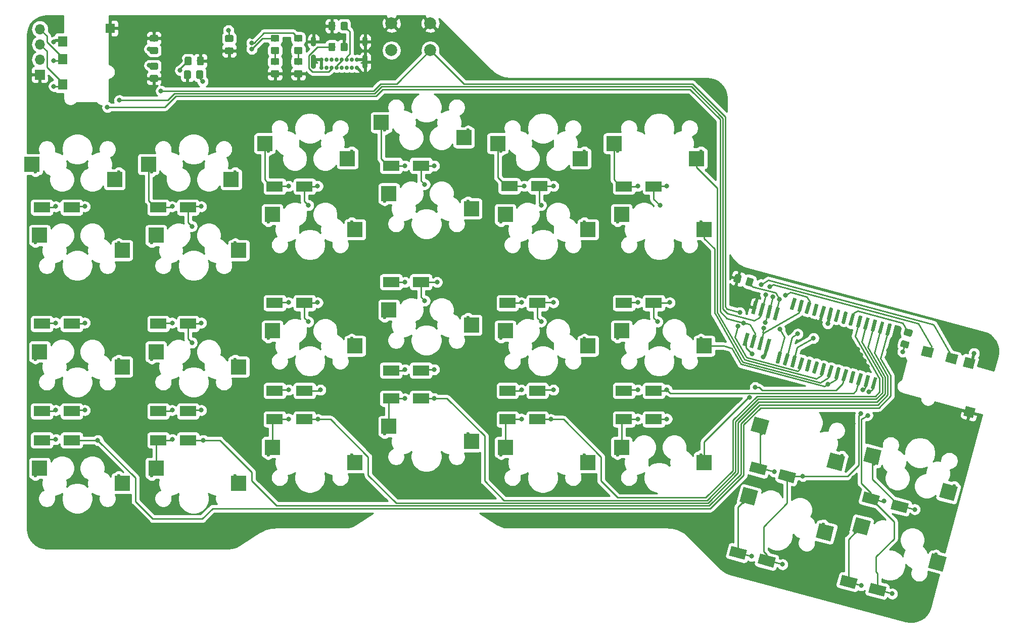
<source format=gtl>
G04 #@! TF.GenerationSoftware,KiCad,Pcbnew,(5.1.4)-1*
G04 #@! TF.CreationDate,2020-05-29T20:33:55-05:00*
G04 #@! TF.ProjectId,Keeb,4b656562-2e6b-4696-9361-645f70636258,rev?*
G04 #@! TF.SameCoordinates,Original*
G04 #@! TF.FileFunction,Copper,L1,Top*
G04 #@! TF.FilePolarity,Positive*
%FSLAX46Y46*%
G04 Gerber Fmt 4.6, Leading zero omitted, Abs format (unit mm)*
G04 Created by KiCad (PCBNEW (5.1.4)-1) date 2020-05-29 20:33:55*
%MOMM*%
%LPD*%
G04 APERTURE LIST*
%ADD10C,0.600000*%
%ADD11R,2.550000X2.500000*%
%ADD12R,2.700000X1.700000*%
%ADD13C,1.650000*%
%ADD14C,0.100000*%
%ADD15R,1.650000X1.800000*%
%ADD16R,1.650000X1.650000*%
%ADD17O,1.700000X1.700000*%
%ADD18R,1.700000X1.700000*%
%ADD19C,1.700000*%
%ADD20C,2.500000*%
%ADD21O,0.900000X1.700000*%
%ADD22O,0.900000X2.400000*%
%ADD23C,0.700000*%
%ADD24C,2.000000*%
%ADD25C,1.150000*%
%ADD26C,0.800000*%
%ADD27C,0.250000*%
%ADD28C,0.500000*%
%ADD29C,0.254000*%
G04 APERTURE END LIST*
D10*
X218253891Y-58723534D03*
X232223891Y-58723534D03*
D11*
X217678891Y-57453534D03*
X231528891Y-59993534D03*
D12*
X283146215Y-61097120D03*
X278146215Y-61097120D03*
D13*
X355154573Y-90714107D03*
D14*
G36*
X356237432Y-90150155D02*
G01*
X355810381Y-91743933D01*
X354071714Y-91278059D01*
X354498765Y-89684281D01*
X356237432Y-90150155D01*
X356237432Y-90150155D01*
G37*
D13*
X352256795Y-89937650D03*
D14*
G36*
X353339654Y-89373698D02*
G01*
X352912603Y-90967476D01*
X351173936Y-90501602D01*
X351600987Y-88907824D01*
X353339654Y-89373698D01*
X353339654Y-89373698D01*
G37*
D13*
X348199906Y-88850611D03*
D14*
G36*
X349282765Y-88286659D02*
G01*
X348855714Y-89880437D01*
X347117047Y-89414563D01*
X347544098Y-87820785D01*
X349282765Y-88286659D01*
X349282765Y-88286659D01*
G37*
D13*
X355221998Y-98962619D03*
D14*
G36*
X356232413Y-98379256D02*
G01*
X355805361Y-99973034D01*
X354211583Y-99545982D01*
X354638635Y-97952204D01*
X356232413Y-98379256D01*
X356232413Y-98379256D01*
G37*
D15*
X203298892Y-36867120D03*
X203298892Y-39867120D03*
X203298893Y-44067120D03*
D16*
X211248892Y-34667120D03*
D17*
X199498891Y-34813534D03*
X199498891Y-37353534D03*
X199498891Y-39893534D03*
D18*
X199498891Y-42433534D03*
D19*
X339778706Y-128685580D03*
D14*
G36*
X341302702Y-128213949D02*
G01*
X340862710Y-129856023D01*
X338254710Y-129157211D01*
X338694702Y-127515137D01*
X341302702Y-128213949D01*
X341302702Y-128213949D01*
G37*
D19*
X334949076Y-127391484D03*
D14*
G36*
X336473072Y-126919853D02*
G01*
X336033080Y-128561927D01*
X333425080Y-127863115D01*
X333865072Y-126221041D01*
X336473072Y-126919853D01*
X336473072Y-126919853D01*
G37*
D19*
X321253707Y-123810582D03*
D14*
G36*
X322777703Y-123338951D02*
G01*
X322337711Y-124981025D01*
X319729711Y-124282213D01*
X320169703Y-122640139D01*
X322777703Y-123338951D01*
X322777703Y-123338951D01*
G37*
D19*
X316424077Y-122516486D03*
D14*
G36*
X317948073Y-122044855D02*
G01*
X317508081Y-123686929D01*
X314900081Y-122988117D01*
X315340073Y-121346043D01*
X317948073Y-122044855D01*
X317948073Y-122044855D01*
G37*
D12*
X302328892Y-100163665D03*
X297328892Y-100163665D03*
X282828891Y-100163667D03*
X277828891Y-100163667D03*
X263328891Y-96663667D03*
X258328891Y-96663667D03*
X243828891Y-100163666D03*
X238828891Y-100163666D03*
X224328891Y-103663534D03*
X219328891Y-103663534D03*
X204828891Y-103663533D03*
X199828891Y-103663533D03*
D19*
X338676275Y-113424713D03*
D14*
G36*
X337152279Y-113896344D02*
G01*
X337592271Y-112254270D01*
X340200271Y-112953082D01*
X339760279Y-114595156D01*
X337152279Y-113896344D01*
X337152279Y-113896344D01*
G37*
D19*
X343505905Y-114718809D03*
D14*
G36*
X341981909Y-115190440D02*
G01*
X342421901Y-113548366D01*
X345029901Y-114247178D01*
X344589909Y-115889252D01*
X341981909Y-115190440D01*
X341981909Y-115190440D01*
G37*
D19*
X324666206Y-109673081D03*
D14*
G36*
X326190202Y-109201450D02*
G01*
X325750210Y-110843524D01*
X323142210Y-110144712D01*
X323582202Y-108502638D01*
X326190202Y-109201450D01*
X326190202Y-109201450D01*
G37*
D19*
X319836576Y-108378985D03*
D14*
G36*
X321360572Y-107907354D02*
G01*
X320920580Y-109549428D01*
X318312580Y-108850616D01*
X318752572Y-107208542D01*
X321360572Y-107907354D01*
X321360572Y-107907354D01*
G37*
D12*
X302326391Y-95376034D03*
X297326391Y-95376034D03*
X282826392Y-95376032D03*
X277826392Y-95376032D03*
X263326391Y-91963534D03*
X258326391Y-91963534D03*
X243826393Y-95376034D03*
X238826393Y-95376034D03*
X224326392Y-98788532D03*
X219326392Y-98788532D03*
X204826391Y-98788533D03*
X199826391Y-98788533D03*
X302328891Y-80663667D03*
X297328891Y-80663667D03*
X282828891Y-80663667D03*
X277828891Y-80663667D03*
X263328893Y-77163667D03*
X258328893Y-77163667D03*
X243828892Y-80663667D03*
X238828892Y-80663667D03*
X224328891Y-84163532D03*
X219328891Y-84163532D03*
X204828891Y-84163534D03*
X199828891Y-84163534D03*
X302328891Y-61163667D03*
X297328891Y-61163667D03*
X263328891Y-57663666D03*
X258328891Y-57663666D03*
X243828891Y-61163665D03*
X238828891Y-61163665D03*
X224328891Y-64663534D03*
X219328891Y-64663534D03*
X204826391Y-64663535D03*
X199826391Y-64663535D03*
D10*
X349607210Y-122744987D03*
X336113227Y-119129285D03*
D20*
X349833918Y-124120533D03*
D14*
G36*
X351388997Y-123243120D02*
G01*
X350741950Y-125657935D01*
X348278839Y-124997946D01*
X348925886Y-122583131D01*
X351388997Y-123243120D01*
X351388997Y-123243120D01*
G37*
D20*
X337113245Y-118082438D03*
D14*
G36*
X338668324Y-117205025D02*
G01*
X338021277Y-119619840D01*
X335558166Y-118959851D01*
X336205213Y-116545036D01*
X338668324Y-117205025D01*
X338668324Y-117205025D01*
G37*
D10*
X330771657Y-117698015D03*
X317277674Y-114082313D03*
D20*
X330998365Y-119073561D03*
D14*
G36*
X332553444Y-118196148D02*
G01*
X331906397Y-120610963D01*
X329443286Y-119950974D01*
X330090333Y-117536159D01*
X332553444Y-118196148D01*
X332553444Y-118196148D01*
G37*
D20*
X318277692Y-113035466D03*
D14*
G36*
X319832771Y-112158053D02*
G01*
X319185724Y-114572868D01*
X316722613Y-113912879D01*
X317369660Y-111498064D01*
X319832771Y-112158053D01*
X319832771Y-112158053D01*
G37*
D10*
X310223893Y-106103667D03*
X296253893Y-106103667D03*
D11*
X310798893Y-107373667D03*
X296948893Y-104833667D03*
D10*
X290723891Y-106103667D03*
X276753891Y-106103667D03*
D11*
X291298891Y-107373667D03*
X277448891Y-104833667D03*
D10*
X271223891Y-102603667D03*
X257253891Y-102603667D03*
D11*
X271798891Y-103873667D03*
X257948891Y-101333667D03*
D10*
X251723891Y-106103665D03*
X237753891Y-106103665D03*
D11*
X252298891Y-107373665D03*
X238448891Y-104833665D03*
D10*
X232223891Y-109603534D03*
X218253891Y-109603534D03*
D11*
X232798891Y-110873534D03*
X218948891Y-108333534D03*
D10*
X212723891Y-109603534D03*
X198753891Y-109603534D03*
D11*
X213298891Y-110873534D03*
X199448891Y-108333534D03*
D10*
X339187998Y-107654086D03*
X352681981Y-111269788D03*
D20*
X338961290Y-106278540D03*
D14*
G36*
X337406211Y-107155953D02*
G01*
X338053258Y-104741138D01*
X340516369Y-105401127D01*
X339869322Y-107815942D01*
X337406211Y-107155953D01*
X337406211Y-107155953D01*
G37*
D20*
X351681963Y-112316635D03*
D14*
G36*
X350126884Y-113194048D02*
G01*
X350773931Y-110779233D01*
X353237042Y-111439222D01*
X352589995Y-113854037D01*
X350126884Y-113194048D01*
X350126884Y-113194048D01*
G37*
D10*
X320352444Y-102607115D03*
X333846427Y-106222817D03*
D20*
X320125736Y-101231569D03*
D14*
G36*
X318570657Y-102108982D02*
G01*
X319217704Y-99694167D01*
X321680815Y-100354156D01*
X321033768Y-102768971D01*
X318570657Y-102108982D01*
X318570657Y-102108982D01*
G37*
D20*
X332846409Y-107269664D03*
D14*
G36*
X331291330Y-108147077D02*
G01*
X331938377Y-105732262D01*
X334401488Y-106392251D01*
X333754441Y-108807066D01*
X331291330Y-108147077D01*
X331291330Y-108147077D01*
G37*
D10*
X310223891Y-86603667D03*
X296253891Y-86603667D03*
D11*
X310798891Y-87873667D03*
X296948891Y-85333667D03*
D10*
X290723893Y-86603667D03*
X276753893Y-86603667D03*
D11*
X291298893Y-87873667D03*
X277448893Y-85333667D03*
D10*
X271223889Y-83103667D03*
X257253889Y-83103667D03*
D11*
X271798889Y-84373667D03*
X257948889Y-81833667D03*
D10*
X251723891Y-86603667D03*
X237753891Y-86603667D03*
D11*
X252298891Y-87873667D03*
X238448891Y-85333667D03*
D10*
X232223891Y-90103534D03*
X218253891Y-90103534D03*
D11*
X232798891Y-91373534D03*
X218948891Y-88833534D03*
D10*
X212723891Y-90103532D03*
X198753891Y-90103532D03*
D11*
X213298891Y-91373532D03*
X199448891Y-88833532D03*
D10*
X310223891Y-67103667D03*
X296253891Y-67103667D03*
D11*
X310798891Y-68373667D03*
X296948891Y-65833667D03*
D10*
X290723891Y-67103665D03*
X276753891Y-67103665D03*
D11*
X291298891Y-68373665D03*
X277448891Y-65833665D03*
D10*
X271223892Y-63603665D03*
X257253892Y-63603665D03*
D11*
X271798892Y-64873665D03*
X257948892Y-62333665D03*
D10*
X251723891Y-67103667D03*
X237753891Y-67103667D03*
D11*
X252298891Y-68373667D03*
X238448891Y-65833667D03*
D10*
X232223892Y-70603532D03*
X218253892Y-70603532D03*
D11*
X232798892Y-71873532D03*
X218948892Y-69333532D03*
D10*
X212723891Y-70603534D03*
X198753891Y-70603534D03*
D11*
X213298891Y-71873534D03*
X199448891Y-69333534D03*
D10*
X296253891Y-55223665D03*
X310223891Y-55223665D03*
D11*
X295678891Y-53953665D03*
X309528891Y-56493665D03*
D10*
X276753891Y-55223667D03*
X290723891Y-55223667D03*
D11*
X276178891Y-53953667D03*
X290028891Y-56493667D03*
D10*
X257253893Y-51723666D03*
X271223893Y-51723666D03*
D11*
X256678893Y-50453666D03*
X270528893Y-52993666D03*
D10*
X237753891Y-55223667D03*
X251723891Y-55223667D03*
D11*
X237178891Y-53953667D03*
X251028891Y-56493667D03*
D10*
X198753890Y-58723666D03*
X212723890Y-58723666D03*
D11*
X198178890Y-57453666D03*
X212028890Y-59993666D03*
D21*
X253988891Y-36903534D03*
X245338891Y-36903534D03*
D22*
X253988891Y-40283534D03*
X245338891Y-40283534D03*
D23*
X250088891Y-39913534D03*
X252638891Y-39913534D03*
X251788891Y-39913534D03*
X250938891Y-39913534D03*
X246688891Y-39913534D03*
X248388891Y-39913534D03*
X249238891Y-39913534D03*
X247538891Y-39913534D03*
X252638891Y-41263534D03*
X251788891Y-41263534D03*
X250938891Y-41263534D03*
X250088891Y-41263534D03*
X249238891Y-41263534D03*
X248388891Y-41263534D03*
X247538891Y-41263534D03*
X246688891Y-41263534D03*
D14*
G36*
X341742093Y-84077970D02*
G01*
X341756716Y-84079653D01*
X341771105Y-84082760D01*
X342060883Y-84160406D01*
X342074898Y-84164909D01*
X342088403Y-84170764D01*
X342101270Y-84177915D01*
X342113374Y-84186292D01*
X342124599Y-84195815D01*
X342134836Y-84206393D01*
X342143987Y-84217923D01*
X342151964Y-84230295D01*
X342158690Y-84243389D01*
X342164100Y-84257079D01*
X342168142Y-84271234D01*
X342170777Y-84285716D01*
X342171980Y-84300387D01*
X342171739Y-84315106D01*
X342170056Y-84329729D01*
X342166949Y-84344118D01*
X341714015Y-86034488D01*
X341709512Y-86048503D01*
X341703657Y-86062008D01*
X341696506Y-86074875D01*
X341688129Y-86086979D01*
X341678606Y-86098204D01*
X341668028Y-86108441D01*
X341656498Y-86117592D01*
X341644126Y-86125569D01*
X341631032Y-86132295D01*
X341617342Y-86137705D01*
X341603187Y-86141747D01*
X341588705Y-86144382D01*
X341574034Y-86145585D01*
X341559315Y-86145344D01*
X341544692Y-86143661D01*
X341530303Y-86140554D01*
X341240525Y-86062908D01*
X341226510Y-86058405D01*
X341213005Y-86052550D01*
X341200138Y-86045399D01*
X341188034Y-86037022D01*
X341176809Y-86027499D01*
X341166572Y-86016921D01*
X341157421Y-86005391D01*
X341149444Y-85993019D01*
X341142718Y-85979925D01*
X341137308Y-85966235D01*
X341133266Y-85952080D01*
X341130631Y-85937598D01*
X341129428Y-85922927D01*
X341129669Y-85908208D01*
X341131352Y-85893585D01*
X341134459Y-85879196D01*
X341587393Y-84188826D01*
X341591896Y-84174811D01*
X341597751Y-84161306D01*
X341604902Y-84148439D01*
X341613279Y-84136335D01*
X341622802Y-84125110D01*
X341633380Y-84114873D01*
X341644910Y-84105722D01*
X341657282Y-84097745D01*
X341670376Y-84091019D01*
X341684066Y-84085609D01*
X341698221Y-84081567D01*
X341712703Y-84078932D01*
X341727374Y-84077729D01*
X341742093Y-84077970D01*
X341742093Y-84077970D01*
G37*
D10*
X341650704Y-85111657D03*
D14*
G36*
X340515367Y-83749270D02*
G01*
X340529990Y-83750953D01*
X340544379Y-83754060D01*
X340834157Y-83831706D01*
X340848172Y-83836209D01*
X340861677Y-83842064D01*
X340874544Y-83849215D01*
X340886648Y-83857592D01*
X340897873Y-83867115D01*
X340908110Y-83877693D01*
X340917261Y-83889223D01*
X340925238Y-83901595D01*
X340931964Y-83914689D01*
X340937374Y-83928379D01*
X340941416Y-83942534D01*
X340944051Y-83957016D01*
X340945254Y-83971687D01*
X340945013Y-83986406D01*
X340943330Y-84001029D01*
X340940223Y-84015418D01*
X340487289Y-85705788D01*
X340482786Y-85719803D01*
X340476931Y-85733308D01*
X340469780Y-85746175D01*
X340461403Y-85758279D01*
X340451880Y-85769504D01*
X340441302Y-85779741D01*
X340429772Y-85788892D01*
X340417400Y-85796869D01*
X340404306Y-85803595D01*
X340390616Y-85809005D01*
X340376461Y-85813047D01*
X340361979Y-85815682D01*
X340347308Y-85816885D01*
X340332589Y-85816644D01*
X340317966Y-85814961D01*
X340303577Y-85811854D01*
X340013799Y-85734208D01*
X339999784Y-85729705D01*
X339986279Y-85723850D01*
X339973412Y-85716699D01*
X339961308Y-85708322D01*
X339950083Y-85698799D01*
X339939846Y-85688221D01*
X339930695Y-85676691D01*
X339922718Y-85664319D01*
X339915992Y-85651225D01*
X339910582Y-85637535D01*
X339906540Y-85623380D01*
X339903905Y-85608898D01*
X339902702Y-85594227D01*
X339902943Y-85579508D01*
X339904626Y-85564885D01*
X339907733Y-85550496D01*
X340360667Y-83860126D01*
X340365170Y-83846111D01*
X340371025Y-83832606D01*
X340378176Y-83819739D01*
X340386553Y-83807635D01*
X340396076Y-83796410D01*
X340406654Y-83786173D01*
X340418184Y-83777022D01*
X340430556Y-83769045D01*
X340443650Y-83762319D01*
X340457340Y-83756909D01*
X340471495Y-83752867D01*
X340485977Y-83750232D01*
X340500648Y-83749029D01*
X340515367Y-83749270D01*
X340515367Y-83749270D01*
G37*
D10*
X340423978Y-84782957D03*
D14*
G36*
X339288642Y-83420570D02*
G01*
X339303265Y-83422253D01*
X339317654Y-83425360D01*
X339607432Y-83503006D01*
X339621447Y-83507509D01*
X339634952Y-83513364D01*
X339647819Y-83520515D01*
X339659923Y-83528892D01*
X339671148Y-83538415D01*
X339681385Y-83548993D01*
X339690536Y-83560523D01*
X339698513Y-83572895D01*
X339705239Y-83585989D01*
X339710649Y-83599679D01*
X339714691Y-83613834D01*
X339717326Y-83628316D01*
X339718529Y-83642987D01*
X339718288Y-83657706D01*
X339716605Y-83672329D01*
X339713498Y-83686718D01*
X339260564Y-85377088D01*
X339256061Y-85391103D01*
X339250206Y-85404608D01*
X339243055Y-85417475D01*
X339234678Y-85429579D01*
X339225155Y-85440804D01*
X339214577Y-85451041D01*
X339203047Y-85460192D01*
X339190675Y-85468169D01*
X339177581Y-85474895D01*
X339163891Y-85480305D01*
X339149736Y-85484347D01*
X339135254Y-85486982D01*
X339120583Y-85488185D01*
X339105864Y-85487944D01*
X339091241Y-85486261D01*
X339076852Y-85483154D01*
X338787074Y-85405508D01*
X338773059Y-85401005D01*
X338759554Y-85395150D01*
X338746687Y-85387999D01*
X338734583Y-85379622D01*
X338723358Y-85370099D01*
X338713121Y-85359521D01*
X338703970Y-85347991D01*
X338695993Y-85335619D01*
X338689267Y-85322525D01*
X338683857Y-85308835D01*
X338679815Y-85294680D01*
X338677180Y-85280198D01*
X338675977Y-85265527D01*
X338676218Y-85250808D01*
X338677901Y-85236185D01*
X338681008Y-85221796D01*
X339133942Y-83531426D01*
X339138445Y-83517411D01*
X339144300Y-83503906D01*
X339151451Y-83491039D01*
X339159828Y-83478935D01*
X339169351Y-83467710D01*
X339179929Y-83457473D01*
X339191459Y-83448322D01*
X339203831Y-83440345D01*
X339216925Y-83433619D01*
X339230615Y-83428209D01*
X339244770Y-83424167D01*
X339259252Y-83421532D01*
X339273923Y-83420329D01*
X339288642Y-83420570D01*
X339288642Y-83420570D01*
G37*
D10*
X339197253Y-84454257D03*
D14*
G36*
X338061916Y-83091870D02*
G01*
X338076539Y-83093553D01*
X338090928Y-83096660D01*
X338380706Y-83174306D01*
X338394721Y-83178809D01*
X338408226Y-83184664D01*
X338421093Y-83191815D01*
X338433197Y-83200192D01*
X338444422Y-83209715D01*
X338454659Y-83220293D01*
X338463810Y-83231823D01*
X338471787Y-83244195D01*
X338478513Y-83257289D01*
X338483923Y-83270979D01*
X338487965Y-83285134D01*
X338490600Y-83299616D01*
X338491803Y-83314287D01*
X338491562Y-83329006D01*
X338489879Y-83343629D01*
X338486772Y-83358018D01*
X338033838Y-85048388D01*
X338029335Y-85062403D01*
X338023480Y-85075908D01*
X338016329Y-85088775D01*
X338007952Y-85100879D01*
X337998429Y-85112104D01*
X337987851Y-85122341D01*
X337976321Y-85131492D01*
X337963949Y-85139469D01*
X337950855Y-85146195D01*
X337937165Y-85151605D01*
X337923010Y-85155647D01*
X337908528Y-85158282D01*
X337893857Y-85159485D01*
X337879138Y-85159244D01*
X337864515Y-85157561D01*
X337850126Y-85154454D01*
X337560348Y-85076808D01*
X337546333Y-85072305D01*
X337532828Y-85066450D01*
X337519961Y-85059299D01*
X337507857Y-85050922D01*
X337496632Y-85041399D01*
X337486395Y-85030821D01*
X337477244Y-85019291D01*
X337469267Y-85006919D01*
X337462541Y-84993825D01*
X337457131Y-84980135D01*
X337453089Y-84965980D01*
X337450454Y-84951498D01*
X337449251Y-84936827D01*
X337449492Y-84922108D01*
X337451175Y-84907485D01*
X337454282Y-84893096D01*
X337907216Y-83202726D01*
X337911719Y-83188711D01*
X337917574Y-83175206D01*
X337924725Y-83162339D01*
X337933102Y-83150235D01*
X337942625Y-83139010D01*
X337953203Y-83128773D01*
X337964733Y-83119622D01*
X337977105Y-83111645D01*
X337990199Y-83104919D01*
X338003889Y-83099509D01*
X338018044Y-83095467D01*
X338032526Y-83092832D01*
X338047197Y-83091629D01*
X338061916Y-83091870D01*
X338061916Y-83091870D01*
G37*
D10*
X337970527Y-84125557D03*
D14*
G36*
X336835190Y-82763169D02*
G01*
X336849813Y-82764852D01*
X336864202Y-82767959D01*
X337153980Y-82845605D01*
X337167995Y-82850108D01*
X337181500Y-82855963D01*
X337194367Y-82863114D01*
X337206471Y-82871491D01*
X337217696Y-82881014D01*
X337227933Y-82891592D01*
X337237084Y-82903122D01*
X337245061Y-82915494D01*
X337251787Y-82928588D01*
X337257197Y-82942278D01*
X337261239Y-82956433D01*
X337263874Y-82970915D01*
X337265077Y-82985586D01*
X337264836Y-83000305D01*
X337263153Y-83014928D01*
X337260046Y-83029317D01*
X336807112Y-84719687D01*
X336802609Y-84733702D01*
X336796754Y-84747207D01*
X336789603Y-84760074D01*
X336781226Y-84772178D01*
X336771703Y-84783403D01*
X336761125Y-84793640D01*
X336749595Y-84802791D01*
X336737223Y-84810768D01*
X336724129Y-84817494D01*
X336710439Y-84822904D01*
X336696284Y-84826946D01*
X336681802Y-84829581D01*
X336667131Y-84830784D01*
X336652412Y-84830543D01*
X336637789Y-84828860D01*
X336623400Y-84825753D01*
X336333622Y-84748107D01*
X336319607Y-84743604D01*
X336306102Y-84737749D01*
X336293235Y-84730598D01*
X336281131Y-84722221D01*
X336269906Y-84712698D01*
X336259669Y-84702120D01*
X336250518Y-84690590D01*
X336242541Y-84678218D01*
X336235815Y-84665124D01*
X336230405Y-84651434D01*
X336226363Y-84637279D01*
X336223728Y-84622797D01*
X336222525Y-84608126D01*
X336222766Y-84593407D01*
X336224449Y-84578784D01*
X336227556Y-84564395D01*
X336680490Y-82874025D01*
X336684993Y-82860010D01*
X336690848Y-82846505D01*
X336697999Y-82833638D01*
X336706376Y-82821534D01*
X336715899Y-82810309D01*
X336726477Y-82800072D01*
X336738007Y-82790921D01*
X336750379Y-82782944D01*
X336763473Y-82776218D01*
X336777163Y-82770808D01*
X336791318Y-82766766D01*
X336805800Y-82764131D01*
X336820471Y-82762928D01*
X336835190Y-82763169D01*
X336835190Y-82763169D01*
G37*
D10*
X336743801Y-83796856D03*
D14*
G36*
X335608464Y-82434469D02*
G01*
X335623087Y-82436152D01*
X335637476Y-82439259D01*
X335927254Y-82516905D01*
X335941269Y-82521408D01*
X335954774Y-82527263D01*
X335967641Y-82534414D01*
X335979745Y-82542791D01*
X335990970Y-82552314D01*
X336001207Y-82562892D01*
X336010358Y-82574422D01*
X336018335Y-82586794D01*
X336025061Y-82599888D01*
X336030471Y-82613578D01*
X336034513Y-82627733D01*
X336037148Y-82642215D01*
X336038351Y-82656886D01*
X336038110Y-82671605D01*
X336036427Y-82686228D01*
X336033320Y-82700617D01*
X335580386Y-84390987D01*
X335575883Y-84405002D01*
X335570028Y-84418507D01*
X335562877Y-84431374D01*
X335554500Y-84443478D01*
X335544977Y-84454703D01*
X335534399Y-84464940D01*
X335522869Y-84474091D01*
X335510497Y-84482068D01*
X335497403Y-84488794D01*
X335483713Y-84494204D01*
X335469558Y-84498246D01*
X335455076Y-84500881D01*
X335440405Y-84502084D01*
X335425686Y-84501843D01*
X335411063Y-84500160D01*
X335396674Y-84497053D01*
X335106896Y-84419407D01*
X335092881Y-84414904D01*
X335079376Y-84409049D01*
X335066509Y-84401898D01*
X335054405Y-84393521D01*
X335043180Y-84383998D01*
X335032943Y-84373420D01*
X335023792Y-84361890D01*
X335015815Y-84349518D01*
X335009089Y-84336424D01*
X335003679Y-84322734D01*
X334999637Y-84308579D01*
X334997002Y-84294097D01*
X334995799Y-84279426D01*
X334996040Y-84264707D01*
X334997723Y-84250084D01*
X335000830Y-84235695D01*
X335453764Y-82545325D01*
X335458267Y-82531310D01*
X335464122Y-82517805D01*
X335471273Y-82504938D01*
X335479650Y-82492834D01*
X335489173Y-82481609D01*
X335499751Y-82471372D01*
X335511281Y-82462221D01*
X335523653Y-82454244D01*
X335536747Y-82447518D01*
X335550437Y-82442108D01*
X335564592Y-82438066D01*
X335579074Y-82435431D01*
X335593745Y-82434228D01*
X335608464Y-82434469D01*
X335608464Y-82434469D01*
G37*
D10*
X335517075Y-83468156D03*
D14*
G36*
X334381738Y-82105769D02*
G01*
X334396361Y-82107452D01*
X334410750Y-82110559D01*
X334700528Y-82188205D01*
X334714543Y-82192708D01*
X334728048Y-82198563D01*
X334740915Y-82205714D01*
X334753019Y-82214091D01*
X334764244Y-82223614D01*
X334774481Y-82234192D01*
X334783632Y-82245722D01*
X334791609Y-82258094D01*
X334798335Y-82271188D01*
X334803745Y-82284878D01*
X334807787Y-82299033D01*
X334810422Y-82313515D01*
X334811625Y-82328186D01*
X334811384Y-82342905D01*
X334809701Y-82357528D01*
X334806594Y-82371917D01*
X334353660Y-84062287D01*
X334349157Y-84076302D01*
X334343302Y-84089807D01*
X334336151Y-84102674D01*
X334327774Y-84114778D01*
X334318251Y-84126003D01*
X334307673Y-84136240D01*
X334296143Y-84145391D01*
X334283771Y-84153368D01*
X334270677Y-84160094D01*
X334256987Y-84165504D01*
X334242832Y-84169546D01*
X334228350Y-84172181D01*
X334213679Y-84173384D01*
X334198960Y-84173143D01*
X334184337Y-84171460D01*
X334169948Y-84168353D01*
X333880170Y-84090707D01*
X333866155Y-84086204D01*
X333852650Y-84080349D01*
X333839783Y-84073198D01*
X333827679Y-84064821D01*
X333816454Y-84055298D01*
X333806217Y-84044720D01*
X333797066Y-84033190D01*
X333789089Y-84020818D01*
X333782363Y-84007724D01*
X333776953Y-83994034D01*
X333772911Y-83979879D01*
X333770276Y-83965397D01*
X333769073Y-83950726D01*
X333769314Y-83936007D01*
X333770997Y-83921384D01*
X333774104Y-83906995D01*
X334227038Y-82216625D01*
X334231541Y-82202610D01*
X334237396Y-82189105D01*
X334244547Y-82176238D01*
X334252924Y-82164134D01*
X334262447Y-82152909D01*
X334273025Y-82142672D01*
X334284555Y-82133521D01*
X334296927Y-82125544D01*
X334310021Y-82118818D01*
X334323711Y-82113408D01*
X334337866Y-82109366D01*
X334352348Y-82106731D01*
X334367019Y-82105528D01*
X334381738Y-82105769D01*
X334381738Y-82105769D01*
G37*
D10*
X334290349Y-83139456D03*
D14*
G36*
X333155013Y-81777069D02*
G01*
X333169636Y-81778752D01*
X333184025Y-81781859D01*
X333473803Y-81859505D01*
X333487818Y-81864008D01*
X333501323Y-81869863D01*
X333514190Y-81877014D01*
X333526294Y-81885391D01*
X333537519Y-81894914D01*
X333547756Y-81905492D01*
X333556907Y-81917022D01*
X333564884Y-81929394D01*
X333571610Y-81942488D01*
X333577020Y-81956178D01*
X333581062Y-81970333D01*
X333583697Y-81984815D01*
X333584900Y-81999486D01*
X333584659Y-82014205D01*
X333582976Y-82028828D01*
X333579869Y-82043217D01*
X333126935Y-83733587D01*
X333122432Y-83747602D01*
X333116577Y-83761107D01*
X333109426Y-83773974D01*
X333101049Y-83786078D01*
X333091526Y-83797303D01*
X333080948Y-83807540D01*
X333069418Y-83816691D01*
X333057046Y-83824668D01*
X333043952Y-83831394D01*
X333030262Y-83836804D01*
X333016107Y-83840846D01*
X333001625Y-83843481D01*
X332986954Y-83844684D01*
X332972235Y-83844443D01*
X332957612Y-83842760D01*
X332943223Y-83839653D01*
X332653445Y-83762007D01*
X332639430Y-83757504D01*
X332625925Y-83751649D01*
X332613058Y-83744498D01*
X332600954Y-83736121D01*
X332589729Y-83726598D01*
X332579492Y-83716020D01*
X332570341Y-83704490D01*
X332562364Y-83692118D01*
X332555638Y-83679024D01*
X332550228Y-83665334D01*
X332546186Y-83651179D01*
X332543551Y-83636697D01*
X332542348Y-83622026D01*
X332542589Y-83607307D01*
X332544272Y-83592684D01*
X332547379Y-83578295D01*
X333000313Y-81887925D01*
X333004816Y-81873910D01*
X333010671Y-81860405D01*
X333017822Y-81847538D01*
X333026199Y-81835434D01*
X333035722Y-81824209D01*
X333046300Y-81813972D01*
X333057830Y-81804821D01*
X333070202Y-81796844D01*
X333083296Y-81790118D01*
X333096986Y-81784708D01*
X333111141Y-81780666D01*
X333125623Y-81778031D01*
X333140294Y-81776828D01*
X333155013Y-81777069D01*
X333155013Y-81777069D01*
G37*
D10*
X333063624Y-82810756D03*
D14*
G36*
X331928287Y-81448369D02*
G01*
X331942910Y-81450052D01*
X331957299Y-81453159D01*
X332247077Y-81530805D01*
X332261092Y-81535308D01*
X332274597Y-81541163D01*
X332287464Y-81548314D01*
X332299568Y-81556691D01*
X332310793Y-81566214D01*
X332321030Y-81576792D01*
X332330181Y-81588322D01*
X332338158Y-81600694D01*
X332344884Y-81613788D01*
X332350294Y-81627478D01*
X332354336Y-81641633D01*
X332356971Y-81656115D01*
X332358174Y-81670786D01*
X332357933Y-81685505D01*
X332356250Y-81700128D01*
X332353143Y-81714517D01*
X331900209Y-83404887D01*
X331895706Y-83418902D01*
X331889851Y-83432407D01*
X331882700Y-83445274D01*
X331874323Y-83457378D01*
X331864800Y-83468603D01*
X331854222Y-83478840D01*
X331842692Y-83487991D01*
X331830320Y-83495968D01*
X331817226Y-83502694D01*
X331803536Y-83508104D01*
X331789381Y-83512146D01*
X331774899Y-83514781D01*
X331760228Y-83515984D01*
X331745509Y-83515743D01*
X331730886Y-83514060D01*
X331716497Y-83510953D01*
X331426719Y-83433307D01*
X331412704Y-83428804D01*
X331399199Y-83422949D01*
X331386332Y-83415798D01*
X331374228Y-83407421D01*
X331363003Y-83397898D01*
X331352766Y-83387320D01*
X331343615Y-83375790D01*
X331335638Y-83363418D01*
X331328912Y-83350324D01*
X331323502Y-83336634D01*
X331319460Y-83322479D01*
X331316825Y-83307997D01*
X331315622Y-83293326D01*
X331315863Y-83278607D01*
X331317546Y-83263984D01*
X331320653Y-83249595D01*
X331773587Y-81559225D01*
X331778090Y-81545210D01*
X331783945Y-81531705D01*
X331791096Y-81518838D01*
X331799473Y-81506734D01*
X331808996Y-81495509D01*
X331819574Y-81485272D01*
X331831104Y-81476121D01*
X331843476Y-81468144D01*
X331856570Y-81461418D01*
X331870260Y-81456008D01*
X331884415Y-81451966D01*
X331898897Y-81449331D01*
X331913568Y-81448128D01*
X331928287Y-81448369D01*
X331928287Y-81448369D01*
G37*
D10*
X331836898Y-82482056D03*
D14*
G36*
X330701561Y-81119668D02*
G01*
X330716184Y-81121351D01*
X330730573Y-81124458D01*
X331020351Y-81202104D01*
X331034366Y-81206607D01*
X331047871Y-81212462D01*
X331060738Y-81219613D01*
X331072842Y-81227990D01*
X331084067Y-81237513D01*
X331094304Y-81248091D01*
X331103455Y-81259621D01*
X331111432Y-81271993D01*
X331118158Y-81285087D01*
X331123568Y-81298777D01*
X331127610Y-81312932D01*
X331130245Y-81327414D01*
X331131448Y-81342085D01*
X331131207Y-81356804D01*
X331129524Y-81371427D01*
X331126417Y-81385816D01*
X330673483Y-83076186D01*
X330668980Y-83090201D01*
X330663125Y-83103706D01*
X330655974Y-83116573D01*
X330647597Y-83128677D01*
X330638074Y-83139902D01*
X330627496Y-83150139D01*
X330615966Y-83159290D01*
X330603594Y-83167267D01*
X330590500Y-83173993D01*
X330576810Y-83179403D01*
X330562655Y-83183445D01*
X330548173Y-83186080D01*
X330533502Y-83187283D01*
X330518783Y-83187042D01*
X330504160Y-83185359D01*
X330489771Y-83182252D01*
X330199993Y-83104606D01*
X330185978Y-83100103D01*
X330172473Y-83094248D01*
X330159606Y-83087097D01*
X330147502Y-83078720D01*
X330136277Y-83069197D01*
X330126040Y-83058619D01*
X330116889Y-83047089D01*
X330108912Y-83034717D01*
X330102186Y-83021623D01*
X330096776Y-83007933D01*
X330092734Y-82993778D01*
X330090099Y-82979296D01*
X330088896Y-82964625D01*
X330089137Y-82949906D01*
X330090820Y-82935283D01*
X330093927Y-82920894D01*
X330546861Y-81230524D01*
X330551364Y-81216509D01*
X330557219Y-81203004D01*
X330564370Y-81190137D01*
X330572747Y-81178033D01*
X330582270Y-81166808D01*
X330592848Y-81156571D01*
X330604378Y-81147420D01*
X330616750Y-81139443D01*
X330629844Y-81132717D01*
X330643534Y-81127307D01*
X330657689Y-81123265D01*
X330672171Y-81120630D01*
X330686842Y-81119427D01*
X330701561Y-81119668D01*
X330701561Y-81119668D01*
G37*
D10*
X330610172Y-82153355D03*
D14*
G36*
X329474835Y-80790968D02*
G01*
X329489458Y-80792651D01*
X329503847Y-80795758D01*
X329793625Y-80873404D01*
X329807640Y-80877907D01*
X329821145Y-80883762D01*
X329834012Y-80890913D01*
X329846116Y-80899290D01*
X329857341Y-80908813D01*
X329867578Y-80919391D01*
X329876729Y-80930921D01*
X329884706Y-80943293D01*
X329891432Y-80956387D01*
X329896842Y-80970077D01*
X329900884Y-80984232D01*
X329903519Y-80998714D01*
X329904722Y-81013385D01*
X329904481Y-81028104D01*
X329902798Y-81042727D01*
X329899691Y-81057116D01*
X329446757Y-82747486D01*
X329442254Y-82761501D01*
X329436399Y-82775006D01*
X329429248Y-82787873D01*
X329420871Y-82799977D01*
X329411348Y-82811202D01*
X329400770Y-82821439D01*
X329389240Y-82830590D01*
X329376868Y-82838567D01*
X329363774Y-82845293D01*
X329350084Y-82850703D01*
X329335929Y-82854745D01*
X329321447Y-82857380D01*
X329306776Y-82858583D01*
X329292057Y-82858342D01*
X329277434Y-82856659D01*
X329263045Y-82853552D01*
X328973267Y-82775906D01*
X328959252Y-82771403D01*
X328945747Y-82765548D01*
X328932880Y-82758397D01*
X328920776Y-82750020D01*
X328909551Y-82740497D01*
X328899314Y-82729919D01*
X328890163Y-82718389D01*
X328882186Y-82706017D01*
X328875460Y-82692923D01*
X328870050Y-82679233D01*
X328866008Y-82665078D01*
X328863373Y-82650596D01*
X328862170Y-82635925D01*
X328862411Y-82621206D01*
X328864094Y-82606583D01*
X328867201Y-82592194D01*
X329320135Y-80901824D01*
X329324638Y-80887809D01*
X329330493Y-80874304D01*
X329337644Y-80861437D01*
X329346021Y-80849333D01*
X329355544Y-80838108D01*
X329366122Y-80827871D01*
X329377652Y-80818720D01*
X329390024Y-80810743D01*
X329403118Y-80804017D01*
X329416808Y-80798607D01*
X329430963Y-80794565D01*
X329445445Y-80791930D01*
X329460116Y-80790727D01*
X329474835Y-80790968D01*
X329474835Y-80790968D01*
G37*
D10*
X329383446Y-81824655D03*
D14*
G36*
X328248109Y-80462268D02*
G01*
X328262732Y-80463951D01*
X328277121Y-80467058D01*
X328566899Y-80544704D01*
X328580914Y-80549207D01*
X328594419Y-80555062D01*
X328607286Y-80562213D01*
X328619390Y-80570590D01*
X328630615Y-80580113D01*
X328640852Y-80590691D01*
X328650003Y-80602221D01*
X328657980Y-80614593D01*
X328664706Y-80627687D01*
X328670116Y-80641377D01*
X328674158Y-80655532D01*
X328676793Y-80670014D01*
X328677996Y-80684685D01*
X328677755Y-80699404D01*
X328676072Y-80714027D01*
X328672965Y-80728416D01*
X328220031Y-82418786D01*
X328215528Y-82432801D01*
X328209673Y-82446306D01*
X328202522Y-82459173D01*
X328194145Y-82471277D01*
X328184622Y-82482502D01*
X328174044Y-82492739D01*
X328162514Y-82501890D01*
X328150142Y-82509867D01*
X328137048Y-82516593D01*
X328123358Y-82522003D01*
X328109203Y-82526045D01*
X328094721Y-82528680D01*
X328080050Y-82529883D01*
X328065331Y-82529642D01*
X328050708Y-82527959D01*
X328036319Y-82524852D01*
X327746541Y-82447206D01*
X327732526Y-82442703D01*
X327719021Y-82436848D01*
X327706154Y-82429697D01*
X327694050Y-82421320D01*
X327682825Y-82411797D01*
X327672588Y-82401219D01*
X327663437Y-82389689D01*
X327655460Y-82377317D01*
X327648734Y-82364223D01*
X327643324Y-82350533D01*
X327639282Y-82336378D01*
X327636647Y-82321896D01*
X327635444Y-82307225D01*
X327635685Y-82292506D01*
X327637368Y-82277883D01*
X327640475Y-82263494D01*
X328093409Y-80573124D01*
X328097912Y-80559109D01*
X328103767Y-80545604D01*
X328110918Y-80532737D01*
X328119295Y-80520633D01*
X328128818Y-80509408D01*
X328139396Y-80499171D01*
X328150926Y-80490020D01*
X328163298Y-80482043D01*
X328176392Y-80475317D01*
X328190082Y-80469907D01*
X328204237Y-80465865D01*
X328218719Y-80463230D01*
X328233390Y-80462027D01*
X328248109Y-80462268D01*
X328248109Y-80462268D01*
G37*
D10*
X328156720Y-81495955D03*
D14*
G36*
X327021384Y-80133568D02*
G01*
X327036007Y-80135251D01*
X327050396Y-80138358D01*
X327340174Y-80216004D01*
X327354189Y-80220507D01*
X327367694Y-80226362D01*
X327380561Y-80233513D01*
X327392665Y-80241890D01*
X327403890Y-80251413D01*
X327414127Y-80261991D01*
X327423278Y-80273521D01*
X327431255Y-80285893D01*
X327437981Y-80298987D01*
X327443391Y-80312677D01*
X327447433Y-80326832D01*
X327450068Y-80341314D01*
X327451271Y-80355985D01*
X327451030Y-80370704D01*
X327449347Y-80385327D01*
X327446240Y-80399716D01*
X326993306Y-82090086D01*
X326988803Y-82104101D01*
X326982948Y-82117606D01*
X326975797Y-82130473D01*
X326967420Y-82142577D01*
X326957897Y-82153802D01*
X326947319Y-82164039D01*
X326935789Y-82173190D01*
X326923417Y-82181167D01*
X326910323Y-82187893D01*
X326896633Y-82193303D01*
X326882478Y-82197345D01*
X326867996Y-82199980D01*
X326853325Y-82201183D01*
X326838606Y-82200942D01*
X326823983Y-82199259D01*
X326809594Y-82196152D01*
X326519816Y-82118506D01*
X326505801Y-82114003D01*
X326492296Y-82108148D01*
X326479429Y-82100997D01*
X326467325Y-82092620D01*
X326456100Y-82083097D01*
X326445863Y-82072519D01*
X326436712Y-82060989D01*
X326428735Y-82048617D01*
X326422009Y-82035523D01*
X326416599Y-82021833D01*
X326412557Y-82007678D01*
X326409922Y-81993196D01*
X326408719Y-81978525D01*
X326408960Y-81963806D01*
X326410643Y-81949183D01*
X326413750Y-81934794D01*
X326866684Y-80244424D01*
X326871187Y-80230409D01*
X326877042Y-80216904D01*
X326884193Y-80204037D01*
X326892570Y-80191933D01*
X326902093Y-80180708D01*
X326912671Y-80170471D01*
X326924201Y-80161320D01*
X326936573Y-80153343D01*
X326949667Y-80146617D01*
X326963357Y-80141207D01*
X326977512Y-80137165D01*
X326991994Y-80134530D01*
X327006665Y-80133327D01*
X327021384Y-80133568D01*
X327021384Y-80133568D01*
G37*
D10*
X326929995Y-81167255D03*
D14*
G36*
X325794658Y-79804868D02*
G01*
X325809281Y-79806551D01*
X325823670Y-79809658D01*
X326113448Y-79887304D01*
X326127463Y-79891807D01*
X326140968Y-79897662D01*
X326153835Y-79904813D01*
X326165939Y-79913190D01*
X326177164Y-79922713D01*
X326187401Y-79933291D01*
X326196552Y-79944821D01*
X326204529Y-79957193D01*
X326211255Y-79970287D01*
X326216665Y-79983977D01*
X326220707Y-79998132D01*
X326223342Y-80012614D01*
X326224545Y-80027285D01*
X326224304Y-80042004D01*
X326222621Y-80056627D01*
X326219514Y-80071016D01*
X325766580Y-81761386D01*
X325762077Y-81775401D01*
X325756222Y-81788906D01*
X325749071Y-81801773D01*
X325740694Y-81813877D01*
X325731171Y-81825102D01*
X325720593Y-81835339D01*
X325709063Y-81844490D01*
X325696691Y-81852467D01*
X325683597Y-81859193D01*
X325669907Y-81864603D01*
X325655752Y-81868645D01*
X325641270Y-81871280D01*
X325626599Y-81872483D01*
X325611880Y-81872242D01*
X325597257Y-81870559D01*
X325582868Y-81867452D01*
X325293090Y-81789806D01*
X325279075Y-81785303D01*
X325265570Y-81779448D01*
X325252703Y-81772297D01*
X325240599Y-81763920D01*
X325229374Y-81754397D01*
X325219137Y-81743819D01*
X325209986Y-81732289D01*
X325202009Y-81719917D01*
X325195283Y-81706823D01*
X325189873Y-81693133D01*
X325185831Y-81678978D01*
X325183196Y-81664496D01*
X325181993Y-81649825D01*
X325182234Y-81635106D01*
X325183917Y-81620483D01*
X325187024Y-81606094D01*
X325639958Y-79915724D01*
X325644461Y-79901709D01*
X325650316Y-79888204D01*
X325657467Y-79875337D01*
X325665844Y-79863233D01*
X325675367Y-79852008D01*
X325685945Y-79841771D01*
X325697475Y-79832620D01*
X325709847Y-79824643D01*
X325722941Y-79817917D01*
X325736631Y-79812507D01*
X325750786Y-79808465D01*
X325765268Y-79805830D01*
X325779939Y-79804627D01*
X325794658Y-79804868D01*
X325794658Y-79804868D01*
G37*
D10*
X325703269Y-80838555D03*
D14*
G36*
X323387641Y-88787978D02*
G01*
X323402264Y-88789661D01*
X323416653Y-88792768D01*
X323706431Y-88870414D01*
X323720446Y-88874917D01*
X323733951Y-88880772D01*
X323746818Y-88887923D01*
X323758922Y-88896300D01*
X323770147Y-88905823D01*
X323780384Y-88916401D01*
X323789535Y-88927931D01*
X323797512Y-88940303D01*
X323804238Y-88953397D01*
X323809648Y-88967087D01*
X323813690Y-88981242D01*
X323816325Y-88995724D01*
X323817528Y-89010395D01*
X323817287Y-89025114D01*
X323815604Y-89039737D01*
X323812497Y-89054126D01*
X323359563Y-90744496D01*
X323355060Y-90758511D01*
X323349205Y-90772016D01*
X323342054Y-90784883D01*
X323333677Y-90796987D01*
X323324154Y-90808212D01*
X323313576Y-90818449D01*
X323302046Y-90827600D01*
X323289674Y-90835577D01*
X323276580Y-90842303D01*
X323262890Y-90847713D01*
X323248735Y-90851755D01*
X323234253Y-90854390D01*
X323219582Y-90855593D01*
X323204863Y-90855352D01*
X323190240Y-90853669D01*
X323175851Y-90850562D01*
X322886073Y-90772916D01*
X322872058Y-90768413D01*
X322858553Y-90762558D01*
X322845686Y-90755407D01*
X322833582Y-90747030D01*
X322822357Y-90737507D01*
X322812120Y-90726929D01*
X322802969Y-90715399D01*
X322794992Y-90703027D01*
X322788266Y-90689933D01*
X322782856Y-90676243D01*
X322778814Y-90662088D01*
X322776179Y-90647606D01*
X322774976Y-90632935D01*
X322775217Y-90618216D01*
X322776900Y-90603593D01*
X322780007Y-90589204D01*
X323232941Y-88898834D01*
X323237444Y-88884819D01*
X323243299Y-88871314D01*
X323250450Y-88858447D01*
X323258827Y-88846343D01*
X323268350Y-88835118D01*
X323278928Y-88824881D01*
X323290458Y-88815730D01*
X323302830Y-88807753D01*
X323315924Y-88801027D01*
X323329614Y-88795617D01*
X323343769Y-88791575D01*
X323358251Y-88788940D01*
X323372922Y-88787737D01*
X323387641Y-88787978D01*
X323387641Y-88787978D01*
G37*
D10*
X323296252Y-89821665D03*
D14*
G36*
X324614367Y-89116678D02*
G01*
X324628990Y-89118361D01*
X324643379Y-89121468D01*
X324933157Y-89199114D01*
X324947172Y-89203617D01*
X324960677Y-89209472D01*
X324973544Y-89216623D01*
X324985648Y-89225000D01*
X324996873Y-89234523D01*
X325007110Y-89245101D01*
X325016261Y-89256631D01*
X325024238Y-89269003D01*
X325030964Y-89282097D01*
X325036374Y-89295787D01*
X325040416Y-89309942D01*
X325043051Y-89324424D01*
X325044254Y-89339095D01*
X325044013Y-89353814D01*
X325042330Y-89368437D01*
X325039223Y-89382826D01*
X324586289Y-91073196D01*
X324581786Y-91087211D01*
X324575931Y-91100716D01*
X324568780Y-91113583D01*
X324560403Y-91125687D01*
X324550880Y-91136912D01*
X324540302Y-91147149D01*
X324528772Y-91156300D01*
X324516400Y-91164277D01*
X324503306Y-91171003D01*
X324489616Y-91176413D01*
X324475461Y-91180455D01*
X324460979Y-91183090D01*
X324446308Y-91184293D01*
X324431589Y-91184052D01*
X324416966Y-91182369D01*
X324402577Y-91179262D01*
X324112799Y-91101616D01*
X324098784Y-91097113D01*
X324085279Y-91091258D01*
X324072412Y-91084107D01*
X324060308Y-91075730D01*
X324049083Y-91066207D01*
X324038846Y-91055629D01*
X324029695Y-91044099D01*
X324021718Y-91031727D01*
X324014992Y-91018633D01*
X324009582Y-91004943D01*
X324005540Y-90990788D01*
X324002905Y-90976306D01*
X324001702Y-90961635D01*
X324001943Y-90946916D01*
X324003626Y-90932293D01*
X324006733Y-90917904D01*
X324459667Y-89227534D01*
X324464170Y-89213519D01*
X324470025Y-89200014D01*
X324477176Y-89187147D01*
X324485553Y-89175043D01*
X324495076Y-89163818D01*
X324505654Y-89153581D01*
X324517184Y-89144430D01*
X324529556Y-89136453D01*
X324542650Y-89129727D01*
X324556340Y-89124317D01*
X324570495Y-89120275D01*
X324584977Y-89117640D01*
X324599648Y-89116437D01*
X324614367Y-89116678D01*
X324614367Y-89116678D01*
G37*
D10*
X324522978Y-90150365D03*
D14*
G36*
X325841092Y-89445378D02*
G01*
X325855715Y-89447061D01*
X325870104Y-89450168D01*
X326159882Y-89527814D01*
X326173897Y-89532317D01*
X326187402Y-89538172D01*
X326200269Y-89545323D01*
X326212373Y-89553700D01*
X326223598Y-89563223D01*
X326233835Y-89573801D01*
X326242986Y-89585331D01*
X326250963Y-89597703D01*
X326257689Y-89610797D01*
X326263099Y-89624487D01*
X326267141Y-89638642D01*
X326269776Y-89653124D01*
X326270979Y-89667795D01*
X326270738Y-89682514D01*
X326269055Y-89697137D01*
X326265948Y-89711526D01*
X325813014Y-91401896D01*
X325808511Y-91415911D01*
X325802656Y-91429416D01*
X325795505Y-91442283D01*
X325787128Y-91454387D01*
X325777605Y-91465612D01*
X325767027Y-91475849D01*
X325755497Y-91485000D01*
X325743125Y-91492977D01*
X325730031Y-91499703D01*
X325716341Y-91505113D01*
X325702186Y-91509155D01*
X325687704Y-91511790D01*
X325673033Y-91512993D01*
X325658314Y-91512752D01*
X325643691Y-91511069D01*
X325629302Y-91507962D01*
X325339524Y-91430316D01*
X325325509Y-91425813D01*
X325312004Y-91419958D01*
X325299137Y-91412807D01*
X325287033Y-91404430D01*
X325275808Y-91394907D01*
X325265571Y-91384329D01*
X325256420Y-91372799D01*
X325248443Y-91360427D01*
X325241717Y-91347333D01*
X325236307Y-91333643D01*
X325232265Y-91319488D01*
X325229630Y-91305006D01*
X325228427Y-91290335D01*
X325228668Y-91275616D01*
X325230351Y-91260993D01*
X325233458Y-91246604D01*
X325686392Y-89556234D01*
X325690895Y-89542219D01*
X325696750Y-89528714D01*
X325703901Y-89515847D01*
X325712278Y-89503743D01*
X325721801Y-89492518D01*
X325732379Y-89482281D01*
X325743909Y-89473130D01*
X325756281Y-89465153D01*
X325769375Y-89458427D01*
X325783065Y-89453017D01*
X325797220Y-89448975D01*
X325811702Y-89446340D01*
X325826373Y-89445137D01*
X325841092Y-89445378D01*
X325841092Y-89445378D01*
G37*
D10*
X325749703Y-90479065D03*
D14*
G36*
X327067818Y-89774078D02*
G01*
X327082441Y-89775761D01*
X327096830Y-89778868D01*
X327386608Y-89856514D01*
X327400623Y-89861017D01*
X327414128Y-89866872D01*
X327426995Y-89874023D01*
X327439099Y-89882400D01*
X327450324Y-89891923D01*
X327460561Y-89902501D01*
X327469712Y-89914031D01*
X327477689Y-89926403D01*
X327484415Y-89939497D01*
X327489825Y-89953187D01*
X327493867Y-89967342D01*
X327496502Y-89981824D01*
X327497705Y-89996495D01*
X327497464Y-90011214D01*
X327495781Y-90025837D01*
X327492674Y-90040226D01*
X327039740Y-91730596D01*
X327035237Y-91744611D01*
X327029382Y-91758116D01*
X327022231Y-91770983D01*
X327013854Y-91783087D01*
X327004331Y-91794312D01*
X326993753Y-91804549D01*
X326982223Y-91813700D01*
X326969851Y-91821677D01*
X326956757Y-91828403D01*
X326943067Y-91833813D01*
X326928912Y-91837855D01*
X326914430Y-91840490D01*
X326899759Y-91841693D01*
X326885040Y-91841452D01*
X326870417Y-91839769D01*
X326856028Y-91836662D01*
X326566250Y-91759016D01*
X326552235Y-91754513D01*
X326538730Y-91748658D01*
X326525863Y-91741507D01*
X326513759Y-91733130D01*
X326502534Y-91723607D01*
X326492297Y-91713029D01*
X326483146Y-91701499D01*
X326475169Y-91689127D01*
X326468443Y-91676033D01*
X326463033Y-91662343D01*
X326458991Y-91648188D01*
X326456356Y-91633706D01*
X326455153Y-91619035D01*
X326455394Y-91604316D01*
X326457077Y-91589693D01*
X326460184Y-91575304D01*
X326913118Y-89884934D01*
X326917621Y-89870919D01*
X326923476Y-89857414D01*
X326930627Y-89844547D01*
X326939004Y-89832443D01*
X326948527Y-89821218D01*
X326959105Y-89810981D01*
X326970635Y-89801830D01*
X326983007Y-89793853D01*
X326996101Y-89787127D01*
X327009791Y-89781717D01*
X327023946Y-89777675D01*
X327038428Y-89775040D01*
X327053099Y-89773837D01*
X327067818Y-89774078D01*
X327067818Y-89774078D01*
G37*
D10*
X326976429Y-90807765D03*
D14*
G36*
X328294544Y-90102779D02*
G01*
X328309167Y-90104462D01*
X328323556Y-90107569D01*
X328613334Y-90185215D01*
X328627349Y-90189718D01*
X328640854Y-90195573D01*
X328653721Y-90202724D01*
X328665825Y-90211101D01*
X328677050Y-90220624D01*
X328687287Y-90231202D01*
X328696438Y-90242732D01*
X328704415Y-90255104D01*
X328711141Y-90268198D01*
X328716551Y-90281888D01*
X328720593Y-90296043D01*
X328723228Y-90310525D01*
X328724431Y-90325196D01*
X328724190Y-90339915D01*
X328722507Y-90354538D01*
X328719400Y-90368927D01*
X328266466Y-92059297D01*
X328261963Y-92073312D01*
X328256108Y-92086817D01*
X328248957Y-92099684D01*
X328240580Y-92111788D01*
X328231057Y-92123013D01*
X328220479Y-92133250D01*
X328208949Y-92142401D01*
X328196577Y-92150378D01*
X328183483Y-92157104D01*
X328169793Y-92162514D01*
X328155638Y-92166556D01*
X328141156Y-92169191D01*
X328126485Y-92170394D01*
X328111766Y-92170153D01*
X328097143Y-92168470D01*
X328082754Y-92165363D01*
X327792976Y-92087717D01*
X327778961Y-92083214D01*
X327765456Y-92077359D01*
X327752589Y-92070208D01*
X327740485Y-92061831D01*
X327729260Y-92052308D01*
X327719023Y-92041730D01*
X327709872Y-92030200D01*
X327701895Y-92017828D01*
X327695169Y-92004734D01*
X327689759Y-91991044D01*
X327685717Y-91976889D01*
X327683082Y-91962407D01*
X327681879Y-91947736D01*
X327682120Y-91933017D01*
X327683803Y-91918394D01*
X327686910Y-91904005D01*
X328139844Y-90213635D01*
X328144347Y-90199620D01*
X328150202Y-90186115D01*
X328157353Y-90173248D01*
X328165730Y-90161144D01*
X328175253Y-90149919D01*
X328185831Y-90139682D01*
X328197361Y-90130531D01*
X328209733Y-90122554D01*
X328222827Y-90115828D01*
X328236517Y-90110418D01*
X328250672Y-90106376D01*
X328265154Y-90103741D01*
X328279825Y-90102538D01*
X328294544Y-90102779D01*
X328294544Y-90102779D01*
G37*
D10*
X328203155Y-91136466D03*
D14*
G36*
X329521270Y-90431479D02*
G01*
X329535893Y-90433162D01*
X329550282Y-90436269D01*
X329840060Y-90513915D01*
X329854075Y-90518418D01*
X329867580Y-90524273D01*
X329880447Y-90531424D01*
X329892551Y-90539801D01*
X329903776Y-90549324D01*
X329914013Y-90559902D01*
X329923164Y-90571432D01*
X329931141Y-90583804D01*
X329937867Y-90596898D01*
X329943277Y-90610588D01*
X329947319Y-90624743D01*
X329949954Y-90639225D01*
X329951157Y-90653896D01*
X329950916Y-90668615D01*
X329949233Y-90683238D01*
X329946126Y-90697627D01*
X329493192Y-92387997D01*
X329488689Y-92402012D01*
X329482834Y-92415517D01*
X329475683Y-92428384D01*
X329467306Y-92440488D01*
X329457783Y-92451713D01*
X329447205Y-92461950D01*
X329435675Y-92471101D01*
X329423303Y-92479078D01*
X329410209Y-92485804D01*
X329396519Y-92491214D01*
X329382364Y-92495256D01*
X329367882Y-92497891D01*
X329353211Y-92499094D01*
X329338492Y-92498853D01*
X329323869Y-92497170D01*
X329309480Y-92494063D01*
X329019702Y-92416417D01*
X329005687Y-92411914D01*
X328992182Y-92406059D01*
X328979315Y-92398908D01*
X328967211Y-92390531D01*
X328955986Y-92381008D01*
X328945749Y-92370430D01*
X328936598Y-92358900D01*
X328928621Y-92346528D01*
X328921895Y-92333434D01*
X328916485Y-92319744D01*
X328912443Y-92305589D01*
X328909808Y-92291107D01*
X328908605Y-92276436D01*
X328908846Y-92261717D01*
X328910529Y-92247094D01*
X328913636Y-92232705D01*
X329366570Y-90542335D01*
X329371073Y-90528320D01*
X329376928Y-90514815D01*
X329384079Y-90501948D01*
X329392456Y-90489844D01*
X329401979Y-90478619D01*
X329412557Y-90468382D01*
X329424087Y-90459231D01*
X329436459Y-90451254D01*
X329449553Y-90444528D01*
X329463243Y-90439118D01*
X329477398Y-90435076D01*
X329491880Y-90432441D01*
X329506551Y-90431238D01*
X329521270Y-90431479D01*
X329521270Y-90431479D01*
G37*
D10*
X329429881Y-91465166D03*
D14*
G36*
X330747996Y-90760179D02*
G01*
X330762619Y-90761862D01*
X330777008Y-90764969D01*
X331066786Y-90842615D01*
X331080801Y-90847118D01*
X331094306Y-90852973D01*
X331107173Y-90860124D01*
X331119277Y-90868501D01*
X331130502Y-90878024D01*
X331140739Y-90888602D01*
X331149890Y-90900132D01*
X331157867Y-90912504D01*
X331164593Y-90925598D01*
X331170003Y-90939288D01*
X331174045Y-90953443D01*
X331176680Y-90967925D01*
X331177883Y-90982596D01*
X331177642Y-90997315D01*
X331175959Y-91011938D01*
X331172852Y-91026327D01*
X330719918Y-92716697D01*
X330715415Y-92730712D01*
X330709560Y-92744217D01*
X330702409Y-92757084D01*
X330694032Y-92769188D01*
X330684509Y-92780413D01*
X330673931Y-92790650D01*
X330662401Y-92799801D01*
X330650029Y-92807778D01*
X330636935Y-92814504D01*
X330623245Y-92819914D01*
X330609090Y-92823956D01*
X330594608Y-92826591D01*
X330579937Y-92827794D01*
X330565218Y-92827553D01*
X330550595Y-92825870D01*
X330536206Y-92822763D01*
X330246428Y-92745117D01*
X330232413Y-92740614D01*
X330218908Y-92734759D01*
X330206041Y-92727608D01*
X330193937Y-92719231D01*
X330182712Y-92709708D01*
X330172475Y-92699130D01*
X330163324Y-92687600D01*
X330155347Y-92675228D01*
X330148621Y-92662134D01*
X330143211Y-92648444D01*
X330139169Y-92634289D01*
X330136534Y-92619807D01*
X330135331Y-92605136D01*
X330135572Y-92590417D01*
X330137255Y-92575794D01*
X330140362Y-92561405D01*
X330593296Y-90871035D01*
X330597799Y-90857020D01*
X330603654Y-90843515D01*
X330610805Y-90830648D01*
X330619182Y-90818544D01*
X330628705Y-90807319D01*
X330639283Y-90797082D01*
X330650813Y-90787931D01*
X330663185Y-90779954D01*
X330676279Y-90773228D01*
X330689969Y-90767818D01*
X330704124Y-90763776D01*
X330718606Y-90761141D01*
X330733277Y-90759938D01*
X330747996Y-90760179D01*
X330747996Y-90760179D01*
G37*
D10*
X330656607Y-91793866D03*
D14*
G36*
X331974721Y-91088879D02*
G01*
X331989344Y-91090562D01*
X332003733Y-91093669D01*
X332293511Y-91171315D01*
X332307526Y-91175818D01*
X332321031Y-91181673D01*
X332333898Y-91188824D01*
X332346002Y-91197201D01*
X332357227Y-91206724D01*
X332367464Y-91217302D01*
X332376615Y-91228832D01*
X332384592Y-91241204D01*
X332391318Y-91254298D01*
X332396728Y-91267988D01*
X332400770Y-91282143D01*
X332403405Y-91296625D01*
X332404608Y-91311296D01*
X332404367Y-91326015D01*
X332402684Y-91340638D01*
X332399577Y-91355027D01*
X331946643Y-93045397D01*
X331942140Y-93059412D01*
X331936285Y-93072917D01*
X331929134Y-93085784D01*
X331920757Y-93097888D01*
X331911234Y-93109113D01*
X331900656Y-93119350D01*
X331889126Y-93128501D01*
X331876754Y-93136478D01*
X331863660Y-93143204D01*
X331849970Y-93148614D01*
X331835815Y-93152656D01*
X331821333Y-93155291D01*
X331806662Y-93156494D01*
X331791943Y-93156253D01*
X331777320Y-93154570D01*
X331762931Y-93151463D01*
X331473153Y-93073817D01*
X331459138Y-93069314D01*
X331445633Y-93063459D01*
X331432766Y-93056308D01*
X331420662Y-93047931D01*
X331409437Y-93038408D01*
X331399200Y-93027830D01*
X331390049Y-93016300D01*
X331382072Y-93003928D01*
X331375346Y-92990834D01*
X331369936Y-92977144D01*
X331365894Y-92962989D01*
X331363259Y-92948507D01*
X331362056Y-92933836D01*
X331362297Y-92919117D01*
X331363980Y-92904494D01*
X331367087Y-92890105D01*
X331820021Y-91199735D01*
X331824524Y-91185720D01*
X331830379Y-91172215D01*
X331837530Y-91159348D01*
X331845907Y-91147244D01*
X331855430Y-91136019D01*
X331866008Y-91125782D01*
X331877538Y-91116631D01*
X331889910Y-91108654D01*
X331903004Y-91101928D01*
X331916694Y-91096518D01*
X331930849Y-91092476D01*
X331945331Y-91089841D01*
X331960002Y-91088638D01*
X331974721Y-91088879D01*
X331974721Y-91088879D01*
G37*
D10*
X331883332Y-92122566D03*
D14*
G36*
X333201447Y-91417579D02*
G01*
X333216070Y-91419262D01*
X333230459Y-91422369D01*
X333520237Y-91500015D01*
X333534252Y-91504518D01*
X333547757Y-91510373D01*
X333560624Y-91517524D01*
X333572728Y-91525901D01*
X333583953Y-91535424D01*
X333594190Y-91546002D01*
X333603341Y-91557532D01*
X333611318Y-91569904D01*
X333618044Y-91582998D01*
X333623454Y-91596688D01*
X333627496Y-91610843D01*
X333630131Y-91625325D01*
X333631334Y-91639996D01*
X333631093Y-91654715D01*
X333629410Y-91669338D01*
X333626303Y-91683727D01*
X333173369Y-93374097D01*
X333168866Y-93388112D01*
X333163011Y-93401617D01*
X333155860Y-93414484D01*
X333147483Y-93426588D01*
X333137960Y-93437813D01*
X333127382Y-93448050D01*
X333115852Y-93457201D01*
X333103480Y-93465178D01*
X333090386Y-93471904D01*
X333076696Y-93477314D01*
X333062541Y-93481356D01*
X333048059Y-93483991D01*
X333033388Y-93485194D01*
X333018669Y-93484953D01*
X333004046Y-93483270D01*
X332989657Y-93480163D01*
X332699879Y-93402517D01*
X332685864Y-93398014D01*
X332672359Y-93392159D01*
X332659492Y-93385008D01*
X332647388Y-93376631D01*
X332636163Y-93367108D01*
X332625926Y-93356530D01*
X332616775Y-93345000D01*
X332608798Y-93332628D01*
X332602072Y-93319534D01*
X332596662Y-93305844D01*
X332592620Y-93291689D01*
X332589985Y-93277207D01*
X332588782Y-93262536D01*
X332589023Y-93247817D01*
X332590706Y-93233194D01*
X332593813Y-93218805D01*
X333046747Y-91528435D01*
X333051250Y-91514420D01*
X333057105Y-91500915D01*
X333064256Y-91488048D01*
X333072633Y-91475944D01*
X333082156Y-91464719D01*
X333092734Y-91454482D01*
X333104264Y-91445331D01*
X333116636Y-91437354D01*
X333129730Y-91430628D01*
X333143420Y-91425218D01*
X333157575Y-91421176D01*
X333172057Y-91418541D01*
X333186728Y-91417338D01*
X333201447Y-91417579D01*
X333201447Y-91417579D01*
G37*
D10*
X333110058Y-92451266D03*
D14*
G36*
X334428173Y-91746280D02*
G01*
X334442796Y-91747963D01*
X334457185Y-91751070D01*
X334746963Y-91828716D01*
X334760978Y-91833219D01*
X334774483Y-91839074D01*
X334787350Y-91846225D01*
X334799454Y-91854602D01*
X334810679Y-91864125D01*
X334820916Y-91874703D01*
X334830067Y-91886233D01*
X334838044Y-91898605D01*
X334844770Y-91911699D01*
X334850180Y-91925389D01*
X334854222Y-91939544D01*
X334856857Y-91954026D01*
X334858060Y-91968697D01*
X334857819Y-91983416D01*
X334856136Y-91998039D01*
X334853029Y-92012428D01*
X334400095Y-93702798D01*
X334395592Y-93716813D01*
X334389737Y-93730318D01*
X334382586Y-93743185D01*
X334374209Y-93755289D01*
X334364686Y-93766514D01*
X334354108Y-93776751D01*
X334342578Y-93785902D01*
X334330206Y-93793879D01*
X334317112Y-93800605D01*
X334303422Y-93806015D01*
X334289267Y-93810057D01*
X334274785Y-93812692D01*
X334260114Y-93813895D01*
X334245395Y-93813654D01*
X334230772Y-93811971D01*
X334216383Y-93808864D01*
X333926605Y-93731218D01*
X333912590Y-93726715D01*
X333899085Y-93720860D01*
X333886218Y-93713709D01*
X333874114Y-93705332D01*
X333862889Y-93695809D01*
X333852652Y-93685231D01*
X333843501Y-93673701D01*
X333835524Y-93661329D01*
X333828798Y-93648235D01*
X333823388Y-93634545D01*
X333819346Y-93620390D01*
X333816711Y-93605908D01*
X333815508Y-93591237D01*
X333815749Y-93576518D01*
X333817432Y-93561895D01*
X333820539Y-93547506D01*
X334273473Y-91857136D01*
X334277976Y-91843121D01*
X334283831Y-91829616D01*
X334290982Y-91816749D01*
X334299359Y-91804645D01*
X334308882Y-91793420D01*
X334319460Y-91783183D01*
X334330990Y-91774032D01*
X334343362Y-91766055D01*
X334356456Y-91759329D01*
X334370146Y-91753919D01*
X334384301Y-91749877D01*
X334398783Y-91747242D01*
X334413454Y-91746039D01*
X334428173Y-91746280D01*
X334428173Y-91746280D01*
G37*
D10*
X334336784Y-92779967D03*
D14*
G36*
X335654899Y-92074980D02*
G01*
X335669522Y-92076663D01*
X335683911Y-92079770D01*
X335973689Y-92157416D01*
X335987704Y-92161919D01*
X336001209Y-92167774D01*
X336014076Y-92174925D01*
X336026180Y-92183302D01*
X336037405Y-92192825D01*
X336047642Y-92203403D01*
X336056793Y-92214933D01*
X336064770Y-92227305D01*
X336071496Y-92240399D01*
X336076906Y-92254089D01*
X336080948Y-92268244D01*
X336083583Y-92282726D01*
X336084786Y-92297397D01*
X336084545Y-92312116D01*
X336082862Y-92326739D01*
X336079755Y-92341128D01*
X335626821Y-94031498D01*
X335622318Y-94045513D01*
X335616463Y-94059018D01*
X335609312Y-94071885D01*
X335600935Y-94083989D01*
X335591412Y-94095214D01*
X335580834Y-94105451D01*
X335569304Y-94114602D01*
X335556932Y-94122579D01*
X335543838Y-94129305D01*
X335530148Y-94134715D01*
X335515993Y-94138757D01*
X335501511Y-94141392D01*
X335486840Y-94142595D01*
X335472121Y-94142354D01*
X335457498Y-94140671D01*
X335443109Y-94137564D01*
X335153331Y-94059918D01*
X335139316Y-94055415D01*
X335125811Y-94049560D01*
X335112944Y-94042409D01*
X335100840Y-94034032D01*
X335089615Y-94024509D01*
X335079378Y-94013931D01*
X335070227Y-94002401D01*
X335062250Y-93990029D01*
X335055524Y-93976935D01*
X335050114Y-93963245D01*
X335046072Y-93949090D01*
X335043437Y-93934608D01*
X335042234Y-93919937D01*
X335042475Y-93905218D01*
X335044158Y-93890595D01*
X335047265Y-93876206D01*
X335500199Y-92185836D01*
X335504702Y-92171821D01*
X335510557Y-92158316D01*
X335517708Y-92145449D01*
X335526085Y-92133345D01*
X335535608Y-92122120D01*
X335546186Y-92111883D01*
X335557716Y-92102732D01*
X335570088Y-92094755D01*
X335583182Y-92088029D01*
X335596872Y-92082619D01*
X335611027Y-92078577D01*
X335625509Y-92075942D01*
X335640180Y-92074739D01*
X335654899Y-92074980D01*
X335654899Y-92074980D01*
G37*
D10*
X335563510Y-93108667D03*
D14*
G36*
X336881625Y-92403680D02*
G01*
X336896248Y-92405363D01*
X336910637Y-92408470D01*
X337200415Y-92486116D01*
X337214430Y-92490619D01*
X337227935Y-92496474D01*
X337240802Y-92503625D01*
X337252906Y-92512002D01*
X337264131Y-92521525D01*
X337274368Y-92532103D01*
X337283519Y-92543633D01*
X337291496Y-92556005D01*
X337298222Y-92569099D01*
X337303632Y-92582789D01*
X337307674Y-92596944D01*
X337310309Y-92611426D01*
X337311512Y-92626097D01*
X337311271Y-92640816D01*
X337309588Y-92655439D01*
X337306481Y-92669828D01*
X336853547Y-94360198D01*
X336849044Y-94374213D01*
X336843189Y-94387718D01*
X336836038Y-94400585D01*
X336827661Y-94412689D01*
X336818138Y-94423914D01*
X336807560Y-94434151D01*
X336796030Y-94443302D01*
X336783658Y-94451279D01*
X336770564Y-94458005D01*
X336756874Y-94463415D01*
X336742719Y-94467457D01*
X336728237Y-94470092D01*
X336713566Y-94471295D01*
X336698847Y-94471054D01*
X336684224Y-94469371D01*
X336669835Y-94466264D01*
X336380057Y-94388618D01*
X336366042Y-94384115D01*
X336352537Y-94378260D01*
X336339670Y-94371109D01*
X336327566Y-94362732D01*
X336316341Y-94353209D01*
X336306104Y-94342631D01*
X336296953Y-94331101D01*
X336288976Y-94318729D01*
X336282250Y-94305635D01*
X336276840Y-94291945D01*
X336272798Y-94277790D01*
X336270163Y-94263308D01*
X336268960Y-94248637D01*
X336269201Y-94233918D01*
X336270884Y-94219295D01*
X336273991Y-94204906D01*
X336726925Y-92514536D01*
X336731428Y-92500521D01*
X336737283Y-92487016D01*
X336744434Y-92474149D01*
X336752811Y-92462045D01*
X336762334Y-92450820D01*
X336772912Y-92440583D01*
X336784442Y-92431432D01*
X336796814Y-92423455D01*
X336809908Y-92416729D01*
X336823598Y-92411319D01*
X336837753Y-92407277D01*
X336852235Y-92404642D01*
X336866906Y-92403439D01*
X336881625Y-92403680D01*
X336881625Y-92403680D01*
G37*
D10*
X336790236Y-93437367D03*
D14*
G36*
X338108350Y-92732380D02*
G01*
X338122973Y-92734063D01*
X338137362Y-92737170D01*
X338427140Y-92814816D01*
X338441155Y-92819319D01*
X338454660Y-92825174D01*
X338467527Y-92832325D01*
X338479631Y-92840702D01*
X338490856Y-92850225D01*
X338501093Y-92860803D01*
X338510244Y-92872333D01*
X338518221Y-92884705D01*
X338524947Y-92897799D01*
X338530357Y-92911489D01*
X338534399Y-92925644D01*
X338537034Y-92940126D01*
X338538237Y-92954797D01*
X338537996Y-92969516D01*
X338536313Y-92984139D01*
X338533206Y-92998528D01*
X338080272Y-94688898D01*
X338075769Y-94702913D01*
X338069914Y-94716418D01*
X338062763Y-94729285D01*
X338054386Y-94741389D01*
X338044863Y-94752614D01*
X338034285Y-94762851D01*
X338022755Y-94772002D01*
X338010383Y-94779979D01*
X337997289Y-94786705D01*
X337983599Y-94792115D01*
X337969444Y-94796157D01*
X337954962Y-94798792D01*
X337940291Y-94799995D01*
X337925572Y-94799754D01*
X337910949Y-94798071D01*
X337896560Y-94794964D01*
X337606782Y-94717318D01*
X337592767Y-94712815D01*
X337579262Y-94706960D01*
X337566395Y-94699809D01*
X337554291Y-94691432D01*
X337543066Y-94681909D01*
X337532829Y-94671331D01*
X337523678Y-94659801D01*
X337515701Y-94647429D01*
X337508975Y-94634335D01*
X337503565Y-94620645D01*
X337499523Y-94606490D01*
X337496888Y-94592008D01*
X337495685Y-94577337D01*
X337495926Y-94562618D01*
X337497609Y-94547995D01*
X337500716Y-94533606D01*
X337953650Y-92843236D01*
X337958153Y-92829221D01*
X337964008Y-92815716D01*
X337971159Y-92802849D01*
X337979536Y-92790745D01*
X337989059Y-92779520D01*
X337999637Y-92769283D01*
X338011167Y-92760132D01*
X338023539Y-92752155D01*
X338036633Y-92745429D01*
X338050323Y-92740019D01*
X338064478Y-92735977D01*
X338078960Y-92733342D01*
X338093631Y-92732139D01*
X338108350Y-92732380D01*
X338108350Y-92732380D01*
G37*
D10*
X338016961Y-93766067D03*
D14*
G36*
X339335076Y-93061080D02*
G01*
X339349699Y-93062763D01*
X339364088Y-93065870D01*
X339653866Y-93143516D01*
X339667881Y-93148019D01*
X339681386Y-93153874D01*
X339694253Y-93161025D01*
X339706357Y-93169402D01*
X339717582Y-93178925D01*
X339727819Y-93189503D01*
X339736970Y-93201033D01*
X339744947Y-93213405D01*
X339751673Y-93226499D01*
X339757083Y-93240189D01*
X339761125Y-93254344D01*
X339763760Y-93268826D01*
X339764963Y-93283497D01*
X339764722Y-93298216D01*
X339763039Y-93312839D01*
X339759932Y-93327228D01*
X339306998Y-95017598D01*
X339302495Y-95031613D01*
X339296640Y-95045118D01*
X339289489Y-95057985D01*
X339281112Y-95070089D01*
X339271589Y-95081314D01*
X339261011Y-95091551D01*
X339249481Y-95100702D01*
X339237109Y-95108679D01*
X339224015Y-95115405D01*
X339210325Y-95120815D01*
X339196170Y-95124857D01*
X339181688Y-95127492D01*
X339167017Y-95128695D01*
X339152298Y-95128454D01*
X339137675Y-95126771D01*
X339123286Y-95123664D01*
X338833508Y-95046018D01*
X338819493Y-95041515D01*
X338805988Y-95035660D01*
X338793121Y-95028509D01*
X338781017Y-95020132D01*
X338769792Y-95010609D01*
X338759555Y-95000031D01*
X338750404Y-94988501D01*
X338742427Y-94976129D01*
X338735701Y-94963035D01*
X338730291Y-94949345D01*
X338726249Y-94935190D01*
X338723614Y-94920708D01*
X338722411Y-94906037D01*
X338722652Y-94891318D01*
X338724335Y-94876695D01*
X338727442Y-94862306D01*
X339180376Y-93171936D01*
X339184879Y-93157921D01*
X339190734Y-93144416D01*
X339197885Y-93131549D01*
X339206262Y-93119445D01*
X339215785Y-93108220D01*
X339226363Y-93097983D01*
X339237893Y-93088832D01*
X339250265Y-93080855D01*
X339263359Y-93074129D01*
X339277049Y-93068719D01*
X339291204Y-93064677D01*
X339305686Y-93062042D01*
X339320357Y-93060839D01*
X339335076Y-93061080D01*
X339335076Y-93061080D01*
G37*
D10*
X339243687Y-94094767D03*
X321446119Y-87762654D03*
D14*
G36*
X322020598Y-86777781D02*
G01*
X321451196Y-88902818D01*
X320871640Y-88747527D01*
X321441042Y-86622490D01*
X322020598Y-86777781D01*
X322020598Y-86777781D01*
G37*
D10*
X322869624Y-82450062D03*
D14*
G36*
X323444103Y-81465189D02*
G01*
X322874701Y-83590226D01*
X322295145Y-83434935D01*
X322864547Y-81309898D01*
X323444103Y-81465189D01*
X323444103Y-81465189D01*
G37*
D10*
X320219394Y-87433954D03*
D14*
G36*
X320793873Y-86449081D02*
G01*
X320224471Y-88574118D01*
X319644915Y-88418827D01*
X320214317Y-86293790D01*
X320793873Y-86449081D01*
X320793873Y-86449081D01*
G37*
D10*
X321642898Y-82121362D03*
D14*
G36*
X322217377Y-81136489D02*
G01*
X321647975Y-83261526D01*
X321068419Y-83106235D01*
X321637821Y-80981198D01*
X322217377Y-81136489D01*
X322217377Y-81136489D01*
G37*
D10*
X318992668Y-87105254D03*
D14*
G36*
X319567147Y-86120381D02*
G01*
X318997745Y-88245418D01*
X318418189Y-88090127D01*
X318987591Y-85965090D01*
X319567147Y-86120381D01*
X319567147Y-86120381D01*
G37*
D10*
X320416172Y-81792662D03*
D14*
G36*
X320990651Y-80807789D02*
G01*
X320421249Y-82932826D01*
X319841693Y-82777535D01*
X320411095Y-80652498D01*
X320990651Y-80807789D01*
X320990651Y-80807789D01*
G37*
D10*
X317765942Y-86776554D03*
D14*
G36*
X318340421Y-85791681D02*
G01*
X317771019Y-87916718D01*
X317191463Y-87761427D01*
X317760865Y-85636390D01*
X318340421Y-85791681D01*
X318340421Y-85791681D01*
G37*
D10*
X319189447Y-81463962D03*
D14*
G36*
X319763926Y-80479089D02*
G01*
X319194524Y-82604126D01*
X318614968Y-82448835D01*
X319184370Y-80323798D01*
X319763926Y-80479089D01*
X319763926Y-80479089D01*
G37*
D24*
X264888891Y-33853534D03*
X264888891Y-38353534D03*
X258388891Y-33853534D03*
X258388891Y-38353534D03*
D14*
G36*
X243263397Y-41714738D02*
G01*
X243287665Y-41718338D01*
X243311464Y-41724299D01*
X243334563Y-41732564D01*
X243356742Y-41743054D01*
X243377785Y-41755666D01*
X243397491Y-41770281D01*
X243415669Y-41786757D01*
X243432145Y-41804935D01*
X243446760Y-41824641D01*
X243459372Y-41845684D01*
X243469862Y-41867863D01*
X243478127Y-41890962D01*
X243484088Y-41914761D01*
X243487688Y-41939029D01*
X243488892Y-41963533D01*
X243488892Y-42613535D01*
X243487688Y-42638039D01*
X243484088Y-42662307D01*
X243478127Y-42686106D01*
X243469862Y-42709205D01*
X243459372Y-42731384D01*
X243446760Y-42752427D01*
X243432145Y-42772133D01*
X243415669Y-42790311D01*
X243397491Y-42806787D01*
X243377785Y-42821402D01*
X243356742Y-42834014D01*
X243334563Y-42844504D01*
X243311464Y-42852769D01*
X243287665Y-42858730D01*
X243263397Y-42862330D01*
X243238893Y-42863534D01*
X242338891Y-42863534D01*
X242314387Y-42862330D01*
X242290119Y-42858730D01*
X242266320Y-42852769D01*
X242243221Y-42844504D01*
X242221042Y-42834014D01*
X242199999Y-42821402D01*
X242180293Y-42806787D01*
X242162115Y-42790311D01*
X242145639Y-42772133D01*
X242131024Y-42752427D01*
X242118412Y-42731384D01*
X242107922Y-42709205D01*
X242099657Y-42686106D01*
X242093696Y-42662307D01*
X242090096Y-42638039D01*
X242088892Y-42613535D01*
X242088892Y-41963533D01*
X242090096Y-41939029D01*
X242093696Y-41914761D01*
X242099657Y-41890962D01*
X242107922Y-41867863D01*
X242118412Y-41845684D01*
X242131024Y-41824641D01*
X242145639Y-41804935D01*
X242162115Y-41786757D01*
X242180293Y-41770281D01*
X242199999Y-41755666D01*
X242221042Y-41743054D01*
X242243221Y-41732564D01*
X242266320Y-41724299D01*
X242290119Y-41718338D01*
X242314387Y-41714738D01*
X242338891Y-41713534D01*
X243238893Y-41713534D01*
X243263397Y-41714738D01*
X243263397Y-41714738D01*
G37*
D25*
X242788892Y-42288534D03*
D14*
G36*
X243263397Y-39664738D02*
G01*
X243287665Y-39668338D01*
X243311464Y-39674299D01*
X243334563Y-39682564D01*
X243356742Y-39693054D01*
X243377785Y-39705666D01*
X243397491Y-39720281D01*
X243415669Y-39736757D01*
X243432145Y-39754935D01*
X243446760Y-39774641D01*
X243459372Y-39795684D01*
X243469862Y-39817863D01*
X243478127Y-39840962D01*
X243484088Y-39864761D01*
X243487688Y-39889029D01*
X243488892Y-39913533D01*
X243488892Y-40563535D01*
X243487688Y-40588039D01*
X243484088Y-40612307D01*
X243478127Y-40636106D01*
X243469862Y-40659205D01*
X243459372Y-40681384D01*
X243446760Y-40702427D01*
X243432145Y-40722133D01*
X243415669Y-40740311D01*
X243397491Y-40756787D01*
X243377785Y-40771402D01*
X243356742Y-40784014D01*
X243334563Y-40794504D01*
X243311464Y-40802769D01*
X243287665Y-40808730D01*
X243263397Y-40812330D01*
X243238893Y-40813534D01*
X242338891Y-40813534D01*
X242314387Y-40812330D01*
X242290119Y-40808730D01*
X242266320Y-40802769D01*
X242243221Y-40794504D01*
X242221042Y-40784014D01*
X242199999Y-40771402D01*
X242180293Y-40756787D01*
X242162115Y-40740311D01*
X242145639Y-40722133D01*
X242131024Y-40702427D01*
X242118412Y-40681384D01*
X242107922Y-40659205D01*
X242099657Y-40636106D01*
X242093696Y-40612307D01*
X242090096Y-40588039D01*
X242088892Y-40563535D01*
X242088892Y-39913533D01*
X242090096Y-39889029D01*
X242093696Y-39864761D01*
X242099657Y-39840962D01*
X242107922Y-39817863D01*
X242118412Y-39795684D01*
X242131024Y-39774641D01*
X242145639Y-39754935D01*
X242162115Y-39736757D01*
X242180293Y-39720281D01*
X242199999Y-39705666D01*
X242221042Y-39693054D01*
X242243221Y-39682564D01*
X242266320Y-39674299D01*
X242290119Y-39668338D01*
X242314387Y-39664738D01*
X242338891Y-39663534D01*
X243238893Y-39663534D01*
X243263397Y-39664738D01*
X243263397Y-39664738D01*
G37*
D25*
X242788892Y-40238534D03*
D14*
G36*
X239363397Y-41714736D02*
G01*
X239387665Y-41718336D01*
X239411464Y-41724297D01*
X239434563Y-41732562D01*
X239456742Y-41743052D01*
X239477785Y-41755664D01*
X239497491Y-41770279D01*
X239515669Y-41786755D01*
X239532145Y-41804933D01*
X239546760Y-41824639D01*
X239559372Y-41845682D01*
X239569862Y-41867861D01*
X239578127Y-41890960D01*
X239584088Y-41914759D01*
X239587688Y-41939027D01*
X239588892Y-41963531D01*
X239588892Y-42613533D01*
X239587688Y-42638037D01*
X239584088Y-42662305D01*
X239578127Y-42686104D01*
X239569862Y-42709203D01*
X239559372Y-42731382D01*
X239546760Y-42752425D01*
X239532145Y-42772131D01*
X239515669Y-42790309D01*
X239497491Y-42806785D01*
X239477785Y-42821400D01*
X239456742Y-42834012D01*
X239434563Y-42844502D01*
X239411464Y-42852767D01*
X239387665Y-42858728D01*
X239363397Y-42862328D01*
X239338893Y-42863532D01*
X238438891Y-42863532D01*
X238414387Y-42862328D01*
X238390119Y-42858728D01*
X238366320Y-42852767D01*
X238343221Y-42844502D01*
X238321042Y-42834012D01*
X238299999Y-42821400D01*
X238280293Y-42806785D01*
X238262115Y-42790309D01*
X238245639Y-42772131D01*
X238231024Y-42752425D01*
X238218412Y-42731382D01*
X238207922Y-42709203D01*
X238199657Y-42686104D01*
X238193696Y-42662305D01*
X238190096Y-42638037D01*
X238188892Y-42613533D01*
X238188892Y-41963531D01*
X238190096Y-41939027D01*
X238193696Y-41914759D01*
X238199657Y-41890960D01*
X238207922Y-41867861D01*
X238218412Y-41845682D01*
X238231024Y-41824639D01*
X238245639Y-41804933D01*
X238262115Y-41786755D01*
X238280293Y-41770279D01*
X238299999Y-41755664D01*
X238321042Y-41743052D01*
X238343221Y-41732562D01*
X238366320Y-41724297D01*
X238390119Y-41718336D01*
X238414387Y-41714736D01*
X238438891Y-41713532D01*
X239338893Y-41713532D01*
X239363397Y-41714736D01*
X239363397Y-41714736D01*
G37*
D25*
X238888892Y-42288532D03*
D14*
G36*
X239363397Y-39664736D02*
G01*
X239387665Y-39668336D01*
X239411464Y-39674297D01*
X239434563Y-39682562D01*
X239456742Y-39693052D01*
X239477785Y-39705664D01*
X239497491Y-39720279D01*
X239515669Y-39736755D01*
X239532145Y-39754933D01*
X239546760Y-39774639D01*
X239559372Y-39795682D01*
X239569862Y-39817861D01*
X239578127Y-39840960D01*
X239584088Y-39864759D01*
X239587688Y-39889027D01*
X239588892Y-39913531D01*
X239588892Y-40563533D01*
X239587688Y-40588037D01*
X239584088Y-40612305D01*
X239578127Y-40636104D01*
X239569862Y-40659203D01*
X239559372Y-40681382D01*
X239546760Y-40702425D01*
X239532145Y-40722131D01*
X239515669Y-40740309D01*
X239497491Y-40756785D01*
X239477785Y-40771400D01*
X239456742Y-40784012D01*
X239434563Y-40794502D01*
X239411464Y-40802767D01*
X239387665Y-40808728D01*
X239363397Y-40812328D01*
X239338893Y-40813532D01*
X238438891Y-40813532D01*
X238414387Y-40812328D01*
X238390119Y-40808728D01*
X238366320Y-40802767D01*
X238343221Y-40794502D01*
X238321042Y-40784012D01*
X238299999Y-40771400D01*
X238280293Y-40756785D01*
X238262115Y-40740309D01*
X238245639Y-40722131D01*
X238231024Y-40702425D01*
X238218412Y-40681382D01*
X238207922Y-40659203D01*
X238199657Y-40636104D01*
X238193696Y-40612305D01*
X238190096Y-40588037D01*
X238188892Y-40563533D01*
X238188892Y-39913531D01*
X238190096Y-39889027D01*
X238193696Y-39864759D01*
X238199657Y-39840960D01*
X238207922Y-39817861D01*
X238218412Y-39795682D01*
X238231024Y-39774639D01*
X238245639Y-39754933D01*
X238262115Y-39736755D01*
X238280293Y-39720279D01*
X238299999Y-39705664D01*
X238321042Y-39693052D01*
X238343221Y-39682562D01*
X238366320Y-39674297D01*
X238390119Y-39668336D01*
X238414387Y-39664736D01*
X238438891Y-39663532D01*
X239338893Y-39663532D01*
X239363397Y-39664736D01*
X239363397Y-39664736D01*
G37*
D25*
X238888892Y-40238532D03*
D14*
G36*
X231688220Y-37855824D02*
G01*
X231712488Y-37859424D01*
X231736287Y-37865385D01*
X231759386Y-37873650D01*
X231781565Y-37884140D01*
X231802608Y-37896752D01*
X231822314Y-37911367D01*
X231840492Y-37927843D01*
X231856968Y-37946021D01*
X231871583Y-37965727D01*
X231884195Y-37986770D01*
X231894685Y-38008949D01*
X231902950Y-38032048D01*
X231908911Y-38055847D01*
X231912511Y-38080115D01*
X231913715Y-38104619D01*
X231913715Y-38754621D01*
X231912511Y-38779125D01*
X231908911Y-38803393D01*
X231902950Y-38827192D01*
X231894685Y-38850291D01*
X231884195Y-38872470D01*
X231871583Y-38893513D01*
X231856968Y-38913219D01*
X231840492Y-38931397D01*
X231822314Y-38947873D01*
X231802608Y-38962488D01*
X231781565Y-38975100D01*
X231759386Y-38985590D01*
X231736287Y-38993855D01*
X231712488Y-38999816D01*
X231688220Y-39003416D01*
X231663716Y-39004620D01*
X230763714Y-39004620D01*
X230739210Y-39003416D01*
X230714942Y-38999816D01*
X230691143Y-38993855D01*
X230668044Y-38985590D01*
X230645865Y-38975100D01*
X230624822Y-38962488D01*
X230605116Y-38947873D01*
X230586938Y-38931397D01*
X230570462Y-38913219D01*
X230555847Y-38893513D01*
X230543235Y-38872470D01*
X230532745Y-38850291D01*
X230524480Y-38827192D01*
X230518519Y-38803393D01*
X230514919Y-38779125D01*
X230513715Y-38754621D01*
X230513715Y-38104619D01*
X230514919Y-38080115D01*
X230518519Y-38055847D01*
X230524480Y-38032048D01*
X230532745Y-38008949D01*
X230543235Y-37986770D01*
X230555847Y-37965727D01*
X230570462Y-37946021D01*
X230586938Y-37927843D01*
X230605116Y-37911367D01*
X230624822Y-37896752D01*
X230645865Y-37884140D01*
X230668044Y-37873650D01*
X230691143Y-37865385D01*
X230714942Y-37859424D01*
X230739210Y-37855824D01*
X230763714Y-37854620D01*
X231663716Y-37854620D01*
X231688220Y-37855824D01*
X231688220Y-37855824D01*
G37*
D25*
X231213715Y-38429620D03*
D14*
G36*
X231688220Y-35805824D02*
G01*
X231712488Y-35809424D01*
X231736287Y-35815385D01*
X231759386Y-35823650D01*
X231781565Y-35834140D01*
X231802608Y-35846752D01*
X231822314Y-35861367D01*
X231840492Y-35877843D01*
X231856968Y-35896021D01*
X231871583Y-35915727D01*
X231884195Y-35936770D01*
X231894685Y-35958949D01*
X231902950Y-35982048D01*
X231908911Y-36005847D01*
X231912511Y-36030115D01*
X231913715Y-36054619D01*
X231913715Y-36704621D01*
X231912511Y-36729125D01*
X231908911Y-36753393D01*
X231902950Y-36777192D01*
X231894685Y-36800291D01*
X231884195Y-36822470D01*
X231871583Y-36843513D01*
X231856968Y-36863219D01*
X231840492Y-36881397D01*
X231822314Y-36897873D01*
X231802608Y-36912488D01*
X231781565Y-36925100D01*
X231759386Y-36935590D01*
X231736287Y-36943855D01*
X231712488Y-36949816D01*
X231688220Y-36953416D01*
X231663716Y-36954620D01*
X230763714Y-36954620D01*
X230739210Y-36953416D01*
X230714942Y-36949816D01*
X230691143Y-36943855D01*
X230668044Y-36935590D01*
X230645865Y-36925100D01*
X230624822Y-36912488D01*
X230605116Y-36897873D01*
X230586938Y-36881397D01*
X230570462Y-36863219D01*
X230555847Y-36843513D01*
X230543235Y-36822470D01*
X230532745Y-36800291D01*
X230524480Y-36777192D01*
X230518519Y-36753393D01*
X230514919Y-36729125D01*
X230513715Y-36704621D01*
X230513715Y-36054619D01*
X230514919Y-36030115D01*
X230518519Y-36005847D01*
X230524480Y-35982048D01*
X230532745Y-35958949D01*
X230543235Y-35936770D01*
X230555847Y-35915727D01*
X230570462Y-35896021D01*
X230586938Y-35877843D01*
X230605116Y-35861367D01*
X230624822Y-35846752D01*
X230645865Y-35834140D01*
X230668044Y-35823650D01*
X230691143Y-35815385D01*
X230714942Y-35809424D01*
X230739210Y-35805824D01*
X230763714Y-35804620D01*
X231663716Y-35804620D01*
X231688220Y-35805824D01*
X231688220Y-35805824D01*
G37*
D25*
X231213715Y-36379620D03*
D14*
G36*
X250820720Y-33585824D02*
G01*
X250844988Y-33589424D01*
X250868787Y-33595385D01*
X250891886Y-33603650D01*
X250914065Y-33614140D01*
X250935108Y-33626752D01*
X250954814Y-33641367D01*
X250972992Y-33657843D01*
X250989468Y-33676021D01*
X251004083Y-33695727D01*
X251016695Y-33716770D01*
X251027185Y-33738949D01*
X251035450Y-33762048D01*
X251041411Y-33785847D01*
X251045011Y-33810115D01*
X251046215Y-33834619D01*
X251046215Y-34734621D01*
X251045011Y-34759125D01*
X251041411Y-34783393D01*
X251035450Y-34807192D01*
X251027185Y-34830291D01*
X251016695Y-34852470D01*
X251004083Y-34873513D01*
X250989468Y-34893219D01*
X250972992Y-34911397D01*
X250954814Y-34927873D01*
X250935108Y-34942488D01*
X250914065Y-34955100D01*
X250891886Y-34965590D01*
X250868787Y-34973855D01*
X250844988Y-34979816D01*
X250820720Y-34983416D01*
X250796216Y-34984620D01*
X250146214Y-34984620D01*
X250121710Y-34983416D01*
X250097442Y-34979816D01*
X250073643Y-34973855D01*
X250050544Y-34965590D01*
X250028365Y-34955100D01*
X250007322Y-34942488D01*
X249987616Y-34927873D01*
X249969438Y-34911397D01*
X249952962Y-34893219D01*
X249938347Y-34873513D01*
X249925735Y-34852470D01*
X249915245Y-34830291D01*
X249906980Y-34807192D01*
X249901019Y-34783393D01*
X249897419Y-34759125D01*
X249896215Y-34734621D01*
X249896215Y-33834619D01*
X249897419Y-33810115D01*
X249901019Y-33785847D01*
X249906980Y-33762048D01*
X249915245Y-33738949D01*
X249925735Y-33716770D01*
X249938347Y-33695727D01*
X249952962Y-33676021D01*
X249969438Y-33657843D01*
X249987616Y-33641367D01*
X250007322Y-33626752D01*
X250028365Y-33614140D01*
X250050544Y-33603650D01*
X250073643Y-33595385D01*
X250097442Y-33589424D01*
X250121710Y-33585824D01*
X250146214Y-33584620D01*
X250796216Y-33584620D01*
X250820720Y-33585824D01*
X250820720Y-33585824D01*
G37*
D25*
X250471215Y-34284620D03*
D14*
G36*
X248770720Y-33585824D02*
G01*
X248794988Y-33589424D01*
X248818787Y-33595385D01*
X248841886Y-33603650D01*
X248864065Y-33614140D01*
X248885108Y-33626752D01*
X248904814Y-33641367D01*
X248922992Y-33657843D01*
X248939468Y-33676021D01*
X248954083Y-33695727D01*
X248966695Y-33716770D01*
X248977185Y-33738949D01*
X248985450Y-33762048D01*
X248991411Y-33785847D01*
X248995011Y-33810115D01*
X248996215Y-33834619D01*
X248996215Y-34734621D01*
X248995011Y-34759125D01*
X248991411Y-34783393D01*
X248985450Y-34807192D01*
X248977185Y-34830291D01*
X248966695Y-34852470D01*
X248954083Y-34873513D01*
X248939468Y-34893219D01*
X248922992Y-34911397D01*
X248904814Y-34927873D01*
X248885108Y-34942488D01*
X248864065Y-34955100D01*
X248841886Y-34965590D01*
X248818787Y-34973855D01*
X248794988Y-34979816D01*
X248770720Y-34983416D01*
X248746216Y-34984620D01*
X248096214Y-34984620D01*
X248071710Y-34983416D01*
X248047442Y-34979816D01*
X248023643Y-34973855D01*
X248000544Y-34965590D01*
X247978365Y-34955100D01*
X247957322Y-34942488D01*
X247937616Y-34927873D01*
X247919438Y-34911397D01*
X247902962Y-34893219D01*
X247888347Y-34873513D01*
X247875735Y-34852470D01*
X247865245Y-34830291D01*
X247856980Y-34807192D01*
X247851019Y-34783393D01*
X247847419Y-34759125D01*
X247846215Y-34734621D01*
X247846215Y-33834619D01*
X247847419Y-33810115D01*
X247851019Y-33785847D01*
X247856980Y-33762048D01*
X247865245Y-33738949D01*
X247875735Y-33716770D01*
X247888347Y-33695727D01*
X247902962Y-33676021D01*
X247919438Y-33657843D01*
X247937616Y-33641367D01*
X247957322Y-33626752D01*
X247978365Y-33614140D01*
X248000544Y-33603650D01*
X248023643Y-33595385D01*
X248047442Y-33589424D01*
X248071710Y-33585824D01*
X248096214Y-33584620D01*
X248746216Y-33584620D01*
X248770720Y-33585824D01*
X248770720Y-33585824D01*
G37*
D25*
X248421215Y-34284620D03*
D14*
G36*
X250820720Y-37095824D02*
G01*
X250844988Y-37099424D01*
X250868787Y-37105385D01*
X250891886Y-37113650D01*
X250914065Y-37124140D01*
X250935108Y-37136752D01*
X250954814Y-37151367D01*
X250972992Y-37167843D01*
X250989468Y-37186021D01*
X251004083Y-37205727D01*
X251016695Y-37226770D01*
X251027185Y-37248949D01*
X251035450Y-37272048D01*
X251041411Y-37295847D01*
X251045011Y-37320115D01*
X251046215Y-37344619D01*
X251046215Y-38244621D01*
X251045011Y-38269125D01*
X251041411Y-38293393D01*
X251035450Y-38317192D01*
X251027185Y-38340291D01*
X251016695Y-38362470D01*
X251004083Y-38383513D01*
X250989468Y-38403219D01*
X250972992Y-38421397D01*
X250954814Y-38437873D01*
X250935108Y-38452488D01*
X250914065Y-38465100D01*
X250891886Y-38475590D01*
X250868787Y-38483855D01*
X250844988Y-38489816D01*
X250820720Y-38493416D01*
X250796216Y-38494620D01*
X250146214Y-38494620D01*
X250121710Y-38493416D01*
X250097442Y-38489816D01*
X250073643Y-38483855D01*
X250050544Y-38475590D01*
X250028365Y-38465100D01*
X250007322Y-38452488D01*
X249987616Y-38437873D01*
X249969438Y-38421397D01*
X249952962Y-38403219D01*
X249938347Y-38383513D01*
X249925735Y-38362470D01*
X249915245Y-38340291D01*
X249906980Y-38317192D01*
X249901019Y-38293393D01*
X249897419Y-38269125D01*
X249896215Y-38244621D01*
X249896215Y-37344619D01*
X249897419Y-37320115D01*
X249901019Y-37295847D01*
X249906980Y-37272048D01*
X249915245Y-37248949D01*
X249925735Y-37226770D01*
X249938347Y-37205727D01*
X249952962Y-37186021D01*
X249969438Y-37167843D01*
X249987616Y-37151367D01*
X250007322Y-37136752D01*
X250028365Y-37124140D01*
X250050544Y-37113650D01*
X250073643Y-37105385D01*
X250097442Y-37099424D01*
X250121710Y-37095824D01*
X250146214Y-37094620D01*
X250796216Y-37094620D01*
X250820720Y-37095824D01*
X250820720Y-37095824D01*
G37*
D25*
X250471215Y-37794620D03*
D14*
G36*
X248770720Y-37095824D02*
G01*
X248794988Y-37099424D01*
X248818787Y-37105385D01*
X248841886Y-37113650D01*
X248864065Y-37124140D01*
X248885108Y-37136752D01*
X248904814Y-37151367D01*
X248922992Y-37167843D01*
X248939468Y-37186021D01*
X248954083Y-37205727D01*
X248966695Y-37226770D01*
X248977185Y-37248949D01*
X248985450Y-37272048D01*
X248991411Y-37295847D01*
X248995011Y-37320115D01*
X248996215Y-37344619D01*
X248996215Y-38244621D01*
X248995011Y-38269125D01*
X248991411Y-38293393D01*
X248985450Y-38317192D01*
X248977185Y-38340291D01*
X248966695Y-38362470D01*
X248954083Y-38383513D01*
X248939468Y-38403219D01*
X248922992Y-38421397D01*
X248904814Y-38437873D01*
X248885108Y-38452488D01*
X248864065Y-38465100D01*
X248841886Y-38475590D01*
X248818787Y-38483855D01*
X248794988Y-38489816D01*
X248770720Y-38493416D01*
X248746216Y-38494620D01*
X248096214Y-38494620D01*
X248071710Y-38493416D01*
X248047442Y-38489816D01*
X248023643Y-38483855D01*
X248000544Y-38475590D01*
X247978365Y-38465100D01*
X247957322Y-38452488D01*
X247937616Y-38437873D01*
X247919438Y-38421397D01*
X247902962Y-38403219D01*
X247888347Y-38383513D01*
X247875735Y-38362470D01*
X247865245Y-38340291D01*
X247856980Y-38317192D01*
X247851019Y-38293393D01*
X247847419Y-38269125D01*
X247846215Y-38244621D01*
X247846215Y-37344619D01*
X247847419Y-37320115D01*
X247851019Y-37295847D01*
X247856980Y-37272048D01*
X247865245Y-37248949D01*
X247875735Y-37226770D01*
X247888347Y-37205727D01*
X247902962Y-37186021D01*
X247919438Y-37167843D01*
X247937616Y-37151367D01*
X247957322Y-37136752D01*
X247978365Y-37124140D01*
X248000544Y-37113650D01*
X248023643Y-37105385D01*
X248047442Y-37099424D01*
X248071710Y-37095824D01*
X248096214Y-37094620D01*
X248746216Y-37094620D01*
X248770720Y-37095824D01*
X248770720Y-37095824D01*
G37*
D25*
X248421215Y-37794620D03*
D14*
G36*
X344607481Y-84931100D02*
G01*
X344631854Y-84933904D01*
X344655835Y-84939084D01*
X345525170Y-85172022D01*
X345548527Y-85179526D01*
X345571037Y-85189285D01*
X345592482Y-85201202D01*
X345612655Y-85215165D01*
X345631362Y-85231037D01*
X345648424Y-85248666D01*
X345663676Y-85267883D01*
X345676971Y-85288503D01*
X345688180Y-85310326D01*
X345697197Y-85333143D01*
X345703933Y-85356733D01*
X345708325Y-85380871D01*
X345710330Y-85405322D01*
X345709929Y-85429853D01*
X345707125Y-85454226D01*
X345701945Y-85478207D01*
X345533712Y-86106061D01*
X345526208Y-86129418D01*
X345516449Y-86151928D01*
X345504532Y-86173372D01*
X345490570Y-86193546D01*
X345474697Y-86212253D01*
X345457068Y-86229315D01*
X345437851Y-86244567D01*
X345417231Y-86257861D01*
X345395408Y-86269071D01*
X345372592Y-86278088D01*
X345349001Y-86284824D01*
X345324863Y-86289216D01*
X345300412Y-86291221D01*
X345275881Y-86290820D01*
X345251508Y-86288016D01*
X345227527Y-86282836D01*
X344358192Y-86049898D01*
X344334835Y-86042394D01*
X344312325Y-86032635D01*
X344290880Y-86020718D01*
X344270707Y-86006755D01*
X344252000Y-85990883D01*
X344234938Y-85973254D01*
X344219686Y-85954037D01*
X344206391Y-85933417D01*
X344195182Y-85911594D01*
X344186165Y-85888777D01*
X344179429Y-85865187D01*
X344175037Y-85841049D01*
X344173032Y-85816598D01*
X344173433Y-85792067D01*
X344176237Y-85767694D01*
X344181417Y-85743713D01*
X344349650Y-85115859D01*
X344357154Y-85092502D01*
X344366913Y-85069992D01*
X344378830Y-85048548D01*
X344392792Y-85028374D01*
X344408665Y-85009667D01*
X344426294Y-84992605D01*
X344445511Y-84977353D01*
X344466131Y-84964059D01*
X344487954Y-84952849D01*
X344510770Y-84943832D01*
X344534361Y-84937096D01*
X344558499Y-84932704D01*
X344582950Y-84930699D01*
X344607481Y-84931100D01*
X344607481Y-84931100D01*
G37*
D25*
X344941681Y-85610960D03*
D14*
G36*
X344076901Y-86911248D02*
G01*
X344101274Y-86914052D01*
X344125255Y-86919232D01*
X344994590Y-87152170D01*
X345017947Y-87159674D01*
X345040457Y-87169433D01*
X345061902Y-87181350D01*
X345082075Y-87195313D01*
X345100782Y-87211185D01*
X345117844Y-87228814D01*
X345133096Y-87248031D01*
X345146391Y-87268651D01*
X345157600Y-87290474D01*
X345166617Y-87313291D01*
X345173353Y-87336881D01*
X345177745Y-87361019D01*
X345179750Y-87385470D01*
X345179349Y-87410001D01*
X345176545Y-87434374D01*
X345171365Y-87458355D01*
X345003132Y-88086209D01*
X344995628Y-88109566D01*
X344985869Y-88132076D01*
X344973952Y-88153520D01*
X344959990Y-88173694D01*
X344944117Y-88192401D01*
X344926488Y-88209463D01*
X344907271Y-88224715D01*
X344886651Y-88238009D01*
X344864828Y-88249219D01*
X344842012Y-88258236D01*
X344818421Y-88264972D01*
X344794283Y-88269364D01*
X344769832Y-88271369D01*
X344745301Y-88270968D01*
X344720928Y-88268164D01*
X344696947Y-88262984D01*
X343827612Y-88030046D01*
X343804255Y-88022542D01*
X343781745Y-88012783D01*
X343760300Y-88000866D01*
X343740127Y-87986903D01*
X343721420Y-87971031D01*
X343704358Y-87953402D01*
X343689106Y-87934185D01*
X343675811Y-87913565D01*
X343664602Y-87891742D01*
X343655585Y-87868925D01*
X343648849Y-87845335D01*
X343644457Y-87821197D01*
X343642452Y-87796746D01*
X343642853Y-87772215D01*
X343645657Y-87747842D01*
X343650837Y-87723861D01*
X343819070Y-87096007D01*
X343826574Y-87072650D01*
X343836333Y-87050140D01*
X343848250Y-87028696D01*
X343862212Y-87008522D01*
X343878085Y-86989815D01*
X343895714Y-86972753D01*
X343914931Y-86957501D01*
X343935551Y-86944207D01*
X343957374Y-86932997D01*
X343980190Y-86923980D01*
X344003781Y-86917244D01*
X344027919Y-86912852D01*
X344052370Y-86910847D01*
X344076901Y-86911248D01*
X344076901Y-86911248D01*
G37*
D25*
X344411101Y-87591108D03*
D14*
G36*
X243263396Y-35764736D02*
G01*
X243287664Y-35768336D01*
X243311463Y-35774297D01*
X243334562Y-35782562D01*
X243356741Y-35793052D01*
X243377784Y-35805664D01*
X243397490Y-35820279D01*
X243415668Y-35836755D01*
X243432144Y-35854933D01*
X243446759Y-35874639D01*
X243459371Y-35895682D01*
X243469861Y-35917861D01*
X243478126Y-35940960D01*
X243484087Y-35964759D01*
X243487687Y-35989027D01*
X243488891Y-36013531D01*
X243488891Y-36663533D01*
X243487687Y-36688037D01*
X243484087Y-36712305D01*
X243478126Y-36736104D01*
X243469861Y-36759203D01*
X243459371Y-36781382D01*
X243446759Y-36802425D01*
X243432144Y-36822131D01*
X243415668Y-36840309D01*
X243397490Y-36856785D01*
X243377784Y-36871400D01*
X243356741Y-36884012D01*
X243334562Y-36894502D01*
X243311463Y-36902767D01*
X243287664Y-36908728D01*
X243263396Y-36912328D01*
X243238892Y-36913532D01*
X242338890Y-36913532D01*
X242314386Y-36912328D01*
X242290118Y-36908728D01*
X242266319Y-36902767D01*
X242243220Y-36894502D01*
X242221041Y-36884012D01*
X242199998Y-36871400D01*
X242180292Y-36856785D01*
X242162114Y-36840309D01*
X242145638Y-36822131D01*
X242131023Y-36802425D01*
X242118411Y-36781382D01*
X242107921Y-36759203D01*
X242099656Y-36736104D01*
X242093695Y-36712305D01*
X242090095Y-36688037D01*
X242088891Y-36663533D01*
X242088891Y-36013531D01*
X242090095Y-35989027D01*
X242093695Y-35964759D01*
X242099656Y-35940960D01*
X242107921Y-35917861D01*
X242118411Y-35895682D01*
X242131023Y-35874639D01*
X242145638Y-35854933D01*
X242162114Y-35836755D01*
X242180292Y-35820279D01*
X242199998Y-35805664D01*
X242221041Y-35793052D01*
X242243220Y-35782562D01*
X242266319Y-35774297D01*
X242290118Y-35768336D01*
X242314386Y-35764736D01*
X242338890Y-35763532D01*
X243238892Y-35763532D01*
X243263396Y-35764736D01*
X243263396Y-35764736D01*
G37*
D25*
X242788891Y-36338532D03*
D14*
G36*
X243263396Y-37814736D02*
G01*
X243287664Y-37818336D01*
X243311463Y-37824297D01*
X243334562Y-37832562D01*
X243356741Y-37843052D01*
X243377784Y-37855664D01*
X243397490Y-37870279D01*
X243415668Y-37886755D01*
X243432144Y-37904933D01*
X243446759Y-37924639D01*
X243459371Y-37945682D01*
X243469861Y-37967861D01*
X243478126Y-37990960D01*
X243484087Y-38014759D01*
X243487687Y-38039027D01*
X243488891Y-38063531D01*
X243488891Y-38713533D01*
X243487687Y-38738037D01*
X243484087Y-38762305D01*
X243478126Y-38786104D01*
X243469861Y-38809203D01*
X243459371Y-38831382D01*
X243446759Y-38852425D01*
X243432144Y-38872131D01*
X243415668Y-38890309D01*
X243397490Y-38906785D01*
X243377784Y-38921400D01*
X243356741Y-38934012D01*
X243334562Y-38944502D01*
X243311463Y-38952767D01*
X243287664Y-38958728D01*
X243263396Y-38962328D01*
X243238892Y-38963532D01*
X242338890Y-38963532D01*
X242314386Y-38962328D01*
X242290118Y-38958728D01*
X242266319Y-38952767D01*
X242243220Y-38944502D01*
X242221041Y-38934012D01*
X242199998Y-38921400D01*
X242180292Y-38906785D01*
X242162114Y-38890309D01*
X242145638Y-38872131D01*
X242131023Y-38852425D01*
X242118411Y-38831382D01*
X242107921Y-38809203D01*
X242099656Y-38786104D01*
X242093695Y-38762305D01*
X242090095Y-38738037D01*
X242088891Y-38713533D01*
X242088891Y-38063531D01*
X242090095Y-38039027D01*
X242093695Y-38014759D01*
X242099656Y-37990960D01*
X242107921Y-37967861D01*
X242118411Y-37945682D01*
X242131023Y-37924639D01*
X242145638Y-37904933D01*
X242162114Y-37886755D01*
X242180292Y-37870279D01*
X242199998Y-37855664D01*
X242221041Y-37843052D01*
X242243220Y-37832562D01*
X242266319Y-37824297D01*
X242290118Y-37818336D01*
X242314386Y-37814736D01*
X242338890Y-37813532D01*
X243238892Y-37813532D01*
X243263396Y-37814736D01*
X243263396Y-37814736D01*
G37*
D25*
X242788891Y-38388532D03*
D14*
G36*
X239363397Y-35764737D02*
G01*
X239387665Y-35768337D01*
X239411464Y-35774298D01*
X239434563Y-35782563D01*
X239456742Y-35793053D01*
X239477785Y-35805665D01*
X239497491Y-35820280D01*
X239515669Y-35836756D01*
X239532145Y-35854934D01*
X239546760Y-35874640D01*
X239559372Y-35895683D01*
X239569862Y-35917862D01*
X239578127Y-35940961D01*
X239584088Y-35964760D01*
X239587688Y-35989028D01*
X239588892Y-36013532D01*
X239588892Y-36663534D01*
X239587688Y-36688038D01*
X239584088Y-36712306D01*
X239578127Y-36736105D01*
X239569862Y-36759204D01*
X239559372Y-36781383D01*
X239546760Y-36802426D01*
X239532145Y-36822132D01*
X239515669Y-36840310D01*
X239497491Y-36856786D01*
X239477785Y-36871401D01*
X239456742Y-36884013D01*
X239434563Y-36894503D01*
X239411464Y-36902768D01*
X239387665Y-36908729D01*
X239363397Y-36912329D01*
X239338893Y-36913533D01*
X238438891Y-36913533D01*
X238414387Y-36912329D01*
X238390119Y-36908729D01*
X238366320Y-36902768D01*
X238343221Y-36894503D01*
X238321042Y-36884013D01*
X238299999Y-36871401D01*
X238280293Y-36856786D01*
X238262115Y-36840310D01*
X238245639Y-36822132D01*
X238231024Y-36802426D01*
X238218412Y-36781383D01*
X238207922Y-36759204D01*
X238199657Y-36736105D01*
X238193696Y-36712306D01*
X238190096Y-36688038D01*
X238188892Y-36663534D01*
X238188892Y-36013532D01*
X238190096Y-35989028D01*
X238193696Y-35964760D01*
X238199657Y-35940961D01*
X238207922Y-35917862D01*
X238218412Y-35895683D01*
X238231024Y-35874640D01*
X238245639Y-35854934D01*
X238262115Y-35836756D01*
X238280293Y-35820280D01*
X238299999Y-35805665D01*
X238321042Y-35793053D01*
X238343221Y-35782563D01*
X238366320Y-35774298D01*
X238390119Y-35768337D01*
X238414387Y-35764737D01*
X238438891Y-35763533D01*
X239338893Y-35763533D01*
X239363397Y-35764737D01*
X239363397Y-35764737D01*
G37*
D25*
X238888892Y-36338533D03*
D14*
G36*
X239363397Y-37814737D02*
G01*
X239387665Y-37818337D01*
X239411464Y-37824298D01*
X239434563Y-37832563D01*
X239456742Y-37843053D01*
X239477785Y-37855665D01*
X239497491Y-37870280D01*
X239515669Y-37886756D01*
X239532145Y-37904934D01*
X239546760Y-37924640D01*
X239559372Y-37945683D01*
X239569862Y-37967862D01*
X239578127Y-37990961D01*
X239584088Y-38014760D01*
X239587688Y-38039028D01*
X239588892Y-38063532D01*
X239588892Y-38713534D01*
X239587688Y-38738038D01*
X239584088Y-38762306D01*
X239578127Y-38786105D01*
X239569862Y-38809204D01*
X239559372Y-38831383D01*
X239546760Y-38852426D01*
X239532145Y-38872132D01*
X239515669Y-38890310D01*
X239497491Y-38906786D01*
X239477785Y-38921401D01*
X239456742Y-38934013D01*
X239434563Y-38944503D01*
X239411464Y-38952768D01*
X239387665Y-38958729D01*
X239363397Y-38962329D01*
X239338893Y-38963533D01*
X238438891Y-38963533D01*
X238414387Y-38962329D01*
X238390119Y-38958729D01*
X238366320Y-38952768D01*
X238343221Y-38944503D01*
X238321042Y-38934013D01*
X238299999Y-38921401D01*
X238280293Y-38906786D01*
X238262115Y-38890310D01*
X238245639Y-38872132D01*
X238231024Y-38852426D01*
X238218412Y-38831383D01*
X238207922Y-38809204D01*
X238199657Y-38786105D01*
X238193696Y-38762306D01*
X238190096Y-38738038D01*
X238188892Y-38713534D01*
X238188892Y-38063532D01*
X238190096Y-38039028D01*
X238193696Y-38014760D01*
X238199657Y-37990961D01*
X238207922Y-37967862D01*
X238218412Y-37945683D01*
X238231024Y-37924640D01*
X238245639Y-37904934D01*
X238262115Y-37886756D01*
X238280293Y-37870280D01*
X238299999Y-37855665D01*
X238321042Y-37843053D01*
X238343221Y-37832563D01*
X238366320Y-37824298D01*
X238390119Y-37818337D01*
X238414387Y-37814737D01*
X238438891Y-37813533D01*
X239338893Y-37813533D01*
X239363397Y-37814737D01*
X239363397Y-37814737D01*
G37*
D25*
X238888892Y-38388533D03*
D14*
G36*
X318181870Y-76370072D02*
G01*
X318206243Y-76372876D01*
X318230224Y-76378056D01*
X318858078Y-76546289D01*
X318881435Y-76553793D01*
X318903945Y-76563552D01*
X318925389Y-76575469D01*
X318945563Y-76589431D01*
X318964270Y-76605304D01*
X318981332Y-76622933D01*
X318996584Y-76642150D01*
X319009878Y-76662770D01*
X319021088Y-76684593D01*
X319030105Y-76707409D01*
X319036841Y-76731000D01*
X319041233Y-76755138D01*
X319043238Y-76779589D01*
X319042837Y-76804120D01*
X319040033Y-76828493D01*
X319034853Y-76852474D01*
X318801915Y-77721809D01*
X318794411Y-77745166D01*
X318784652Y-77767676D01*
X318772735Y-77789121D01*
X318758772Y-77809294D01*
X318742900Y-77828001D01*
X318725271Y-77845063D01*
X318706054Y-77860315D01*
X318685434Y-77873610D01*
X318663611Y-77884819D01*
X318640794Y-77893836D01*
X318617204Y-77900572D01*
X318593066Y-77904964D01*
X318568615Y-77906969D01*
X318544084Y-77906568D01*
X318519711Y-77903764D01*
X318495730Y-77898584D01*
X317867876Y-77730351D01*
X317844519Y-77722847D01*
X317822009Y-77713088D01*
X317800565Y-77701171D01*
X317780391Y-77687209D01*
X317761684Y-77671336D01*
X317744622Y-77653707D01*
X317729370Y-77634490D01*
X317716076Y-77613870D01*
X317704866Y-77592047D01*
X317695849Y-77569231D01*
X317689113Y-77545640D01*
X317684721Y-77521502D01*
X317682716Y-77497051D01*
X317683117Y-77472520D01*
X317685921Y-77448147D01*
X317691101Y-77424166D01*
X317924039Y-76554831D01*
X317931543Y-76531474D01*
X317941302Y-76508964D01*
X317953219Y-76487519D01*
X317967182Y-76467346D01*
X317983054Y-76448639D01*
X318000683Y-76431577D01*
X318019900Y-76416325D01*
X318040520Y-76403030D01*
X318062343Y-76391821D01*
X318085160Y-76382804D01*
X318108750Y-76376068D01*
X318132888Y-76371676D01*
X318157339Y-76369671D01*
X318181870Y-76370072D01*
X318181870Y-76370072D01*
G37*
D25*
X318362977Y-77138320D03*
D14*
G36*
X316201722Y-75839492D02*
G01*
X316226095Y-75842296D01*
X316250076Y-75847476D01*
X316877930Y-76015709D01*
X316901287Y-76023213D01*
X316923797Y-76032972D01*
X316945241Y-76044889D01*
X316965415Y-76058851D01*
X316984122Y-76074724D01*
X317001184Y-76092353D01*
X317016436Y-76111570D01*
X317029730Y-76132190D01*
X317040940Y-76154013D01*
X317049957Y-76176829D01*
X317056693Y-76200420D01*
X317061085Y-76224558D01*
X317063090Y-76249009D01*
X317062689Y-76273540D01*
X317059885Y-76297913D01*
X317054705Y-76321894D01*
X316821767Y-77191229D01*
X316814263Y-77214586D01*
X316804504Y-77237096D01*
X316792587Y-77258541D01*
X316778624Y-77278714D01*
X316762752Y-77297421D01*
X316745123Y-77314483D01*
X316725906Y-77329735D01*
X316705286Y-77343030D01*
X316683463Y-77354239D01*
X316660646Y-77363256D01*
X316637056Y-77369992D01*
X316612918Y-77374384D01*
X316588467Y-77376389D01*
X316563936Y-77375988D01*
X316539563Y-77373184D01*
X316515582Y-77368004D01*
X315887728Y-77199771D01*
X315864371Y-77192267D01*
X315841861Y-77182508D01*
X315820417Y-77170591D01*
X315800243Y-77156629D01*
X315781536Y-77140756D01*
X315764474Y-77123127D01*
X315749222Y-77103910D01*
X315735928Y-77083290D01*
X315724718Y-77061467D01*
X315715701Y-77038651D01*
X315708965Y-77015060D01*
X315704573Y-76990922D01*
X315702568Y-76966471D01*
X315702969Y-76941940D01*
X315705773Y-76917567D01*
X315710953Y-76893586D01*
X315943891Y-76024251D01*
X315951395Y-76000894D01*
X315961154Y-75978384D01*
X315973071Y-75956939D01*
X315987034Y-75936766D01*
X316002906Y-75918059D01*
X316020535Y-75900997D01*
X316039752Y-75885745D01*
X316060372Y-75872450D01*
X316082195Y-75861241D01*
X316105012Y-75852224D01*
X316128602Y-75845488D01*
X316152740Y-75841096D01*
X316177191Y-75839091D01*
X316201722Y-75839492D01*
X316201722Y-75839492D01*
G37*
D25*
X316382829Y-76607740D03*
D14*
G36*
X219083396Y-35764738D02*
G01*
X219107664Y-35768338D01*
X219131463Y-35774299D01*
X219154562Y-35782564D01*
X219176741Y-35793054D01*
X219197784Y-35805666D01*
X219217490Y-35820281D01*
X219235668Y-35836757D01*
X219252144Y-35854935D01*
X219266759Y-35874641D01*
X219279371Y-35895684D01*
X219289861Y-35917863D01*
X219298126Y-35940962D01*
X219304087Y-35964761D01*
X219307687Y-35989029D01*
X219308891Y-36013533D01*
X219308891Y-36663535D01*
X219307687Y-36688039D01*
X219304087Y-36712307D01*
X219298126Y-36736106D01*
X219289861Y-36759205D01*
X219279371Y-36781384D01*
X219266759Y-36802427D01*
X219252144Y-36822133D01*
X219235668Y-36840311D01*
X219217490Y-36856787D01*
X219197784Y-36871402D01*
X219176741Y-36884014D01*
X219154562Y-36894504D01*
X219131463Y-36902769D01*
X219107664Y-36908730D01*
X219083396Y-36912330D01*
X219058892Y-36913534D01*
X218158890Y-36913534D01*
X218134386Y-36912330D01*
X218110118Y-36908730D01*
X218086319Y-36902769D01*
X218063220Y-36894504D01*
X218041041Y-36884014D01*
X218019998Y-36871402D01*
X218000292Y-36856787D01*
X217982114Y-36840311D01*
X217965638Y-36822133D01*
X217951023Y-36802427D01*
X217938411Y-36781384D01*
X217927921Y-36759205D01*
X217919656Y-36736106D01*
X217913695Y-36712307D01*
X217910095Y-36688039D01*
X217908891Y-36663535D01*
X217908891Y-36013533D01*
X217910095Y-35989029D01*
X217913695Y-35964761D01*
X217919656Y-35940962D01*
X217927921Y-35917863D01*
X217938411Y-35895684D01*
X217951023Y-35874641D01*
X217965638Y-35854935D01*
X217982114Y-35836757D01*
X218000292Y-35820281D01*
X218019998Y-35805666D01*
X218041041Y-35793054D01*
X218063220Y-35782564D01*
X218086319Y-35774299D01*
X218110118Y-35768338D01*
X218134386Y-35764738D01*
X218158890Y-35763534D01*
X219058892Y-35763534D01*
X219083396Y-35764738D01*
X219083396Y-35764738D01*
G37*
D25*
X218608891Y-36338534D03*
D14*
G36*
X219083396Y-37814738D02*
G01*
X219107664Y-37818338D01*
X219131463Y-37824299D01*
X219154562Y-37832564D01*
X219176741Y-37843054D01*
X219197784Y-37855666D01*
X219217490Y-37870281D01*
X219235668Y-37886757D01*
X219252144Y-37904935D01*
X219266759Y-37924641D01*
X219279371Y-37945684D01*
X219289861Y-37967863D01*
X219298126Y-37990962D01*
X219304087Y-38014761D01*
X219307687Y-38039029D01*
X219308891Y-38063533D01*
X219308891Y-38713535D01*
X219307687Y-38738039D01*
X219304087Y-38762307D01*
X219298126Y-38786106D01*
X219289861Y-38809205D01*
X219279371Y-38831384D01*
X219266759Y-38852427D01*
X219252144Y-38872133D01*
X219235668Y-38890311D01*
X219217490Y-38906787D01*
X219197784Y-38921402D01*
X219176741Y-38934014D01*
X219154562Y-38944504D01*
X219131463Y-38952769D01*
X219107664Y-38958730D01*
X219083396Y-38962330D01*
X219058892Y-38963534D01*
X218158890Y-38963534D01*
X218134386Y-38962330D01*
X218110118Y-38958730D01*
X218086319Y-38952769D01*
X218063220Y-38944504D01*
X218041041Y-38934014D01*
X218019998Y-38921402D01*
X218000292Y-38906787D01*
X217982114Y-38890311D01*
X217965638Y-38872133D01*
X217951023Y-38852427D01*
X217938411Y-38831384D01*
X217927921Y-38809205D01*
X217919656Y-38786106D01*
X217913695Y-38762307D01*
X217910095Y-38738039D01*
X217908891Y-38713535D01*
X217908891Y-38063533D01*
X217910095Y-38039029D01*
X217913695Y-38014761D01*
X217919656Y-37990962D01*
X217927921Y-37967863D01*
X217938411Y-37945684D01*
X217951023Y-37924641D01*
X217965638Y-37904935D01*
X217982114Y-37886757D01*
X218000292Y-37870281D01*
X218019998Y-37855666D01*
X218041041Y-37843054D01*
X218063220Y-37832564D01*
X218086319Y-37824299D01*
X218110118Y-37818338D01*
X218134386Y-37814738D01*
X218158890Y-37813534D01*
X219058892Y-37813534D01*
X219083396Y-37814738D01*
X219083396Y-37814738D01*
G37*
D25*
X218608891Y-38388534D03*
D14*
G36*
X219083396Y-42494738D02*
G01*
X219107664Y-42498338D01*
X219131463Y-42504299D01*
X219154562Y-42512564D01*
X219176741Y-42523054D01*
X219197784Y-42535666D01*
X219217490Y-42550281D01*
X219235668Y-42566757D01*
X219252144Y-42584935D01*
X219266759Y-42604641D01*
X219279371Y-42625684D01*
X219289861Y-42647863D01*
X219298126Y-42670962D01*
X219304087Y-42694761D01*
X219307687Y-42719029D01*
X219308891Y-42743533D01*
X219308891Y-43393535D01*
X219307687Y-43418039D01*
X219304087Y-43442307D01*
X219298126Y-43466106D01*
X219289861Y-43489205D01*
X219279371Y-43511384D01*
X219266759Y-43532427D01*
X219252144Y-43552133D01*
X219235668Y-43570311D01*
X219217490Y-43586787D01*
X219197784Y-43601402D01*
X219176741Y-43614014D01*
X219154562Y-43624504D01*
X219131463Y-43632769D01*
X219107664Y-43638730D01*
X219083396Y-43642330D01*
X219058892Y-43643534D01*
X218158890Y-43643534D01*
X218134386Y-43642330D01*
X218110118Y-43638730D01*
X218086319Y-43632769D01*
X218063220Y-43624504D01*
X218041041Y-43614014D01*
X218019998Y-43601402D01*
X218000292Y-43586787D01*
X217982114Y-43570311D01*
X217965638Y-43552133D01*
X217951023Y-43532427D01*
X217938411Y-43511384D01*
X217927921Y-43489205D01*
X217919656Y-43466106D01*
X217913695Y-43442307D01*
X217910095Y-43418039D01*
X217908891Y-43393535D01*
X217908891Y-42743533D01*
X217910095Y-42719029D01*
X217913695Y-42694761D01*
X217919656Y-42670962D01*
X217927921Y-42647863D01*
X217938411Y-42625684D01*
X217951023Y-42604641D01*
X217965638Y-42584935D01*
X217982114Y-42566757D01*
X218000292Y-42550281D01*
X218019998Y-42535666D01*
X218041041Y-42523054D01*
X218063220Y-42512564D01*
X218086319Y-42504299D01*
X218110118Y-42498338D01*
X218134386Y-42494738D01*
X218158890Y-42493534D01*
X219058892Y-42493534D01*
X219083396Y-42494738D01*
X219083396Y-42494738D01*
G37*
D25*
X218608891Y-43068534D03*
D14*
G36*
X219083396Y-40444738D02*
G01*
X219107664Y-40448338D01*
X219131463Y-40454299D01*
X219154562Y-40462564D01*
X219176741Y-40473054D01*
X219197784Y-40485666D01*
X219217490Y-40500281D01*
X219235668Y-40516757D01*
X219252144Y-40534935D01*
X219266759Y-40554641D01*
X219279371Y-40575684D01*
X219289861Y-40597863D01*
X219298126Y-40620962D01*
X219304087Y-40644761D01*
X219307687Y-40669029D01*
X219308891Y-40693533D01*
X219308891Y-41343535D01*
X219307687Y-41368039D01*
X219304087Y-41392307D01*
X219298126Y-41416106D01*
X219289861Y-41439205D01*
X219279371Y-41461384D01*
X219266759Y-41482427D01*
X219252144Y-41502133D01*
X219235668Y-41520311D01*
X219217490Y-41536787D01*
X219197784Y-41551402D01*
X219176741Y-41564014D01*
X219154562Y-41574504D01*
X219131463Y-41582769D01*
X219107664Y-41588730D01*
X219083396Y-41592330D01*
X219058892Y-41593534D01*
X218158890Y-41593534D01*
X218134386Y-41592330D01*
X218110118Y-41588730D01*
X218086319Y-41582769D01*
X218063220Y-41574504D01*
X218041041Y-41564014D01*
X218019998Y-41551402D01*
X218000292Y-41536787D01*
X217982114Y-41520311D01*
X217965638Y-41502133D01*
X217951023Y-41482427D01*
X217938411Y-41461384D01*
X217927921Y-41439205D01*
X217919656Y-41416106D01*
X217913695Y-41392307D01*
X217910095Y-41368039D01*
X217908891Y-41343535D01*
X217908891Y-40693533D01*
X217910095Y-40669029D01*
X217913695Y-40644761D01*
X217919656Y-40620962D01*
X217927921Y-40597863D01*
X217938411Y-40575684D01*
X217951023Y-40554641D01*
X217965638Y-40534935D01*
X217982114Y-40516757D01*
X218000292Y-40500281D01*
X218019998Y-40485666D01*
X218041041Y-40473054D01*
X218063220Y-40462564D01*
X218086319Y-40454299D01*
X218110118Y-40448338D01*
X218134386Y-40444738D01*
X218158890Y-40443534D01*
X219058892Y-40443534D01*
X219083396Y-40444738D01*
X219083396Y-40444738D01*
G37*
D25*
X218608891Y-41018534D03*
D14*
G36*
X224563396Y-41734738D02*
G01*
X224587664Y-41738338D01*
X224611463Y-41744299D01*
X224634562Y-41752564D01*
X224656741Y-41763054D01*
X224677784Y-41775666D01*
X224697490Y-41790281D01*
X224715668Y-41806757D01*
X224732144Y-41824935D01*
X224746759Y-41844641D01*
X224759371Y-41865684D01*
X224769861Y-41887863D01*
X224778126Y-41910962D01*
X224784087Y-41934761D01*
X224787687Y-41959029D01*
X224788891Y-41983533D01*
X224788891Y-42883535D01*
X224787687Y-42908039D01*
X224784087Y-42932307D01*
X224778126Y-42956106D01*
X224769861Y-42979205D01*
X224759371Y-43001384D01*
X224746759Y-43022427D01*
X224732144Y-43042133D01*
X224715668Y-43060311D01*
X224697490Y-43076787D01*
X224677784Y-43091402D01*
X224656741Y-43104014D01*
X224634562Y-43114504D01*
X224611463Y-43122769D01*
X224587664Y-43128730D01*
X224563396Y-43132330D01*
X224538892Y-43133534D01*
X223888890Y-43133534D01*
X223864386Y-43132330D01*
X223840118Y-43128730D01*
X223816319Y-43122769D01*
X223793220Y-43114504D01*
X223771041Y-43104014D01*
X223749998Y-43091402D01*
X223730292Y-43076787D01*
X223712114Y-43060311D01*
X223695638Y-43042133D01*
X223681023Y-43022427D01*
X223668411Y-43001384D01*
X223657921Y-42979205D01*
X223649656Y-42956106D01*
X223643695Y-42932307D01*
X223640095Y-42908039D01*
X223638891Y-42883535D01*
X223638891Y-41983533D01*
X223640095Y-41959029D01*
X223643695Y-41934761D01*
X223649656Y-41910962D01*
X223657921Y-41887863D01*
X223668411Y-41865684D01*
X223681023Y-41844641D01*
X223695638Y-41824935D01*
X223712114Y-41806757D01*
X223730292Y-41790281D01*
X223749998Y-41775666D01*
X223771041Y-41763054D01*
X223793220Y-41752564D01*
X223816319Y-41744299D01*
X223840118Y-41738338D01*
X223864386Y-41734738D01*
X223888890Y-41733534D01*
X224538892Y-41733534D01*
X224563396Y-41734738D01*
X224563396Y-41734738D01*
G37*
D25*
X224213891Y-42433534D03*
D14*
G36*
X226613396Y-41734738D02*
G01*
X226637664Y-41738338D01*
X226661463Y-41744299D01*
X226684562Y-41752564D01*
X226706741Y-41763054D01*
X226727784Y-41775666D01*
X226747490Y-41790281D01*
X226765668Y-41806757D01*
X226782144Y-41824935D01*
X226796759Y-41844641D01*
X226809371Y-41865684D01*
X226819861Y-41887863D01*
X226828126Y-41910962D01*
X226834087Y-41934761D01*
X226837687Y-41959029D01*
X226838891Y-41983533D01*
X226838891Y-42883535D01*
X226837687Y-42908039D01*
X226834087Y-42932307D01*
X226828126Y-42956106D01*
X226819861Y-42979205D01*
X226809371Y-43001384D01*
X226796759Y-43022427D01*
X226782144Y-43042133D01*
X226765668Y-43060311D01*
X226747490Y-43076787D01*
X226727784Y-43091402D01*
X226706741Y-43104014D01*
X226684562Y-43114504D01*
X226661463Y-43122769D01*
X226637664Y-43128730D01*
X226613396Y-43132330D01*
X226588892Y-43133534D01*
X225938890Y-43133534D01*
X225914386Y-43132330D01*
X225890118Y-43128730D01*
X225866319Y-43122769D01*
X225843220Y-43114504D01*
X225821041Y-43104014D01*
X225799998Y-43091402D01*
X225780292Y-43076787D01*
X225762114Y-43060311D01*
X225745638Y-43042133D01*
X225731023Y-43022427D01*
X225718411Y-43001384D01*
X225707921Y-42979205D01*
X225699656Y-42956106D01*
X225693695Y-42932307D01*
X225690095Y-42908039D01*
X225688891Y-42883535D01*
X225688891Y-41983533D01*
X225690095Y-41959029D01*
X225693695Y-41934761D01*
X225699656Y-41910962D01*
X225707921Y-41887863D01*
X225718411Y-41865684D01*
X225731023Y-41844641D01*
X225745638Y-41824935D01*
X225762114Y-41806757D01*
X225780292Y-41790281D01*
X225799998Y-41775666D01*
X225821041Y-41763054D01*
X225843220Y-41752564D01*
X225866319Y-41744299D01*
X225890118Y-41738338D01*
X225914386Y-41734738D01*
X225938890Y-41733534D01*
X226588892Y-41733534D01*
X226613396Y-41734738D01*
X226613396Y-41734738D01*
G37*
D25*
X226263891Y-42433534D03*
D14*
G36*
X226738220Y-39435824D02*
G01*
X226762488Y-39439424D01*
X226786287Y-39445385D01*
X226809386Y-39453650D01*
X226831565Y-39464140D01*
X226852608Y-39476752D01*
X226872314Y-39491367D01*
X226890492Y-39507843D01*
X226906968Y-39526021D01*
X226921583Y-39545727D01*
X226934195Y-39566770D01*
X226944685Y-39588949D01*
X226952950Y-39612048D01*
X226958911Y-39635847D01*
X226962511Y-39660115D01*
X226963715Y-39684619D01*
X226963715Y-40584621D01*
X226962511Y-40609125D01*
X226958911Y-40633393D01*
X226952950Y-40657192D01*
X226944685Y-40680291D01*
X226934195Y-40702470D01*
X226921583Y-40723513D01*
X226906968Y-40743219D01*
X226890492Y-40761397D01*
X226872314Y-40777873D01*
X226852608Y-40792488D01*
X226831565Y-40805100D01*
X226809386Y-40815590D01*
X226786287Y-40823855D01*
X226762488Y-40829816D01*
X226738220Y-40833416D01*
X226713716Y-40834620D01*
X226063714Y-40834620D01*
X226039210Y-40833416D01*
X226014942Y-40829816D01*
X225991143Y-40823855D01*
X225968044Y-40815590D01*
X225945865Y-40805100D01*
X225924822Y-40792488D01*
X225905116Y-40777873D01*
X225886938Y-40761397D01*
X225870462Y-40743219D01*
X225855847Y-40723513D01*
X225843235Y-40702470D01*
X225832745Y-40680291D01*
X225824480Y-40657192D01*
X225818519Y-40633393D01*
X225814919Y-40609125D01*
X225813715Y-40584621D01*
X225813715Y-39684619D01*
X225814919Y-39660115D01*
X225818519Y-39635847D01*
X225824480Y-39612048D01*
X225832745Y-39588949D01*
X225843235Y-39566770D01*
X225855847Y-39545727D01*
X225870462Y-39526021D01*
X225886938Y-39507843D01*
X225905116Y-39491367D01*
X225924822Y-39476752D01*
X225945865Y-39464140D01*
X225968044Y-39453650D01*
X225991143Y-39445385D01*
X226014942Y-39439424D01*
X226039210Y-39435824D01*
X226063714Y-39434620D01*
X226713716Y-39434620D01*
X226738220Y-39435824D01*
X226738220Y-39435824D01*
G37*
D25*
X226388715Y-40134620D03*
D14*
G36*
X224688220Y-39435824D02*
G01*
X224712488Y-39439424D01*
X224736287Y-39445385D01*
X224759386Y-39453650D01*
X224781565Y-39464140D01*
X224802608Y-39476752D01*
X224822314Y-39491367D01*
X224840492Y-39507843D01*
X224856968Y-39526021D01*
X224871583Y-39545727D01*
X224884195Y-39566770D01*
X224894685Y-39588949D01*
X224902950Y-39612048D01*
X224908911Y-39635847D01*
X224912511Y-39660115D01*
X224913715Y-39684619D01*
X224913715Y-40584621D01*
X224912511Y-40609125D01*
X224908911Y-40633393D01*
X224902950Y-40657192D01*
X224894685Y-40680291D01*
X224884195Y-40702470D01*
X224871583Y-40723513D01*
X224856968Y-40743219D01*
X224840492Y-40761397D01*
X224822314Y-40777873D01*
X224802608Y-40792488D01*
X224781565Y-40805100D01*
X224759386Y-40815590D01*
X224736287Y-40823855D01*
X224712488Y-40829816D01*
X224688220Y-40833416D01*
X224663716Y-40834620D01*
X224013714Y-40834620D01*
X223989210Y-40833416D01*
X223964942Y-40829816D01*
X223941143Y-40823855D01*
X223918044Y-40815590D01*
X223895865Y-40805100D01*
X223874822Y-40792488D01*
X223855116Y-40777873D01*
X223836938Y-40761397D01*
X223820462Y-40743219D01*
X223805847Y-40723513D01*
X223793235Y-40702470D01*
X223782745Y-40680291D01*
X223774480Y-40657192D01*
X223768519Y-40633393D01*
X223764919Y-40609125D01*
X223763715Y-40584621D01*
X223763715Y-39684619D01*
X223764919Y-39660115D01*
X223768519Y-39635847D01*
X223774480Y-39612048D01*
X223782745Y-39588949D01*
X223793235Y-39566770D01*
X223805847Y-39545727D01*
X223820462Y-39526021D01*
X223836938Y-39507843D01*
X223855116Y-39491367D01*
X223874822Y-39476752D01*
X223895865Y-39464140D01*
X223918044Y-39453650D01*
X223941143Y-39445385D01*
X223964942Y-39439424D01*
X223989210Y-39435824D01*
X224013714Y-39434620D01*
X224663716Y-39434620D01*
X224688220Y-39435824D01*
X224688220Y-39435824D01*
G37*
D25*
X224338715Y-40134620D03*
D26*
X226773891Y-43578532D03*
X331469646Y-84144433D03*
X355982913Y-89097712D03*
X320685564Y-89733760D03*
X201838891Y-36973532D03*
X223004801Y-41713534D03*
X338400355Y-95549076D03*
X338159499Y-99501545D03*
X340874348Y-113855809D03*
X342268897Y-129370392D03*
X337363891Y-95247118D03*
X337036303Y-99199077D03*
X327314270Y-109673081D03*
X323904232Y-124449595D03*
X304533715Y-61097120D03*
X305021215Y-80597121D03*
X304533715Y-95222120D03*
X304533715Y-100097120D03*
X302973715Y-83814620D03*
X303363715Y-64314620D03*
X285521215Y-61097120D03*
X285521215Y-80597120D03*
X285521215Y-95222120D03*
X285100260Y-100163665D03*
X283473715Y-83814620D03*
X283473715Y-64314620D03*
X265554669Y-96663666D03*
X265533715Y-91809620D03*
X266021216Y-77184620D03*
X265533715Y-57684620D03*
X263973715Y-60804620D03*
X263973715Y-80304620D03*
X246033715Y-61097120D03*
X246033715Y-80597120D03*
X246521214Y-95222120D03*
X246100260Y-100163665D03*
X244473715Y-64314620D03*
X244473715Y-83814620D03*
X226867303Y-103663531D03*
X226533715Y-98634620D03*
X226533715Y-84009620D03*
X226533715Y-64509620D03*
X224973715Y-67824620D03*
X224973715Y-87324620D03*
X207033715Y-64509620D03*
X207033715Y-84009620D03*
X207033715Y-98634620D03*
X209198893Y-103663533D03*
X202158715Y-84009618D03*
X221658715Y-84009620D03*
X241158715Y-80597120D03*
X260658715Y-77184620D03*
X280158715Y-80597120D03*
X299658715Y-80597120D03*
X202158715Y-98634620D03*
X221658715Y-98634620D03*
X241158715Y-95222120D03*
X260658715Y-91809620D03*
X280158715Y-95222120D03*
X299658715Y-95222120D03*
X322509683Y-108935012D03*
X346054125Y-115243727D03*
X202158715Y-103509620D03*
X221658714Y-103509620D03*
X241158715Y-100097120D03*
X260658715Y-96684620D03*
X280158715Y-100097120D03*
X299658715Y-100097120D03*
X318724455Y-123061678D03*
X337089119Y-127982475D03*
X212816033Y-46734435D03*
X201838891Y-44383534D03*
X321049723Y-79333635D03*
X321730315Y-77939656D03*
X210808892Y-47893532D03*
X201838891Y-40093534D03*
X317376303Y-84001954D03*
X320317649Y-77561133D03*
X331473837Y-94314498D03*
X319326391Y-94797110D03*
X318351391Y-96511586D03*
X316421002Y-84553498D03*
X219778892Y-45163534D03*
X316740313Y-82247579D03*
X235233901Y-41798524D03*
X235068891Y-36113534D03*
X222613881Y-34488544D03*
X339664531Y-101418909D03*
X335771246Y-100880403D03*
X334946584Y-107725196D03*
X335854553Y-109987274D03*
X336073857Y-89819463D03*
X274308715Y-42572120D03*
X274308715Y-46472120D03*
X246521215Y-44034620D03*
X246521215Y-47447121D03*
X254321215Y-44034620D03*
X254321215Y-47447120D03*
X227996215Y-47447120D03*
X228489301Y-43065206D03*
X213371215Y-40622120D03*
X213371215Y-37209620D03*
X272846215Y-42572120D03*
X272846215Y-46472119D03*
X271383715Y-42572120D03*
X271383715Y-46472120D03*
X252371215Y-44034620D03*
X250421215Y-44034620D03*
X248471215Y-44034620D03*
X248471215Y-47447120D03*
X250421215Y-47447120D03*
X252371215Y-47447120D03*
X353372234Y-87932174D03*
X315453715Y-78354620D03*
X315453716Y-79524620D03*
X315453715Y-80694620D03*
X311163715Y-80694620D03*
X311163715Y-79524620D03*
X311163715Y-78354620D03*
X337580068Y-90362678D03*
X338131611Y-91317979D03*
X337028525Y-89407377D03*
X336476981Y-88452076D03*
X341374225Y-89764289D03*
X341925768Y-90719591D03*
X341677042Y-88634155D03*
X342854023Y-91775830D03*
X217953715Y-45594620D03*
X217953715Y-49104620D03*
X223023715Y-40134620D03*
X234988892Y-38143534D03*
X234976268Y-37109236D03*
X202158715Y-64509620D03*
X221658715Y-64509620D03*
X241158715Y-61097120D03*
X260658715Y-57684620D03*
X280646215Y-61097120D03*
X299658715Y-61097120D03*
X217828891Y-40873532D03*
X217828891Y-38143534D03*
X323398010Y-80091730D03*
X344053282Y-88860582D03*
X323432411Y-85044113D03*
X326446100Y-85851630D03*
X329083078Y-86558204D03*
X231088892Y-35023533D03*
X321025523Y-83944481D03*
X322283128Y-79610700D03*
X324368005Y-79396998D03*
X320766704Y-84910409D03*
X318838891Y-89233534D03*
D27*
X226263892Y-43068534D02*
X226773891Y-43578532D01*
X226263892Y-42433534D02*
X226263892Y-43068534D01*
D28*
X331890296Y-82574545D02*
X331836899Y-82482055D01*
X331469646Y-84144433D02*
X331890296Y-82574545D01*
X355526613Y-90800648D02*
X355511061Y-90809626D01*
X355982913Y-89097712D02*
X355526613Y-90800648D01*
X320960497Y-89575028D02*
X320685564Y-89733760D01*
X321446120Y-87762656D02*
X320960497Y-89575028D01*
X203298892Y-36703532D02*
X202108891Y-36703534D01*
X202108891Y-36703534D02*
X201838891Y-36973532D01*
D27*
X223004801Y-41468534D02*
X224338715Y-40134620D01*
X223004801Y-41713534D02*
X223004801Y-41468534D01*
X337081201Y-110849653D02*
X337081201Y-101799236D01*
X338676275Y-112444728D02*
X337081201Y-110849653D01*
X338676276Y-113424711D02*
X338676275Y-112444728D01*
X339555217Y-125730386D02*
X339555217Y-123174885D01*
X339555217Y-123174885D02*
X342560468Y-120169636D01*
X339778706Y-125953873D02*
X339555217Y-125730386D01*
X342560468Y-120169636D02*
X342560468Y-117308906D01*
X339778706Y-128685582D02*
X339778706Y-125953873D01*
X342560468Y-117308906D02*
X338676276Y-113424711D01*
X339243687Y-94094767D02*
X338937031Y-95239226D01*
X338937031Y-95239226D02*
X338400355Y-95549076D01*
X338159499Y-99501545D02*
X337102402Y-100111860D01*
X337081203Y-100190973D02*
X337081203Y-101799234D01*
X337102402Y-100111860D02*
X337081203Y-100190973D01*
X338676275Y-113424713D02*
X340687579Y-113963640D01*
X340687579Y-113963640D02*
X340874348Y-113855809D01*
X339778706Y-128685580D02*
X342256898Y-129349609D01*
X342256898Y-129349609D02*
X342268897Y-129370392D01*
X324666206Y-110653066D02*
X324666208Y-109673081D01*
X324666207Y-114181373D02*
X324666206Y-110653066D01*
X320719665Y-118127915D02*
X324666207Y-114181373D01*
X320719664Y-122296556D02*
X320719665Y-118127915D01*
X321253706Y-122830596D02*
X320719664Y-122296556D01*
X321253706Y-123810582D02*
X321253706Y-122830596D01*
X333304343Y-109673080D02*
X327314270Y-109673081D01*
X334766843Y-109673082D02*
X333304343Y-109673080D01*
X336631191Y-107808734D02*
X334766843Y-109673082D01*
X336631193Y-103991687D02*
X336631191Y-103991689D01*
X336631193Y-99604187D02*
X336631193Y-103991687D01*
X337036303Y-99199077D02*
X336631193Y-99604187D01*
X336631191Y-103858426D02*
X336631191Y-103991689D01*
X336631191Y-103991689D02*
X336631191Y-107808734D01*
X337667008Y-95072113D02*
X337363891Y-95247118D01*
X338016962Y-93766067D02*
X337667008Y-95072113D01*
X327314270Y-109673081D02*
X324666208Y-109673081D01*
X321337928Y-123761956D02*
X321253706Y-123810581D01*
X323904232Y-124449595D02*
X321337928Y-123761956D01*
X336280918Y-95338168D02*
X336790236Y-93437367D01*
X335832509Y-95786577D02*
X336280918Y-95338168D01*
X302326392Y-95376032D02*
X303726391Y-95376034D01*
X302395438Y-61097120D02*
X302328891Y-61163667D01*
X304533715Y-61097120D02*
X302395438Y-61097120D01*
X302328891Y-80663667D02*
X304954668Y-80663667D01*
X304954668Y-80663667D02*
X305021215Y-80597121D01*
X302326391Y-95376034D02*
X304379801Y-95376034D01*
X304379801Y-95376034D02*
X304533715Y-95222120D01*
X305098172Y-95786577D02*
X305585672Y-95786577D01*
X304533715Y-95222120D02*
X305098172Y-95786577D01*
X305585672Y-95786577D02*
X335832509Y-95786577D01*
X302395437Y-100097119D02*
X302328892Y-100163665D01*
X304533715Y-100097120D02*
X302395437Y-100097119D01*
X302328891Y-80663667D02*
X302328891Y-83169796D01*
X302328891Y-83169796D02*
X302973715Y-83814620D01*
X302328891Y-61163667D02*
X302328891Y-63279796D01*
X302328891Y-63279796D02*
X303363715Y-64314620D01*
X340180307Y-93317450D02*
X336090739Y-86234112D01*
X340180308Y-95518081D02*
X340180307Y-93317450D01*
X339424312Y-96274077D02*
X340180308Y-95518081D01*
X319632520Y-96274077D02*
X339424312Y-96274077D01*
X315576351Y-100330245D02*
X319632520Y-96274077D01*
X336090739Y-86234112D02*
X336743800Y-83796854D01*
X315576351Y-108767934D02*
X315576351Y-100330245D01*
X287198894Y-100163665D02*
X293488891Y-106453665D01*
X293488891Y-106453665D02*
X293488891Y-110488534D01*
X293488891Y-110488534D02*
X296288974Y-113288616D01*
X296288974Y-113288616D02*
X311055669Y-113288616D01*
X311055669Y-113288616D02*
X315576351Y-108767934D01*
X285521215Y-61097120D02*
X283146215Y-61097120D01*
X282895438Y-80597120D02*
X282828891Y-80663667D01*
X285521215Y-80597120D02*
X282895438Y-80597120D01*
X282980304Y-95222120D02*
X282826392Y-95376032D01*
X285521215Y-95222120D02*
X282980304Y-95222120D01*
X285100258Y-100163667D02*
X285100260Y-100163665D01*
X282828891Y-100163667D02*
X285100258Y-100163667D01*
X285100260Y-100163665D02*
X287198894Y-100163665D01*
X282828891Y-80663667D02*
X282828891Y-83169796D01*
X282828891Y-83169796D02*
X283473715Y-83814620D01*
X283146215Y-61097120D02*
X283146215Y-63987120D01*
X283146215Y-63987120D02*
X283473715Y-64314620D01*
X337153481Y-87174811D02*
X337970528Y-84125556D01*
X340630317Y-93196870D02*
X337153481Y-87174811D01*
X340630316Y-95704482D02*
X340630317Y-93196870D01*
X339573221Y-96761576D02*
X340630316Y-95704482D01*
X319781428Y-96761576D02*
X339573221Y-96761576D01*
X316026362Y-100516645D02*
X319781428Y-96761576D01*
X316026361Y-108954335D02*
X316026362Y-100516645D01*
X311242069Y-113738626D02*
X316026361Y-108954335D01*
X273988891Y-110488534D02*
X277238983Y-113738624D01*
X273988891Y-102953665D02*
X273988891Y-110488534D01*
X267698893Y-96663665D02*
X273988891Y-102953665D01*
X277238983Y-113738624D02*
X311242069Y-113738626D01*
X265554669Y-96663666D02*
X267698893Y-96663665D01*
X263480305Y-91809621D02*
X263326391Y-91963534D01*
X265533715Y-91809620D02*
X263480305Y-91809621D01*
X263328893Y-77163667D02*
X266000262Y-77163666D01*
X266000262Y-77163666D02*
X266021216Y-77184620D01*
X263328892Y-96663667D02*
X265554669Y-96663666D01*
X263349845Y-57684620D02*
X263328891Y-57663667D01*
X265533715Y-57684620D02*
X263349845Y-57684620D01*
X263328891Y-57663667D02*
X263328891Y-60159796D01*
X263328891Y-60159796D02*
X263973715Y-60804620D01*
X263328893Y-77163667D02*
X263328893Y-79659798D01*
X263328893Y-79659798D02*
X263973715Y-80304620D01*
X338216221Y-88115510D02*
X339197252Y-84454256D01*
X341080327Y-93076290D02*
X338216221Y-88115510D01*
X341080325Y-95004690D02*
X341080327Y-93076290D01*
X339684641Y-97286567D02*
X341080325Y-95890882D01*
X319892849Y-97286567D02*
X339684641Y-97286567D01*
X316476371Y-100703045D02*
X319892849Y-97286567D01*
X311428470Y-114188634D02*
X316476372Y-109140732D01*
X316476372Y-109140732D02*
X316476371Y-100703045D01*
X254488892Y-109513534D02*
X259163993Y-114188636D01*
X254488891Y-106453663D02*
X254488892Y-109513534D01*
X341080325Y-95890882D02*
X341080325Y-95004690D01*
X248198893Y-100163665D02*
X254488891Y-106453663D01*
X259163993Y-114188636D02*
X311428470Y-114188634D01*
X243828891Y-61163665D02*
X245967170Y-61163665D01*
X245967170Y-61163665D02*
X246033715Y-61097120D01*
X243828892Y-80663667D02*
X245967168Y-80663667D01*
X245967168Y-80663667D02*
X246033715Y-80597120D01*
X243826393Y-95376034D02*
X246367301Y-95376034D01*
X246367301Y-95376034D02*
X246521214Y-95222120D01*
X243828893Y-100163667D02*
X246100260Y-100163665D01*
X246100260Y-100163665D02*
X248198893Y-100163665D01*
X243828891Y-61163665D02*
X243828891Y-63669796D01*
X243828891Y-63669796D02*
X244473715Y-64314620D01*
X243828892Y-80663667D02*
X243828892Y-83169797D01*
X243828892Y-83169797D02*
X244473715Y-83814620D01*
X339278962Y-89056214D02*
X340423978Y-84782956D01*
X339873030Y-90085173D02*
X339278962Y-89056213D01*
X341530337Y-92955711D02*
X339873030Y-90085173D01*
X341530337Y-94179978D02*
X341530337Y-92955711D01*
X341530334Y-95191093D02*
X341530337Y-94179978D01*
X341530334Y-96077284D02*
X341530334Y-95191093D01*
X339871042Y-97736575D02*
X341530334Y-96077284D01*
X316926381Y-100889445D02*
X320079249Y-97736576D01*
X316926381Y-109327134D02*
X316926381Y-100889445D01*
X239139003Y-114638644D02*
X311614869Y-114638646D01*
X234988891Y-110488535D02*
X239139003Y-114638644D01*
X234988892Y-109026032D02*
X234988891Y-110488535D01*
X311614869Y-114638646D02*
X316926381Y-109327134D01*
X320079249Y-97736576D02*
X339871042Y-97736575D01*
X229626391Y-103663532D02*
X234988892Y-109026032D01*
X224328891Y-103663532D02*
X226867303Y-103663531D01*
X226867303Y-103663531D02*
X229626391Y-103663532D01*
X224480304Y-98634620D02*
X224326392Y-98788532D01*
X226533715Y-98634620D02*
X224480304Y-98634620D01*
X224328891Y-84163532D02*
X226379803Y-84163532D01*
X226379803Y-84163532D02*
X226533715Y-84009620D01*
X224482805Y-64509620D02*
X224328891Y-64663536D01*
X226533715Y-64509620D02*
X224482805Y-64509620D01*
X224328891Y-64663536D02*
X224328891Y-67179796D01*
X224328891Y-67179796D02*
X224973715Y-67824620D01*
X224328891Y-84163532D02*
X224328889Y-86679796D01*
X224328889Y-86679796D02*
X224973715Y-87324620D01*
X340341702Y-89996915D02*
X341650703Y-85111657D01*
X341980347Y-92835132D02*
X340341702Y-89996915D01*
X341980347Y-96263681D02*
X341980347Y-92835132D01*
X340019951Y-98224077D02*
X341980347Y-96263681D01*
X320228157Y-98224077D02*
X340019951Y-98224077D01*
X317376391Y-101075843D02*
X320228157Y-98224077D01*
X317376391Y-109513534D02*
X317376391Y-101075843D01*
X311801269Y-115088654D02*
X317376391Y-109513534D01*
X226701391Y-116826034D02*
X228438769Y-115088656D01*
X215488891Y-109953532D02*
X215488891Y-113901034D01*
X204828891Y-103663534D02*
X209198893Y-103663533D01*
X228438769Y-115088656D02*
X311801269Y-115088654D01*
X209198893Y-103663533D02*
X215488891Y-109953532D01*
X215488891Y-113901034D02*
X218413891Y-116826034D01*
X218413891Y-116826034D02*
X226701391Y-116826034D01*
X204980306Y-64509620D02*
X204826391Y-64663535D01*
X207033715Y-64509620D02*
X204980306Y-64509620D01*
X204828891Y-84163534D02*
X206879801Y-84163534D01*
X206879801Y-84163534D02*
X207033715Y-84009620D01*
X204980304Y-98634620D02*
X204826391Y-98788533D01*
X207033715Y-98634620D02*
X204980304Y-98634620D01*
X199982805Y-84009620D02*
X199828891Y-84163534D01*
X202158715Y-84009618D02*
X199982805Y-84009620D01*
X199448891Y-69908534D02*
X198753891Y-70603534D01*
X199448891Y-69333534D02*
X199448891Y-69908534D01*
X219482802Y-84009620D02*
X219328891Y-84163531D01*
X221658715Y-84009620D02*
X219482802Y-84009620D01*
X218948892Y-69908532D02*
X218253892Y-70603532D01*
X218948892Y-69333532D02*
X218948892Y-69908532D01*
X238895439Y-80597120D02*
X238828892Y-80663667D01*
X241158715Y-80597120D02*
X238895439Y-80597120D01*
X238448891Y-66408667D02*
X237753891Y-67103667D01*
X238448891Y-65833667D02*
X238448891Y-66408667D01*
X258349846Y-77184620D02*
X258328893Y-77163667D01*
X260658715Y-77184620D02*
X258349846Y-77184620D01*
X257948892Y-62908665D02*
X257253892Y-63603665D01*
X257948892Y-62333665D02*
X257948892Y-62908665D01*
X277828891Y-80663667D02*
X280092168Y-80663667D01*
X280092168Y-80663667D02*
X280158715Y-80597120D01*
X277448891Y-66408665D02*
X276753891Y-67103665D01*
X277448891Y-65833665D02*
X277448891Y-66408665D01*
X297395438Y-80597120D02*
X297328891Y-80663667D01*
X299658715Y-80597120D02*
X297395438Y-80597120D01*
X296948891Y-66408668D02*
X296253891Y-67103667D01*
X296948891Y-65833667D02*
X296948891Y-66408668D01*
X199826391Y-98788533D02*
X202004802Y-98788533D01*
X202004802Y-98788533D02*
X202158715Y-98634620D01*
X199448891Y-89408532D02*
X198753891Y-90103532D01*
X199448891Y-88833532D02*
X199448891Y-89408532D01*
X219326392Y-98788532D02*
X221504803Y-98788532D01*
X221504803Y-98788532D02*
X221658715Y-98634620D01*
X218948891Y-89408534D02*
X218253891Y-90103534D01*
X218948891Y-88833534D02*
X218948891Y-89408534D01*
X238980307Y-95222120D02*
X238826393Y-95376034D01*
X241158715Y-95222120D02*
X238980307Y-95222120D01*
X238448891Y-85908667D02*
X237753891Y-86603667D01*
X238448891Y-85333667D02*
X238448891Y-85908667D01*
X258326391Y-91963534D02*
X260504801Y-91963534D01*
X260504801Y-91963534D02*
X260658715Y-91809620D01*
X257948889Y-82408667D02*
X257253889Y-83103667D01*
X257948889Y-81833667D02*
X257948889Y-82408667D01*
X277826392Y-95376032D02*
X280004803Y-95376032D01*
X280004803Y-95376032D02*
X280158715Y-95222120D01*
X277448893Y-85908667D02*
X276753893Y-86603667D01*
X277448892Y-85333667D02*
X277448893Y-85908667D01*
X297480305Y-95222120D02*
X297326391Y-95376034D01*
X299658715Y-95222120D02*
X297480305Y-95222120D01*
X296948891Y-85908667D02*
X296253891Y-86603667D01*
X296948891Y-85333667D02*
X296948891Y-85908667D01*
X320125737Y-108089826D02*
X319836577Y-108378988D01*
X320125737Y-101231567D02*
X320125737Y-108089826D01*
X320026130Y-108269546D02*
X319836577Y-108378985D01*
X322509683Y-108935012D02*
X320026130Y-108269546D01*
X320125736Y-102380407D02*
X320352444Y-102607115D01*
X320125736Y-101231569D02*
X320125736Y-102380407D01*
X338961290Y-110174194D02*
X343505905Y-114718809D01*
X338961291Y-106278541D02*
X338961290Y-110174194D01*
X338781412Y-106949858D02*
X339187998Y-107654086D01*
X338961291Y-106278540D02*
X338781412Y-106949858D01*
X343692673Y-114610977D02*
X343505904Y-114718808D01*
X346054125Y-115243727D02*
X343692673Y-114610977D01*
X199982804Y-103509620D02*
X199828891Y-103663533D01*
X202158715Y-103509620D02*
X199982804Y-103509620D01*
X199448891Y-108908535D02*
X198753891Y-109603534D01*
X199448891Y-108333534D02*
X199448891Y-108908535D01*
X219328891Y-103663534D02*
X221504801Y-103663534D01*
X221504801Y-103663534D02*
X221658714Y-103509620D01*
X218948891Y-108908534D02*
X218253891Y-109603534D01*
X218948891Y-108333534D02*
X218948891Y-108908534D01*
X218948891Y-104043534D02*
X219328891Y-103663534D01*
X218948891Y-108333534D02*
X218948891Y-104043534D01*
X238895437Y-100097120D02*
X238828891Y-100163666D01*
X241158715Y-100097120D02*
X238895437Y-100097120D01*
X238448891Y-105408665D02*
X237753891Y-106103665D01*
X238448891Y-104833665D02*
X238448891Y-105408665D01*
X238448891Y-100543666D02*
X238828891Y-100163666D01*
X238448891Y-104833665D02*
X238448891Y-100543666D01*
X258328891Y-96663667D02*
X260637762Y-96663667D01*
X260637762Y-96663667D02*
X260658715Y-96684620D01*
X257948891Y-101908667D02*
X257253891Y-102603667D01*
X257948891Y-101333667D02*
X257948891Y-101908667D01*
X257948891Y-97043667D02*
X258328891Y-96663667D01*
X257948891Y-101333667D02*
X257948891Y-97043667D01*
X277895438Y-100097120D02*
X277828891Y-100163667D01*
X280158715Y-100097120D02*
X277895438Y-100097120D01*
X277448891Y-105408667D02*
X276753891Y-106103667D01*
X277448891Y-104833667D02*
X277448891Y-105408667D01*
X277448891Y-100543667D02*
X277828891Y-100163667D01*
X277448891Y-104833667D02*
X277448891Y-100543667D01*
X297328892Y-100163665D02*
X299592170Y-100163665D01*
X299592170Y-100163665D02*
X299658715Y-100097120D01*
X296948893Y-105408667D02*
X296253893Y-106103667D01*
X296948893Y-104833667D02*
X296948893Y-105408667D01*
X296948893Y-100543664D02*
X297328892Y-100163665D01*
X296948893Y-104833667D02*
X296948893Y-100543664D01*
X316424076Y-114889084D02*
X316424076Y-122516486D01*
X318277692Y-113035466D02*
X316424076Y-114889084D01*
X316424077Y-122516486D02*
X318640233Y-123110303D01*
X318640233Y-123110303D02*
X318724455Y-123061678D01*
X334949076Y-120246607D02*
X334949078Y-127391486D01*
X337113245Y-118082436D02*
X334949076Y-120246607D01*
X334961076Y-127412267D02*
X334949077Y-127391484D01*
X337089119Y-127982475D02*
X334961076Y-127412267D01*
X337113245Y-118129267D02*
X336113227Y-119129285D01*
X337113245Y-118082438D02*
X337113245Y-118129267D01*
X203298892Y-43828534D02*
X203298892Y-43903534D01*
X200673892Y-41203532D02*
X203298892Y-43828534D01*
X200673892Y-38528535D02*
X200673892Y-41203532D01*
X199498891Y-37353534D02*
X200673892Y-38528535D01*
X203208892Y-44383534D02*
X203298892Y-44293532D01*
X201838891Y-44383534D02*
X203208892Y-44383534D01*
X216257988Y-46734437D02*
X216268893Y-46723534D01*
X212816033Y-46734435D02*
X216257988Y-46734437D01*
X214318891Y-46723532D02*
X216268893Y-46723534D01*
X319128861Y-83638162D02*
X320066768Y-83096663D01*
X314659653Y-82440643D02*
X319128861Y-83638162D01*
X313888910Y-49717144D02*
X313888911Y-81669901D01*
X313888911Y-81669901D02*
X314659653Y-82440643D01*
X308615311Y-44443544D02*
X313888910Y-49717144D01*
X320066768Y-83096663D02*
X321067033Y-79363618D01*
X216268893Y-46723534D02*
X219778891Y-46723532D01*
X321067033Y-79363618D02*
X321049723Y-79333635D01*
X220948891Y-46723535D02*
X222058881Y-45613542D01*
X219778891Y-46723532D02*
X220948891Y-46723535D01*
X222058881Y-45613542D02*
X255598881Y-45613544D01*
X255598881Y-45613544D02*
X256768881Y-44443542D01*
X256768881Y-44443542D02*
X308615311Y-44443544D01*
X348834625Y-87907761D02*
X348556395Y-88946132D01*
X346642002Y-84110025D02*
X348834625Y-87907761D01*
X321730315Y-77939656D02*
X322327377Y-77594941D01*
X322327377Y-77594941D02*
X346642002Y-84110025D01*
X318992668Y-87105254D02*
X319199723Y-86332513D01*
X203298891Y-39628532D02*
X203298891Y-39703534D01*
X200673893Y-37003535D02*
X203298891Y-39628532D01*
X200673892Y-35988535D02*
X200673893Y-37003535D01*
X199498891Y-34813535D02*
X200673892Y-35988535D01*
X201838891Y-40093534D02*
X203298890Y-40093534D01*
X317922713Y-84148362D02*
X317376303Y-84001954D01*
X318472889Y-84295784D02*
X317922713Y-84148362D01*
X319342074Y-85801254D02*
X318472889Y-84295784D01*
X318992668Y-87105254D02*
X319342074Y-85801254D01*
X313438901Y-82086593D02*
X314614142Y-83261835D01*
X313438901Y-49903544D02*
X313438901Y-82086593D01*
X220415301Y-47893533D02*
X222245281Y-46063554D01*
X210808892Y-47893532D02*
X220415301Y-47893533D01*
X222245281Y-46063554D02*
X255785281Y-46063554D01*
X255785281Y-46063554D02*
X256955281Y-44893554D01*
X314614142Y-83261835D02*
X317376303Y-84001954D01*
X256955281Y-44893554D02*
X308428912Y-44893554D01*
X308428912Y-44893554D02*
X313438901Y-49903544D01*
X352540839Y-90013759D02*
X352613285Y-90033169D01*
X349243363Y-84302360D02*
X352540839Y-90013759D01*
X321511775Y-76871704D02*
X349243363Y-84302360D01*
X320317649Y-77561133D02*
X321511775Y-76871704D01*
X251723891Y-55798665D02*
X251028891Y-56493667D01*
X251723891Y-55223666D02*
X251723891Y-55798665D01*
X290723891Y-55798666D02*
X290028891Y-56493666D01*
X290723891Y-55223665D02*
X290723891Y-55798666D01*
X330365436Y-92880533D02*
X330656606Y-91793866D01*
X329538710Y-93357841D02*
X330365436Y-92880533D01*
X317532078Y-90140676D02*
X318002970Y-90266850D01*
X318002970Y-90266850D02*
X329538710Y-93357841D01*
X312988891Y-82271642D02*
X317532078Y-90140676D01*
X317574392Y-90152013D02*
X318002970Y-90266850D01*
X310223891Y-55223667D02*
X309528892Y-55918665D01*
X309528892Y-55918665D02*
X309528891Y-57993667D01*
X309528891Y-57993667D02*
X312988891Y-61453668D01*
X312988891Y-61453668D02*
X312988891Y-82271642D01*
X270528893Y-52418666D02*
X271223893Y-51723666D01*
X270528893Y-52993666D02*
X270528893Y-52418666D01*
X212028890Y-59418666D02*
X212723890Y-58723666D01*
X212028890Y-59993666D02*
X212028890Y-59418666D01*
X231528892Y-59418534D02*
X232223891Y-58723534D01*
X231528891Y-59993534D02*
X231528892Y-59418534D01*
X252298893Y-67678667D02*
X251723891Y-67103667D01*
X252298891Y-68373667D02*
X252298893Y-67678667D01*
X310798891Y-67678669D02*
X310223891Y-67103667D01*
X310798892Y-68373665D02*
X310798891Y-67678669D01*
X331592160Y-93209233D02*
X331883332Y-92122565D01*
X330214288Y-94004748D02*
X331592160Y-93209233D01*
X310798892Y-68373665D02*
X310798891Y-69873665D01*
X310798891Y-69873665D02*
X312538881Y-71613656D01*
X312583837Y-82470087D02*
X317235560Y-90527108D01*
X317235560Y-90527108D02*
X330214288Y-94004748D01*
X312583837Y-82470087D02*
X312538881Y-82392221D01*
X312538881Y-71613656D02*
X312538881Y-82458040D01*
X271798892Y-64178665D02*
X271223892Y-63603665D01*
X271798892Y-64873665D02*
X271798892Y-64178665D01*
X291349050Y-68186472D02*
X290723891Y-67103665D01*
X291298891Y-68373665D02*
X291349050Y-68186472D01*
X232798892Y-71178532D02*
X232223893Y-70603532D01*
X232798892Y-71873532D02*
X232798892Y-71178532D01*
X213298891Y-71178534D02*
X212723891Y-70603534D01*
X213298891Y-71873534D02*
X213298891Y-71178534D01*
X314023224Y-87873665D02*
X310798891Y-87873667D01*
X332818886Y-93537933D02*
X333110058Y-92451265D01*
X316939041Y-90913539D02*
X330889867Y-94651653D01*
X315396399Y-88241608D02*
X316939041Y-90913539D01*
X314023224Y-87873665D02*
X315396399Y-88241608D01*
X351830784Y-111761228D02*
X352681982Y-111269788D01*
X351681963Y-112316635D02*
X351830784Y-111761228D01*
X232798891Y-90678534D02*
X232223891Y-90103534D01*
X232798891Y-91373534D02*
X232798891Y-90678534D01*
X213298891Y-90678532D02*
X212723891Y-90103532D01*
X213298891Y-91373533D02*
X213298891Y-90678532D01*
X310798891Y-87178667D02*
X310223891Y-86603667D01*
X310798891Y-87873667D02*
X310798891Y-87178667D01*
X252298891Y-87178667D02*
X251723891Y-86603667D01*
X252298891Y-87873667D02*
X252298891Y-87178667D01*
X271798889Y-83678667D02*
X271223889Y-83103667D01*
X271798889Y-84373666D02*
X271798889Y-83678667D01*
X291298893Y-87178667D02*
X290723893Y-86603667D01*
X291298894Y-87873667D02*
X291298893Y-87178667D01*
X332846409Y-107222835D02*
X333846427Y-106222817D01*
X332846409Y-107269664D02*
X332846409Y-107222835D01*
X330889867Y-94651653D02*
X331473837Y-94314498D01*
X331473837Y-94314498D02*
X332818886Y-93537933D01*
X334336783Y-92779967D02*
X333948581Y-94228757D01*
X310798891Y-103903534D02*
X318190838Y-96511586D01*
X310223891Y-106103667D02*
X310798891Y-106678665D01*
X310798891Y-106678665D02*
X310798891Y-103903534D01*
X318190838Y-96511586D02*
X318351391Y-96511586D01*
X319326391Y-94797110D02*
X319959337Y-94797110D01*
X319959337Y-94797110D02*
X320498793Y-95336567D01*
X332840773Y-95336567D02*
X333948581Y-94228757D01*
X320498793Y-95336567D02*
X332840773Y-95336567D01*
X331178244Y-118402243D02*
X330771657Y-117698015D01*
X330998364Y-119073561D02*
X331178244Y-118402243D01*
X291298891Y-106678667D02*
X290723891Y-106103667D01*
X291298891Y-107373667D02*
X291298891Y-106678667D01*
X271798891Y-103178667D02*
X271223891Y-102603667D01*
X271798891Y-103873667D02*
X271798891Y-103178667D01*
X349833918Y-122971695D02*
X349607210Y-122744987D01*
X349833918Y-124120533D02*
X349833918Y-122971695D01*
X232849049Y-110686341D02*
X232223890Y-109603534D01*
X232798891Y-110873533D02*
X232849049Y-110686341D01*
X252349049Y-107186472D02*
X251723890Y-106103665D01*
X252298891Y-107373665D02*
X252349049Y-107186472D01*
X213298891Y-110178535D02*
X212723891Y-109603534D01*
X213298891Y-110873534D02*
X213298891Y-110178535D01*
X315926727Y-86398156D02*
X316421002Y-84553498D01*
X317870911Y-89765580D02*
X315926727Y-86398156D01*
X326409677Y-92053538D02*
X317870911Y-89765580D01*
X326976428Y-90807763D02*
X326685257Y-91894432D01*
X326685257Y-91894432D02*
X326409677Y-92053538D01*
X314338920Y-76030363D02*
X314352144Y-76053269D01*
X314338921Y-49530742D02*
X314338920Y-76030363D01*
X308801712Y-43993533D02*
X314338921Y-49530742D01*
X219778892Y-45163534D02*
X255412481Y-45163532D01*
X255412481Y-45163532D02*
X256582481Y-43993534D01*
X256582481Y-43993534D02*
X259248893Y-43993534D01*
X259248893Y-43993534D02*
X264888891Y-38353534D01*
X264888891Y-38353534D02*
X270528892Y-43993532D01*
X270528892Y-43993532D02*
X308801712Y-43993533D01*
X314577846Y-81668148D02*
X316740313Y-82247579D01*
X314338920Y-75964575D02*
X314338920Y-81254317D01*
X314338920Y-81254317D02*
X314577846Y-81668148D01*
X249238891Y-40912534D02*
X249238891Y-41263532D01*
X250088891Y-40062536D02*
X249238891Y-40912534D01*
X250088891Y-39913532D02*
X250088891Y-40062536D01*
D28*
X335886674Y-89819463D02*
X336073857Y-89819463D01*
X253618891Y-39913535D02*
X253988891Y-40283534D01*
X252638891Y-39913534D02*
X253618891Y-39913535D01*
X245708891Y-39913534D02*
X245338891Y-40283534D01*
X246688891Y-39913534D02*
X245708891Y-39913534D01*
X246688891Y-41263534D02*
X246688891Y-39913534D01*
D27*
X236793891Y-36338534D02*
X238888891Y-36338534D01*
X234988892Y-38143534D02*
X236793891Y-36338534D01*
X238888892Y-38388533D02*
X238888892Y-40238532D01*
X242165519Y-35715162D02*
X242788892Y-36338532D01*
X241888881Y-35438522D02*
X242165519Y-35715162D01*
X237057491Y-35438525D02*
X241888881Y-35438522D01*
X235386778Y-37109236D02*
X237057491Y-35438525D01*
X234976268Y-37109236D02*
X235386778Y-37109236D01*
X199826391Y-64663535D02*
X202004800Y-64663535D01*
X202004800Y-64663535D02*
X202158715Y-64509620D01*
X198178890Y-58148666D02*
X198753890Y-58723666D01*
X198178890Y-57453666D02*
X198178890Y-58148666D01*
X219328891Y-64663534D02*
X221504801Y-64663534D01*
X221504801Y-64663534D02*
X221658715Y-64509620D01*
X217678891Y-58148534D02*
X218253891Y-58723534D01*
X217678891Y-57453534D02*
X217678891Y-58148534D01*
X218828892Y-64663534D02*
X219328891Y-64663534D01*
X217678891Y-63513534D02*
X218828892Y-64663534D01*
X217678891Y-57453534D02*
X217678891Y-63513534D01*
X238895436Y-61097120D02*
X238828891Y-61163665D01*
X241158715Y-61097120D02*
X238895436Y-61097120D01*
X237178891Y-54648667D02*
X237753890Y-55223667D01*
X237178891Y-53953667D02*
X237178891Y-54648667D01*
X238328891Y-61163665D02*
X238828891Y-61163665D01*
X237178891Y-60013665D02*
X238328891Y-61163665D01*
X237178891Y-53953667D02*
X237178891Y-60013665D01*
X258328890Y-57663666D02*
X260637761Y-57663666D01*
X260637761Y-57663666D02*
X260658715Y-57684620D01*
X256678893Y-51148666D02*
X257253893Y-51723666D01*
X256678893Y-50453664D02*
X256678893Y-51148666D01*
X257828891Y-57663666D02*
X258328890Y-57663666D01*
X256678893Y-56513668D02*
X257828891Y-57663666D01*
X256678893Y-50453664D02*
X256678893Y-56513668D01*
X278146215Y-61097120D02*
X280646215Y-61097120D01*
X276178891Y-54648667D02*
X276753891Y-55223667D01*
X276178891Y-53953667D02*
X276178891Y-54648667D01*
X277646215Y-61097120D02*
X278146215Y-61097120D01*
X276178891Y-59629796D02*
X277646215Y-61097120D01*
X276178891Y-53953667D02*
X276178891Y-59629796D01*
X297328891Y-61163667D02*
X299592168Y-61163667D01*
X299592168Y-61163667D02*
X299658715Y-61097120D01*
X295678891Y-54648665D02*
X296253891Y-55223665D01*
X295678891Y-53953665D02*
X295678891Y-54648665D01*
X296828891Y-61163667D02*
X297328891Y-61163667D01*
X295678891Y-60013667D02*
X296828891Y-61163667D01*
X295678891Y-53953665D02*
X295678891Y-60013667D01*
X217973891Y-41018534D02*
X217828891Y-40873532D01*
X218608891Y-41018534D02*
X217973891Y-41018534D01*
X218073891Y-38388534D02*
X217828891Y-38143534D01*
X218608891Y-38388534D02*
X218073891Y-38388534D01*
X322798914Y-82327590D02*
X322869624Y-82450062D01*
X323398010Y-80091730D02*
X322798914Y-82327590D01*
X322760844Y-78988127D02*
X323398010Y-80091730D01*
X318362977Y-77138320D02*
X318821554Y-77932598D01*
X318821554Y-77932598D02*
X322760844Y-78988127D01*
X242788892Y-38388533D02*
X242788891Y-38388532D01*
X242788892Y-40238534D02*
X242788892Y-38388533D01*
X335808247Y-82381490D02*
X336481055Y-81993044D01*
X335517076Y-83468156D02*
X335808247Y-82381490D01*
X344019002Y-84012831D02*
X344941681Y-85610960D01*
X336481055Y-81993044D02*
X344019002Y-84012831D01*
X344411102Y-87591108D02*
X344074181Y-88848515D01*
X344074181Y-88848515D02*
X344053282Y-88860582D01*
X323296251Y-89821662D02*
X324213765Y-86397456D01*
X324213765Y-86397456D02*
X323432411Y-85044113D01*
X324522977Y-90150365D02*
X325533665Y-86378423D01*
X325533665Y-86378423D02*
X326446100Y-85851630D01*
X325749702Y-90479065D02*
X326382515Y-88117374D01*
X326382515Y-88117374D02*
X329083078Y-86558204D01*
X245981776Y-37794620D02*
X247746215Y-37794620D01*
X244563881Y-39212515D02*
X245981776Y-37794620D01*
X244563881Y-41354553D02*
X244563881Y-39212515D01*
X247746215Y-37794620D02*
X248421215Y-37794620D01*
X245147863Y-41938535D02*
X244563881Y-41354553D01*
X247862892Y-41938534D02*
X245147863Y-41938535D01*
X248388891Y-41412536D02*
X247862892Y-41938534D01*
X248388891Y-41263534D02*
X248388891Y-41412536D01*
X251094587Y-34907992D02*
X250471215Y-34284620D01*
X251371225Y-35184630D02*
X251094587Y-34907992D01*
X251371225Y-38986226D02*
X251371225Y-35184630D01*
X250938891Y-39418560D02*
X251371225Y-38986226D01*
X250938890Y-39913534D02*
X250938891Y-39418560D01*
X231213715Y-35148356D02*
X231088892Y-35023533D01*
X231213715Y-36379620D02*
X231213715Y-35148356D01*
X321490442Y-82209386D02*
X321642900Y-82121363D01*
X321025523Y-83944481D02*
X321490442Y-82209386D01*
X321642898Y-82121362D02*
X322305326Y-79649148D01*
X322305326Y-79649148D02*
X322283128Y-79610700D01*
X324368005Y-79396998D02*
X325255945Y-78884345D01*
X328447892Y-80409289D02*
X328156721Y-81495955D01*
X327990504Y-79617068D02*
X328447892Y-80409289D01*
X325255945Y-78884345D02*
X327990504Y-79617068D01*
X326638822Y-82253919D02*
X326929995Y-81167253D01*
X326618894Y-82328296D02*
X326638822Y-82253919D01*
X320666634Y-85764834D02*
X326618894Y-82328296D01*
X320219396Y-87433956D02*
X320666634Y-85764834D01*
X320578612Y-85612375D02*
X320666634Y-85764834D01*
X320766704Y-84910409D02*
X320578612Y-85612375D01*
X317765942Y-86776556D02*
X317765942Y-88160584D01*
X317765942Y-88160584D02*
X318838891Y-89233534D01*
D29*
G36*
X336321201Y-110812330D02*
G01*
X336317525Y-110849653D01*
X336321201Y-110886975D01*
X336321201Y-110886985D01*
X336332198Y-110998638D01*
X336375655Y-111141899D01*
X336446227Y-111273928D01*
X336541200Y-111389654D01*
X336570203Y-111413456D01*
X337061718Y-111904972D01*
X337020002Y-111972058D01*
X336975941Y-112089125D01*
X336535949Y-113731199D01*
X336515573Y-113854612D01*
X336519666Y-113979629D01*
X336548069Y-114101445D01*
X336599692Y-114215380D01*
X336672551Y-114317054D01*
X336763845Y-114402560D01*
X336870067Y-114468613D01*
X336987134Y-114512674D01*
X339312523Y-115135761D01*
X341131772Y-116955012D01*
X340945746Y-116918009D01*
X340525188Y-116918009D01*
X340112711Y-117000056D01*
X339724165Y-117160997D01*
X339374484Y-117394646D01*
X339242815Y-117526315D01*
X339284654Y-117370170D01*
X339305030Y-117246757D01*
X339300937Y-117121740D01*
X339272534Y-116999924D01*
X339220911Y-116885989D01*
X339148052Y-116784315D01*
X339056758Y-116698809D01*
X338950536Y-116632756D01*
X338833469Y-116588695D01*
X336370358Y-115928706D01*
X336246945Y-115908330D01*
X336121928Y-115912423D01*
X336000111Y-115940826D01*
X335886177Y-115992450D01*
X335784503Y-116065308D01*
X335698996Y-116156603D01*
X335632944Y-116262824D01*
X335588883Y-116379891D01*
X334941836Y-118794706D01*
X334921460Y-118918119D01*
X334925553Y-119043136D01*
X334953956Y-119164952D01*
X334954571Y-119166310D01*
X334438073Y-119682809D01*
X334409075Y-119706607D01*
X334314102Y-119822332D01*
X334243530Y-119954361D01*
X334200073Y-120097622D01*
X334189076Y-120209275D01*
X334189076Y-120209285D01*
X334185400Y-120246607D01*
X334189076Y-120283930D01*
X334189078Y-125647278D01*
X334030217Y-125604711D01*
X333906804Y-125584335D01*
X333781787Y-125588428D01*
X333659970Y-125616831D01*
X333546036Y-125668455D01*
X333444362Y-125741313D01*
X333358855Y-125832607D01*
X333292803Y-125938829D01*
X333248742Y-126055896D01*
X332808750Y-127697970D01*
X332788374Y-127821383D01*
X332792467Y-127946400D01*
X332820870Y-128068216D01*
X332872493Y-128182151D01*
X332945352Y-128283825D01*
X333036646Y-128369331D01*
X333142868Y-128435384D01*
X333259935Y-128479445D01*
X335867935Y-129178257D01*
X335991348Y-129198633D01*
X336116365Y-129194540D01*
X336238182Y-129166137D01*
X336352116Y-129114513D01*
X336453790Y-129041655D01*
X336539297Y-128950361D01*
X336579046Y-128886439D01*
X336598863Y-128899680D01*
X336787221Y-128977701D01*
X336987180Y-129017475D01*
X337191058Y-129017475D01*
X337391017Y-128977701D01*
X337579375Y-128899680D01*
X337681401Y-128831508D01*
X337638380Y-128992066D01*
X337618004Y-129115479D01*
X337622097Y-129240496D01*
X337650500Y-129362312D01*
X337702123Y-129476247D01*
X337774982Y-129577921D01*
X337866276Y-129663427D01*
X337972498Y-129729480D01*
X338089565Y-129773541D01*
X340697565Y-130472353D01*
X340820978Y-130492729D01*
X340945995Y-130488636D01*
X341067812Y-130460233D01*
X341181746Y-130408609D01*
X341283420Y-130335751D01*
X341368927Y-130244457D01*
X341434979Y-130138235D01*
X341472729Y-130037935D01*
X341609123Y-130174329D01*
X341778641Y-130287597D01*
X341966999Y-130365618D01*
X342166958Y-130405392D01*
X342370836Y-130405392D01*
X342570795Y-130365618D01*
X342759153Y-130287597D01*
X342928671Y-130174329D01*
X343072834Y-130030166D01*
X343186102Y-129860648D01*
X343264123Y-129672290D01*
X343303897Y-129472331D01*
X343303897Y-129268453D01*
X343264123Y-129068494D01*
X343186102Y-128880136D01*
X343072834Y-128710618D01*
X342928671Y-128566455D01*
X342759153Y-128453187D01*
X342570795Y-128375166D01*
X342370836Y-128335392D01*
X342166958Y-128335392D01*
X341966999Y-128375166D01*
X341914227Y-128397025D01*
X341919032Y-128379094D01*
X341939408Y-128255681D01*
X341935315Y-128130664D01*
X341906912Y-128008848D01*
X341855289Y-127894913D01*
X341782430Y-127793239D01*
X341691136Y-127707733D01*
X341584914Y-127641680D01*
X341467847Y-127597619D01*
X340538706Y-127348656D01*
X340538706Y-126886770D01*
X340628867Y-126947014D01*
X341107296Y-127145186D01*
X341615194Y-127246213D01*
X342133042Y-127246213D01*
X342640940Y-127145186D01*
X343119369Y-126947014D01*
X343549944Y-126659313D01*
X343916118Y-126293139D01*
X344203819Y-125862564D01*
X344401991Y-125384135D01*
X344503018Y-124876237D01*
X344503018Y-124435643D01*
X344553333Y-124510945D01*
X344850713Y-124808325D01*
X345200394Y-125041974D01*
X345504539Y-125167955D01*
X345464233Y-125228276D01*
X345352223Y-125498693D01*
X345295121Y-125785766D01*
X345295121Y-126078462D01*
X345352223Y-126365535D01*
X345464233Y-126635952D01*
X345626847Y-126879320D01*
X345833815Y-127086288D01*
X346077183Y-127248902D01*
X346347600Y-127360912D01*
X346634673Y-127418014D01*
X346927369Y-127418014D01*
X347214442Y-127360912D01*
X347484859Y-127248902D01*
X347728227Y-127086288D01*
X347935195Y-126879320D01*
X348097809Y-126635952D01*
X348209819Y-126365535D01*
X348266921Y-126078462D01*
X348266921Y-125785766D01*
X348239516Y-125647990D01*
X350125852Y-126153432D01*
X348658051Y-131631342D01*
X348418795Y-132267871D01*
X348078204Y-132817187D01*
X347637409Y-133289883D01*
X347113189Y-133667962D01*
X346525522Y-133937017D01*
X345896785Y-134086804D01*
X345250929Y-134111616D01*
X344580749Y-134005470D01*
X315133729Y-126115165D01*
X314497209Y-125875913D01*
X313938676Y-125529607D01*
X313599218Y-125232434D01*
X307997317Y-119630533D01*
X307975580Y-119612695D01*
X307967160Y-119604096D01*
X307959791Y-119598000D01*
X307354820Y-119104598D01*
X307303135Y-119070259D01*
X307251882Y-119035165D01*
X307243469Y-119030616D01*
X306554184Y-118664117D01*
X306496795Y-118640463D01*
X306439719Y-118616000D01*
X306430582Y-118613172D01*
X305683238Y-118387536D01*
X305622334Y-118375477D01*
X305561609Y-118362569D01*
X305552097Y-118361569D01*
X304775160Y-118285389D01*
X304775150Y-118285389D01*
X304741960Y-118282120D01*
X277907665Y-118282122D01*
X277230893Y-118215764D01*
X276610265Y-118028385D01*
X276044645Y-117731748D01*
X273139299Y-115848654D01*
X311763936Y-115848653D01*
X311801269Y-115852330D01*
X311838805Y-115848633D01*
X311950255Y-115837656D01*
X311993711Y-115824474D01*
X312093515Y-115794200D01*
X312225544Y-115723628D01*
X312312271Y-115652453D01*
X312312272Y-115652452D01*
X312341270Y-115628654D01*
X312365068Y-115599656D01*
X317887395Y-110077332D01*
X317916392Y-110053535D01*
X317942723Y-110021451D01*
X318011365Y-109937811D01*
X318081937Y-109805781D01*
X318125394Y-109662520D01*
X318127756Y-109638534D01*
X318136391Y-109550867D01*
X318136391Y-109550859D01*
X318140067Y-109513534D01*
X318136391Y-109476209D01*
X318136391Y-109462789D01*
X318147435Y-109466946D01*
X320755435Y-110165758D01*
X320878848Y-110186134D01*
X321003865Y-110182041D01*
X321125682Y-110153638D01*
X321239616Y-110102014D01*
X321341290Y-110029156D01*
X321426797Y-109937862D01*
X321492849Y-109831640D01*
X321536910Y-109714573D01*
X321600261Y-109478143D01*
X321633815Y-109487134D01*
X321705746Y-109594786D01*
X321849909Y-109738949D01*
X322019427Y-109852217D01*
X322207785Y-109930238D01*
X322407744Y-109970012D01*
X322528440Y-109970012D01*
X322525880Y-109979567D01*
X322505504Y-110102980D01*
X322509597Y-110227997D01*
X322538000Y-110349813D01*
X322589623Y-110463748D01*
X322662482Y-110565422D01*
X322753776Y-110650928D01*
X322859998Y-110716981D01*
X322977065Y-110761042D01*
X323906206Y-111010005D01*
X323906207Y-113270635D01*
X323791926Y-112994735D01*
X323558277Y-112645054D01*
X323260897Y-112347674D01*
X322911216Y-112114025D01*
X322522670Y-111953084D01*
X322110193Y-111871037D01*
X321689635Y-111871037D01*
X321277158Y-111953084D01*
X320888612Y-112114025D01*
X320538931Y-112347674D01*
X320407262Y-112479343D01*
X320449101Y-112323198D01*
X320469477Y-112199785D01*
X320465384Y-112074768D01*
X320436981Y-111952952D01*
X320385358Y-111839017D01*
X320312499Y-111737343D01*
X320221205Y-111651837D01*
X320114983Y-111585784D01*
X319997916Y-111541723D01*
X317534805Y-110881734D01*
X317411392Y-110861358D01*
X317286375Y-110865451D01*
X317164558Y-110893854D01*
X317050624Y-110945478D01*
X316948950Y-111018336D01*
X316863443Y-111109631D01*
X316797391Y-111215852D01*
X316753330Y-111332919D01*
X316106283Y-113747734D01*
X316085907Y-113871147D01*
X316090000Y-113996164D01*
X316118403Y-114117980D01*
X316119019Y-114119339D01*
X315913078Y-114325281D01*
X315884075Y-114349083D01*
X315789102Y-114464809D01*
X315718530Y-114596838D01*
X315675073Y-114740099D01*
X315664076Y-114851752D01*
X315664076Y-114851762D01*
X315660400Y-114889084D01*
X315664076Y-114926407D01*
X315664077Y-120772279D01*
X315505218Y-120729713D01*
X315381805Y-120709337D01*
X315256788Y-120713430D01*
X315134971Y-120741833D01*
X315021037Y-120793457D01*
X314919363Y-120866315D01*
X314833856Y-120957609D01*
X314767804Y-121063831D01*
X314723743Y-121180898D01*
X314283751Y-122822972D01*
X314263375Y-122946385D01*
X314267468Y-123071402D01*
X314295871Y-123193218D01*
X314347494Y-123307153D01*
X314420353Y-123408827D01*
X314511647Y-123494333D01*
X314617869Y-123560386D01*
X314734936Y-123604447D01*
X317342936Y-124303259D01*
X317466349Y-124323635D01*
X317591366Y-124319542D01*
X317713183Y-124291139D01*
X317827117Y-124239515D01*
X317928791Y-124166657D01*
X318014298Y-124075363D01*
X318080350Y-123969141D01*
X318108336Y-123894784D01*
X318234199Y-123978883D01*
X318422557Y-124056904D01*
X318622516Y-124096678D01*
X318826394Y-124096678D01*
X319026353Y-124056904D01*
X319142380Y-124008844D01*
X319113381Y-124117068D01*
X319093005Y-124240481D01*
X319097098Y-124365498D01*
X319125501Y-124487314D01*
X319177124Y-124601249D01*
X319249983Y-124702923D01*
X319341277Y-124788429D01*
X319447499Y-124854482D01*
X319564566Y-124898543D01*
X322172566Y-125597355D01*
X322295979Y-125617731D01*
X322420996Y-125613638D01*
X322542813Y-125585235D01*
X322656747Y-125533611D01*
X322758421Y-125460753D01*
X322843928Y-125369459D01*
X322909980Y-125263237D01*
X322954041Y-125146170D01*
X322995133Y-124992813D01*
X323028364Y-125001717D01*
X323100295Y-125109369D01*
X323244458Y-125253532D01*
X323413976Y-125366800D01*
X323602334Y-125444821D01*
X323802293Y-125484595D01*
X324006171Y-125484595D01*
X324206130Y-125444821D01*
X324394488Y-125366800D01*
X324564006Y-125253532D01*
X324708169Y-125109369D01*
X324821437Y-124939851D01*
X324899458Y-124751493D01*
X324939232Y-124551534D01*
X324939232Y-124347656D01*
X324899458Y-124147697D01*
X324821437Y-123959339D01*
X324708169Y-123789821D01*
X324564006Y-123645658D01*
X324394488Y-123532390D01*
X324206130Y-123454369D01*
X324006171Y-123414595D01*
X323802293Y-123414595D01*
X323602334Y-123454369D01*
X323415395Y-123531802D01*
X323388537Y-123524606D01*
X323394033Y-123504096D01*
X323414409Y-123380683D01*
X323410316Y-123255666D01*
X323381913Y-123133850D01*
X323330290Y-123019915D01*
X323257431Y-122918241D01*
X323166137Y-122832735D01*
X323059915Y-122766682D01*
X322942848Y-122722621D01*
X321909790Y-122445814D01*
X321888680Y-122406320D01*
X321888679Y-122406318D01*
X321820749Y-122323546D01*
X321793707Y-122290595D01*
X321764707Y-122266796D01*
X321479663Y-121981753D01*
X321479663Y-121690467D01*
X321793314Y-121900042D01*
X322271743Y-122098214D01*
X322779641Y-122199241D01*
X323297489Y-122199241D01*
X323805387Y-122098214D01*
X324283816Y-121900042D01*
X324714391Y-121612341D01*
X325080565Y-121246167D01*
X325368266Y-120815592D01*
X325566438Y-120337163D01*
X325667465Y-119829265D01*
X325667465Y-119388671D01*
X325717780Y-119463973D01*
X326015160Y-119761353D01*
X326364841Y-119995002D01*
X326668986Y-120120983D01*
X326628680Y-120181304D01*
X326516670Y-120451721D01*
X326459568Y-120738794D01*
X326459568Y-121031490D01*
X326516670Y-121318563D01*
X326628680Y-121588980D01*
X326791294Y-121832348D01*
X326998262Y-122039316D01*
X327241630Y-122201930D01*
X327512047Y-122313940D01*
X327799120Y-122371042D01*
X328091816Y-122371042D01*
X328378889Y-122313940D01*
X328649306Y-122201930D01*
X328892674Y-122039316D01*
X329099642Y-121832348D01*
X329262256Y-121588980D01*
X329374266Y-121318563D01*
X329431368Y-121031490D01*
X329431368Y-120738794D01*
X329403963Y-120601018D01*
X331741252Y-121227293D01*
X331864665Y-121247669D01*
X331989682Y-121243576D01*
X332111499Y-121215173D01*
X332225433Y-121163549D01*
X332327107Y-121090691D01*
X332412614Y-120999396D01*
X332478666Y-120893175D01*
X332522727Y-120776108D01*
X333169774Y-118361293D01*
X333190150Y-118237880D01*
X333186057Y-118112863D01*
X333157654Y-117991047D01*
X333106031Y-117877112D01*
X333033172Y-117775438D01*
X332941878Y-117689932D01*
X332835656Y-117623879D01*
X332718589Y-117579818D01*
X331611906Y-117283283D01*
X331600243Y-117255126D01*
X331497919Y-117101987D01*
X331367685Y-116971753D01*
X331214546Y-116869429D01*
X331044386Y-116798947D01*
X330863746Y-116763015D01*
X330679568Y-116763015D01*
X330498928Y-116798947D01*
X330328768Y-116869429D01*
X330253763Y-116919546D01*
X330132065Y-116899453D01*
X330007048Y-116903546D01*
X329885231Y-116931949D01*
X329771297Y-116983573D01*
X329669623Y-117056431D01*
X329584116Y-117147726D01*
X329518064Y-117253947D01*
X329474003Y-117371014D01*
X329435760Y-117513738D01*
X329429096Y-117480234D01*
X329268155Y-117091688D01*
X329034506Y-116742007D01*
X328737126Y-116444627D01*
X328658687Y-116392216D01*
X328698829Y-116332140D01*
X328859770Y-115943594D01*
X328941817Y-115531117D01*
X328941817Y-115110559D01*
X328859770Y-114698082D01*
X328698829Y-114309536D01*
X328465180Y-113959855D01*
X328167800Y-113662475D01*
X327818119Y-113428826D01*
X327429573Y-113267885D01*
X327017096Y-113185838D01*
X326596538Y-113185838D01*
X326184061Y-113267885D01*
X325795515Y-113428826D01*
X325445834Y-113662475D01*
X325426207Y-113682102D01*
X325426205Y-111417288D01*
X325585065Y-111459854D01*
X325708478Y-111480230D01*
X325833495Y-111476137D01*
X325955312Y-111447734D01*
X326069246Y-111396110D01*
X326170920Y-111323252D01*
X326256427Y-111231958D01*
X326322479Y-111125736D01*
X326366540Y-111008669D01*
X326520768Y-110433081D01*
X326610559Y-110433081D01*
X326654496Y-110477018D01*
X326824014Y-110590286D01*
X327012372Y-110668307D01*
X327212331Y-110708081D01*
X327416209Y-110708081D01*
X327616168Y-110668307D01*
X327804526Y-110590286D01*
X327974044Y-110477018D01*
X328017981Y-110433081D01*
X333277802Y-110433079D01*
X334729519Y-110433082D01*
X334766843Y-110436758D01*
X334804165Y-110433082D01*
X334804174Y-110433082D01*
X334915827Y-110422085D01*
X335059089Y-110378628D01*
X335107903Y-110352536D01*
X335191119Y-110308056D01*
X335277845Y-110236881D01*
X335306843Y-110213083D01*
X335330641Y-110184085D01*
X336321201Y-109193525D01*
X336321201Y-110812330D01*
X336321201Y-110812330D01*
G37*
X336321201Y-110812330D02*
X336317525Y-110849653D01*
X336321201Y-110886975D01*
X336321201Y-110886985D01*
X336332198Y-110998638D01*
X336375655Y-111141899D01*
X336446227Y-111273928D01*
X336541200Y-111389654D01*
X336570203Y-111413456D01*
X337061718Y-111904972D01*
X337020002Y-111972058D01*
X336975941Y-112089125D01*
X336535949Y-113731199D01*
X336515573Y-113854612D01*
X336519666Y-113979629D01*
X336548069Y-114101445D01*
X336599692Y-114215380D01*
X336672551Y-114317054D01*
X336763845Y-114402560D01*
X336870067Y-114468613D01*
X336987134Y-114512674D01*
X339312523Y-115135761D01*
X341131772Y-116955012D01*
X340945746Y-116918009D01*
X340525188Y-116918009D01*
X340112711Y-117000056D01*
X339724165Y-117160997D01*
X339374484Y-117394646D01*
X339242815Y-117526315D01*
X339284654Y-117370170D01*
X339305030Y-117246757D01*
X339300937Y-117121740D01*
X339272534Y-116999924D01*
X339220911Y-116885989D01*
X339148052Y-116784315D01*
X339056758Y-116698809D01*
X338950536Y-116632756D01*
X338833469Y-116588695D01*
X336370358Y-115928706D01*
X336246945Y-115908330D01*
X336121928Y-115912423D01*
X336000111Y-115940826D01*
X335886177Y-115992450D01*
X335784503Y-116065308D01*
X335698996Y-116156603D01*
X335632944Y-116262824D01*
X335588883Y-116379891D01*
X334941836Y-118794706D01*
X334921460Y-118918119D01*
X334925553Y-119043136D01*
X334953956Y-119164952D01*
X334954571Y-119166310D01*
X334438073Y-119682809D01*
X334409075Y-119706607D01*
X334314102Y-119822332D01*
X334243530Y-119954361D01*
X334200073Y-120097622D01*
X334189076Y-120209275D01*
X334189076Y-120209285D01*
X334185400Y-120246607D01*
X334189076Y-120283930D01*
X334189078Y-125647278D01*
X334030217Y-125604711D01*
X333906804Y-125584335D01*
X333781787Y-125588428D01*
X333659970Y-125616831D01*
X333546036Y-125668455D01*
X333444362Y-125741313D01*
X333358855Y-125832607D01*
X333292803Y-125938829D01*
X333248742Y-126055896D01*
X332808750Y-127697970D01*
X332788374Y-127821383D01*
X332792467Y-127946400D01*
X332820870Y-128068216D01*
X332872493Y-128182151D01*
X332945352Y-128283825D01*
X333036646Y-128369331D01*
X333142868Y-128435384D01*
X333259935Y-128479445D01*
X335867935Y-129178257D01*
X335991348Y-129198633D01*
X336116365Y-129194540D01*
X336238182Y-129166137D01*
X336352116Y-129114513D01*
X336453790Y-129041655D01*
X336539297Y-128950361D01*
X336579046Y-128886439D01*
X336598863Y-128899680D01*
X336787221Y-128977701D01*
X336987180Y-129017475D01*
X337191058Y-129017475D01*
X337391017Y-128977701D01*
X337579375Y-128899680D01*
X337681401Y-128831508D01*
X337638380Y-128992066D01*
X337618004Y-129115479D01*
X337622097Y-129240496D01*
X337650500Y-129362312D01*
X337702123Y-129476247D01*
X337774982Y-129577921D01*
X337866276Y-129663427D01*
X337972498Y-129729480D01*
X338089565Y-129773541D01*
X340697565Y-130472353D01*
X340820978Y-130492729D01*
X340945995Y-130488636D01*
X341067812Y-130460233D01*
X341181746Y-130408609D01*
X341283420Y-130335751D01*
X341368927Y-130244457D01*
X341434979Y-130138235D01*
X341472729Y-130037935D01*
X341609123Y-130174329D01*
X341778641Y-130287597D01*
X341966999Y-130365618D01*
X342166958Y-130405392D01*
X342370836Y-130405392D01*
X342570795Y-130365618D01*
X342759153Y-130287597D01*
X342928671Y-130174329D01*
X343072834Y-130030166D01*
X343186102Y-129860648D01*
X343264123Y-129672290D01*
X343303897Y-129472331D01*
X343303897Y-129268453D01*
X343264123Y-129068494D01*
X343186102Y-128880136D01*
X343072834Y-128710618D01*
X342928671Y-128566455D01*
X342759153Y-128453187D01*
X342570795Y-128375166D01*
X342370836Y-128335392D01*
X342166958Y-128335392D01*
X341966999Y-128375166D01*
X341914227Y-128397025D01*
X341919032Y-128379094D01*
X341939408Y-128255681D01*
X341935315Y-128130664D01*
X341906912Y-128008848D01*
X341855289Y-127894913D01*
X341782430Y-127793239D01*
X341691136Y-127707733D01*
X341584914Y-127641680D01*
X341467847Y-127597619D01*
X340538706Y-127348656D01*
X340538706Y-126886770D01*
X340628867Y-126947014D01*
X341107296Y-127145186D01*
X341615194Y-127246213D01*
X342133042Y-127246213D01*
X342640940Y-127145186D01*
X343119369Y-126947014D01*
X343549944Y-126659313D01*
X343916118Y-126293139D01*
X344203819Y-125862564D01*
X344401991Y-125384135D01*
X344503018Y-124876237D01*
X344503018Y-124435643D01*
X344553333Y-124510945D01*
X344850713Y-124808325D01*
X345200394Y-125041974D01*
X345504539Y-125167955D01*
X345464233Y-125228276D01*
X345352223Y-125498693D01*
X345295121Y-125785766D01*
X345295121Y-126078462D01*
X345352223Y-126365535D01*
X345464233Y-126635952D01*
X345626847Y-126879320D01*
X345833815Y-127086288D01*
X346077183Y-127248902D01*
X346347600Y-127360912D01*
X346634673Y-127418014D01*
X346927369Y-127418014D01*
X347214442Y-127360912D01*
X347484859Y-127248902D01*
X347728227Y-127086288D01*
X347935195Y-126879320D01*
X348097809Y-126635952D01*
X348209819Y-126365535D01*
X348266921Y-126078462D01*
X348266921Y-125785766D01*
X348239516Y-125647990D01*
X350125852Y-126153432D01*
X348658051Y-131631342D01*
X348418795Y-132267871D01*
X348078204Y-132817187D01*
X347637409Y-133289883D01*
X347113189Y-133667962D01*
X346525522Y-133937017D01*
X345896785Y-134086804D01*
X345250929Y-134111616D01*
X344580749Y-134005470D01*
X315133729Y-126115165D01*
X314497209Y-125875913D01*
X313938676Y-125529607D01*
X313599218Y-125232434D01*
X307997317Y-119630533D01*
X307975580Y-119612695D01*
X307967160Y-119604096D01*
X307959791Y-119598000D01*
X307354820Y-119104598D01*
X307303135Y-119070259D01*
X307251882Y-119035165D01*
X307243469Y-119030616D01*
X306554184Y-118664117D01*
X306496795Y-118640463D01*
X306439719Y-118616000D01*
X306430582Y-118613172D01*
X305683238Y-118387536D01*
X305622334Y-118375477D01*
X305561609Y-118362569D01*
X305552097Y-118361569D01*
X304775160Y-118285389D01*
X304775150Y-118285389D01*
X304741960Y-118282120D01*
X277907665Y-118282122D01*
X277230893Y-118215764D01*
X276610265Y-118028385D01*
X276044645Y-117731748D01*
X273139299Y-115848654D01*
X311763936Y-115848653D01*
X311801269Y-115852330D01*
X311838805Y-115848633D01*
X311950255Y-115837656D01*
X311993711Y-115824474D01*
X312093515Y-115794200D01*
X312225544Y-115723628D01*
X312312271Y-115652453D01*
X312312272Y-115652452D01*
X312341270Y-115628654D01*
X312365068Y-115599656D01*
X317887395Y-110077332D01*
X317916392Y-110053535D01*
X317942723Y-110021451D01*
X318011365Y-109937811D01*
X318081937Y-109805781D01*
X318125394Y-109662520D01*
X318127756Y-109638534D01*
X318136391Y-109550867D01*
X318136391Y-109550859D01*
X318140067Y-109513534D01*
X318136391Y-109476209D01*
X318136391Y-109462789D01*
X318147435Y-109466946D01*
X320755435Y-110165758D01*
X320878848Y-110186134D01*
X321003865Y-110182041D01*
X321125682Y-110153638D01*
X321239616Y-110102014D01*
X321341290Y-110029156D01*
X321426797Y-109937862D01*
X321492849Y-109831640D01*
X321536910Y-109714573D01*
X321600261Y-109478143D01*
X321633815Y-109487134D01*
X321705746Y-109594786D01*
X321849909Y-109738949D01*
X322019427Y-109852217D01*
X322207785Y-109930238D01*
X322407744Y-109970012D01*
X322528440Y-109970012D01*
X322525880Y-109979567D01*
X322505504Y-110102980D01*
X322509597Y-110227997D01*
X322538000Y-110349813D01*
X322589623Y-110463748D01*
X322662482Y-110565422D01*
X322753776Y-110650928D01*
X322859998Y-110716981D01*
X322977065Y-110761042D01*
X323906206Y-111010005D01*
X323906207Y-113270635D01*
X323791926Y-112994735D01*
X323558277Y-112645054D01*
X323260897Y-112347674D01*
X322911216Y-112114025D01*
X322522670Y-111953084D01*
X322110193Y-111871037D01*
X321689635Y-111871037D01*
X321277158Y-111953084D01*
X320888612Y-112114025D01*
X320538931Y-112347674D01*
X320407262Y-112479343D01*
X320449101Y-112323198D01*
X320469477Y-112199785D01*
X320465384Y-112074768D01*
X320436981Y-111952952D01*
X320385358Y-111839017D01*
X320312499Y-111737343D01*
X320221205Y-111651837D01*
X320114983Y-111585784D01*
X319997916Y-111541723D01*
X317534805Y-110881734D01*
X317411392Y-110861358D01*
X317286375Y-110865451D01*
X317164558Y-110893854D01*
X317050624Y-110945478D01*
X316948950Y-111018336D01*
X316863443Y-111109631D01*
X316797391Y-111215852D01*
X316753330Y-111332919D01*
X316106283Y-113747734D01*
X316085907Y-113871147D01*
X316090000Y-113996164D01*
X316118403Y-114117980D01*
X316119019Y-114119339D01*
X315913078Y-114325281D01*
X315884075Y-114349083D01*
X315789102Y-114464809D01*
X315718530Y-114596838D01*
X315675073Y-114740099D01*
X315664076Y-114851752D01*
X315664076Y-114851762D01*
X315660400Y-114889084D01*
X315664076Y-114926407D01*
X315664077Y-120772279D01*
X315505218Y-120729713D01*
X315381805Y-120709337D01*
X315256788Y-120713430D01*
X315134971Y-120741833D01*
X315021037Y-120793457D01*
X314919363Y-120866315D01*
X314833856Y-120957609D01*
X314767804Y-121063831D01*
X314723743Y-121180898D01*
X314283751Y-122822972D01*
X314263375Y-122946385D01*
X314267468Y-123071402D01*
X314295871Y-123193218D01*
X314347494Y-123307153D01*
X314420353Y-123408827D01*
X314511647Y-123494333D01*
X314617869Y-123560386D01*
X314734936Y-123604447D01*
X317342936Y-124303259D01*
X317466349Y-124323635D01*
X317591366Y-124319542D01*
X317713183Y-124291139D01*
X317827117Y-124239515D01*
X317928791Y-124166657D01*
X318014298Y-124075363D01*
X318080350Y-123969141D01*
X318108336Y-123894784D01*
X318234199Y-123978883D01*
X318422557Y-124056904D01*
X318622516Y-124096678D01*
X318826394Y-124096678D01*
X319026353Y-124056904D01*
X319142380Y-124008844D01*
X319113381Y-124117068D01*
X319093005Y-124240481D01*
X319097098Y-124365498D01*
X319125501Y-124487314D01*
X319177124Y-124601249D01*
X319249983Y-124702923D01*
X319341277Y-124788429D01*
X319447499Y-124854482D01*
X319564566Y-124898543D01*
X322172566Y-125597355D01*
X322295979Y-125617731D01*
X322420996Y-125613638D01*
X322542813Y-125585235D01*
X322656747Y-125533611D01*
X322758421Y-125460753D01*
X322843928Y-125369459D01*
X322909980Y-125263237D01*
X322954041Y-125146170D01*
X322995133Y-124992813D01*
X323028364Y-125001717D01*
X323100295Y-125109369D01*
X323244458Y-125253532D01*
X323413976Y-125366800D01*
X323602334Y-125444821D01*
X323802293Y-125484595D01*
X324006171Y-125484595D01*
X324206130Y-125444821D01*
X324394488Y-125366800D01*
X324564006Y-125253532D01*
X324708169Y-125109369D01*
X324821437Y-124939851D01*
X324899458Y-124751493D01*
X324939232Y-124551534D01*
X324939232Y-124347656D01*
X324899458Y-124147697D01*
X324821437Y-123959339D01*
X324708169Y-123789821D01*
X324564006Y-123645658D01*
X324394488Y-123532390D01*
X324206130Y-123454369D01*
X324006171Y-123414595D01*
X323802293Y-123414595D01*
X323602334Y-123454369D01*
X323415395Y-123531802D01*
X323388537Y-123524606D01*
X323394033Y-123504096D01*
X323414409Y-123380683D01*
X323410316Y-123255666D01*
X323381913Y-123133850D01*
X323330290Y-123019915D01*
X323257431Y-122918241D01*
X323166137Y-122832735D01*
X323059915Y-122766682D01*
X322942848Y-122722621D01*
X321909790Y-122445814D01*
X321888680Y-122406320D01*
X321888679Y-122406318D01*
X321820749Y-122323546D01*
X321793707Y-122290595D01*
X321764707Y-122266796D01*
X321479663Y-121981753D01*
X321479663Y-121690467D01*
X321793314Y-121900042D01*
X322271743Y-122098214D01*
X322779641Y-122199241D01*
X323297489Y-122199241D01*
X323805387Y-122098214D01*
X324283816Y-121900042D01*
X324714391Y-121612341D01*
X325080565Y-121246167D01*
X325368266Y-120815592D01*
X325566438Y-120337163D01*
X325667465Y-119829265D01*
X325667465Y-119388671D01*
X325717780Y-119463973D01*
X326015160Y-119761353D01*
X326364841Y-119995002D01*
X326668986Y-120120983D01*
X326628680Y-120181304D01*
X326516670Y-120451721D01*
X326459568Y-120738794D01*
X326459568Y-121031490D01*
X326516670Y-121318563D01*
X326628680Y-121588980D01*
X326791294Y-121832348D01*
X326998262Y-122039316D01*
X327241630Y-122201930D01*
X327512047Y-122313940D01*
X327799120Y-122371042D01*
X328091816Y-122371042D01*
X328378889Y-122313940D01*
X328649306Y-122201930D01*
X328892674Y-122039316D01*
X329099642Y-121832348D01*
X329262256Y-121588980D01*
X329374266Y-121318563D01*
X329431368Y-121031490D01*
X329431368Y-120738794D01*
X329403963Y-120601018D01*
X331741252Y-121227293D01*
X331864665Y-121247669D01*
X331989682Y-121243576D01*
X332111499Y-121215173D01*
X332225433Y-121163549D01*
X332327107Y-121090691D01*
X332412614Y-120999396D01*
X332478666Y-120893175D01*
X332522727Y-120776108D01*
X333169774Y-118361293D01*
X333190150Y-118237880D01*
X333186057Y-118112863D01*
X333157654Y-117991047D01*
X333106031Y-117877112D01*
X333033172Y-117775438D01*
X332941878Y-117689932D01*
X332835656Y-117623879D01*
X332718589Y-117579818D01*
X331611906Y-117283283D01*
X331600243Y-117255126D01*
X331497919Y-117101987D01*
X331367685Y-116971753D01*
X331214546Y-116869429D01*
X331044386Y-116798947D01*
X330863746Y-116763015D01*
X330679568Y-116763015D01*
X330498928Y-116798947D01*
X330328768Y-116869429D01*
X330253763Y-116919546D01*
X330132065Y-116899453D01*
X330007048Y-116903546D01*
X329885231Y-116931949D01*
X329771297Y-116983573D01*
X329669623Y-117056431D01*
X329584116Y-117147726D01*
X329518064Y-117253947D01*
X329474003Y-117371014D01*
X329435760Y-117513738D01*
X329429096Y-117480234D01*
X329268155Y-117091688D01*
X329034506Y-116742007D01*
X328737126Y-116444627D01*
X328658687Y-116392216D01*
X328698829Y-116332140D01*
X328859770Y-115943594D01*
X328941817Y-115531117D01*
X328941817Y-115110559D01*
X328859770Y-114698082D01*
X328698829Y-114309536D01*
X328465180Y-113959855D01*
X328167800Y-113662475D01*
X327818119Y-113428826D01*
X327429573Y-113267885D01*
X327017096Y-113185838D01*
X326596538Y-113185838D01*
X326184061Y-113267885D01*
X325795515Y-113428826D01*
X325445834Y-113662475D01*
X325426207Y-113682102D01*
X325426205Y-111417288D01*
X325585065Y-111459854D01*
X325708478Y-111480230D01*
X325833495Y-111476137D01*
X325955312Y-111447734D01*
X326069246Y-111396110D01*
X326170920Y-111323252D01*
X326256427Y-111231958D01*
X326322479Y-111125736D01*
X326366540Y-111008669D01*
X326520768Y-110433081D01*
X326610559Y-110433081D01*
X326654496Y-110477018D01*
X326824014Y-110590286D01*
X327012372Y-110668307D01*
X327212331Y-110708081D01*
X327416209Y-110708081D01*
X327616168Y-110668307D01*
X327804526Y-110590286D01*
X327974044Y-110477018D01*
X328017981Y-110433081D01*
X333277802Y-110433079D01*
X334729519Y-110433082D01*
X334766843Y-110436758D01*
X334804165Y-110433082D01*
X334804174Y-110433082D01*
X334915827Y-110422085D01*
X335059089Y-110378628D01*
X335107903Y-110352536D01*
X335191119Y-110308056D01*
X335277845Y-110236881D01*
X335306843Y-110213083D01*
X335330641Y-110184085D01*
X336321201Y-109193525D01*
X336321201Y-110812330D01*
G36*
X343518224Y-84665458D02*
G01*
X343717342Y-85010341D01*
X343565086Y-85578568D01*
X343536727Y-85750335D01*
X343542424Y-85924334D01*
X343581956Y-86093879D01*
X343653805Y-86252453D01*
X343719948Y-86344755D01*
X343616515Y-86391620D01*
X343475004Y-86493025D01*
X343355996Y-86620089D01*
X343264063Y-86767928D01*
X343202739Y-86930862D01*
X343034506Y-87558716D01*
X343006147Y-87730483D01*
X343011844Y-87904482D01*
X343051376Y-88074027D01*
X343123225Y-88232601D01*
X343177497Y-88308337D01*
X343136077Y-88370326D01*
X343058056Y-88558684D01*
X343018282Y-88758643D01*
X343018282Y-88962521D01*
X343058056Y-89162480D01*
X343136077Y-89350838D01*
X343249345Y-89520356D01*
X343393508Y-89664519D01*
X343563026Y-89777787D01*
X343751384Y-89855808D01*
X343951343Y-89895582D01*
X344155221Y-89895582D01*
X344355180Y-89855808D01*
X344401616Y-89836573D01*
X344419854Y-89889540D01*
X344439242Y-89948509D01*
X344443162Y-89957233D01*
X344483784Y-90045959D01*
X344515026Y-90099637D01*
X344545492Y-90153706D01*
X344551030Y-90161497D01*
X344551033Y-90161503D01*
X344551037Y-90161507D01*
X344608115Y-90240648D01*
X344627675Y-90262835D01*
X343754750Y-93520639D01*
X343720133Y-93532289D01*
X343711436Y-93536270D01*
X343622996Y-93577510D01*
X343569528Y-93609131D01*
X343515682Y-93639969D01*
X343507925Y-93645563D01*
X343429179Y-93703196D01*
X343382898Y-93744576D01*
X343336035Y-93785314D01*
X343329512Y-93792309D01*
X343263461Y-93864140D01*
X343226105Y-93913714D01*
X343188050Y-93962774D01*
X343183010Y-93970903D01*
X343132168Y-94054195D01*
X343105145Y-94110094D01*
X343077346Y-94165608D01*
X343073981Y-94174560D01*
X343040286Y-94266141D01*
X343024639Y-94326212D01*
X343008149Y-94386078D01*
X343006587Y-94395513D01*
X342991322Y-94491894D01*
X342987638Y-94553907D01*
X342983094Y-94615786D01*
X342983394Y-94625346D01*
X342987140Y-94722857D01*
X342995570Y-94784399D01*
X343003133Y-94845990D01*
X343005284Y-94855310D01*
X343027899Y-94950237D01*
X343048114Y-95008945D01*
X343067504Y-95067920D01*
X343071422Y-95076637D01*
X343071424Y-95076642D01*
X343071425Y-95076643D01*
X343112047Y-95165368D01*
X343143261Y-95218999D01*
X343173753Y-95273113D01*
X343179294Y-95280909D01*
X343236376Y-95360055D01*
X343277422Y-95406613D01*
X343317835Y-95453764D01*
X343324784Y-95460335D01*
X343396152Y-95526888D01*
X343445485Y-95564605D01*
X343494269Y-95602994D01*
X343502362Y-95608090D01*
X343585296Y-95659511D01*
X343640989Y-95686914D01*
X343696314Y-95715104D01*
X343705243Y-95718532D01*
X343796586Y-95752866D01*
X343796606Y-95752871D01*
X343827808Y-95764615D01*
X346989506Y-96611790D01*
X346988070Y-96639190D01*
X346983956Y-96701132D01*
X346984323Y-96710689D01*
X346989635Y-96827668D01*
X346998491Y-96889127D01*
X347006486Y-96950684D01*
X347008703Y-96959988D01*
X347036635Y-97073708D01*
X347057248Y-97132242D01*
X347077059Y-97191110D01*
X347081040Y-97199806D01*
X347130528Y-97305934D01*
X347162144Y-97359394D01*
X347192988Y-97413250D01*
X347198583Y-97421007D01*
X347267743Y-97515502D01*
X347309102Y-97561760D01*
X347349853Y-97608638D01*
X347356848Y-97615161D01*
X347443044Y-97694423D01*
X347492609Y-97731774D01*
X347541687Y-97769842D01*
X347549808Y-97774877D01*
X347549812Y-97774880D01*
X347549816Y-97774882D01*
X347649767Y-97835892D01*
X347705637Y-97862900D01*
X347761171Y-97890710D01*
X347770124Y-97894075D01*
X347880021Y-97934510D01*
X347940085Y-97950156D01*
X347999957Y-97966648D01*
X348009393Y-97968210D01*
X348125051Y-97986529D01*
X348187047Y-97990212D01*
X348248947Y-97994758D01*
X348258507Y-97994458D01*
X348375519Y-97989963D01*
X348437039Y-97981536D01*
X348498655Y-97973970D01*
X348507974Y-97971819D01*
X348621886Y-97944681D01*
X348680601Y-97924464D01*
X348739564Y-97905078D01*
X348748288Y-97901157D01*
X348748291Y-97901156D01*
X348748294Y-97901154D01*
X348854759Y-97852411D01*
X348908429Y-97821175D01*
X348962504Y-97790705D01*
X348970301Y-97785165D01*
X349065277Y-97716667D01*
X349111852Y-97675606D01*
X349158988Y-97635205D01*
X349165560Y-97628256D01*
X349245422Y-97542615D01*
X349283141Y-97493281D01*
X349321526Y-97444502D01*
X349326623Y-97436409D01*
X349388329Y-97336887D01*
X349415739Y-97281181D01*
X349424385Y-97264214D01*
X353988764Y-98487236D01*
X353997957Y-98503158D01*
X355132195Y-98807076D01*
X355135560Y-98794519D01*
X355380906Y-98860259D01*
X355377541Y-98872816D01*
X356511779Y-99176735D01*
X356527701Y-99167542D01*
X357301166Y-99374792D01*
X351103190Y-122505958D01*
X350447459Y-122330255D01*
X350435796Y-122302098D01*
X350333472Y-122148959D01*
X350203238Y-122018725D01*
X350050099Y-121916401D01*
X349879939Y-121845919D01*
X349699299Y-121809987D01*
X349515121Y-121809987D01*
X349334481Y-121845919D01*
X349164321Y-121916401D01*
X349089316Y-121966518D01*
X348967618Y-121946425D01*
X348842601Y-121950518D01*
X348720784Y-121978921D01*
X348606850Y-122030545D01*
X348505176Y-122103403D01*
X348419669Y-122194698D01*
X348353617Y-122300919D01*
X348309556Y-122417986D01*
X348271313Y-122560710D01*
X348264649Y-122527206D01*
X348103708Y-122138660D01*
X347870059Y-121788979D01*
X347572679Y-121491599D01*
X347494240Y-121439188D01*
X347534382Y-121379112D01*
X347695323Y-120990566D01*
X347777370Y-120578089D01*
X347777370Y-120157531D01*
X347695323Y-119745054D01*
X347534382Y-119356508D01*
X347300733Y-119006827D01*
X347003353Y-118709447D01*
X346653672Y-118475798D01*
X346265126Y-118314857D01*
X345852649Y-118232810D01*
X345432091Y-118232810D01*
X345019614Y-118314857D01*
X344631068Y-118475798D01*
X344281387Y-118709447D01*
X343984007Y-119006827D01*
X343750358Y-119356508D01*
X343589417Y-119745054D01*
X343507370Y-120157531D01*
X343507370Y-120578089D01*
X343589417Y-120990566D01*
X343750358Y-121379112D01*
X343984007Y-121728793D01*
X344281387Y-122026173D01*
X344359826Y-122078584D01*
X344319684Y-122138660D01*
X344158743Y-122527206D01*
X344076696Y-122939683D01*
X344076696Y-123181809D01*
X343916118Y-122941487D01*
X343549944Y-122575313D01*
X343119369Y-122287612D01*
X342640940Y-122089440D01*
X342133042Y-121988413D01*
X341816492Y-121988413D01*
X343071477Y-120733430D01*
X343100469Y-120709637D01*
X343124263Y-120680644D01*
X343124267Y-120680640D01*
X343195441Y-120593913D01*
X343195442Y-120593912D01*
X343266014Y-120461883D01*
X343309471Y-120318622D01*
X343320468Y-120206969D01*
X343320468Y-120206960D01*
X343324144Y-120169637D01*
X343320468Y-120132314D01*
X343320468Y-117346229D01*
X343324144Y-117308906D01*
X343320468Y-117271583D01*
X343320468Y-117271573D01*
X343309471Y-117159920D01*
X343266014Y-117016659D01*
X343195442Y-116884630D01*
X343100469Y-116768905D01*
X343071471Y-116745107D01*
X342248934Y-115922570D01*
X344424764Y-116505582D01*
X344548177Y-116525958D01*
X344673194Y-116521865D01*
X344795011Y-116493462D01*
X344908945Y-116441838D01*
X345010619Y-116368980D01*
X345096126Y-116277686D01*
X345162178Y-116171464D01*
X345206239Y-116054397D01*
X345247678Y-115899744D01*
X345250188Y-115903501D01*
X345394351Y-116047664D01*
X345563869Y-116160932D01*
X345752227Y-116238953D01*
X345952186Y-116278727D01*
X346156064Y-116278727D01*
X346356023Y-116238953D01*
X346544381Y-116160932D01*
X346713899Y-116047664D01*
X346858062Y-115903501D01*
X346971330Y-115733983D01*
X347049351Y-115545625D01*
X347089125Y-115345666D01*
X347089125Y-115141788D01*
X347049351Y-114941829D01*
X346971330Y-114753471D01*
X346858062Y-114583953D01*
X346713899Y-114439790D01*
X346544381Y-114326522D01*
X346356023Y-114248501D01*
X346156064Y-114208727D01*
X345952186Y-114208727D01*
X345752227Y-114248501D01*
X345666447Y-114284032D01*
X345662514Y-114163893D01*
X345634111Y-114042077D01*
X345582488Y-113928142D01*
X345509629Y-113826468D01*
X345418335Y-113740962D01*
X345312113Y-113674909D01*
X345195046Y-113630848D01*
X342869660Y-113007762D01*
X339721289Y-109859392D01*
X339721290Y-108435097D01*
X339827590Y-108452648D01*
X339952607Y-108448555D01*
X340074424Y-108420152D01*
X340188358Y-108368528D01*
X340290032Y-108295670D01*
X340375539Y-108204375D01*
X340441591Y-108098154D01*
X340485652Y-107981087D01*
X340523895Y-107838363D01*
X340530559Y-107871867D01*
X340691500Y-108260413D01*
X340925149Y-108610094D01*
X341222529Y-108907474D01*
X341300968Y-108959885D01*
X341260826Y-109019961D01*
X341099885Y-109408507D01*
X341017838Y-109820984D01*
X341017838Y-110241542D01*
X341099885Y-110654019D01*
X341260826Y-111042565D01*
X341494475Y-111392246D01*
X341791855Y-111689626D01*
X342141536Y-111923275D01*
X342530082Y-112084216D01*
X342942559Y-112166263D01*
X343363117Y-112166263D01*
X343775594Y-112084216D01*
X344164140Y-111923275D01*
X344513821Y-111689626D01*
X344811201Y-111392246D01*
X345044850Y-111042565D01*
X345205791Y-110654019D01*
X345287838Y-110241542D01*
X345287838Y-109820984D01*
X345205791Y-109408507D01*
X345044850Y-109019961D01*
X344811201Y-108670280D01*
X344513821Y-108372900D01*
X344435382Y-108320489D01*
X344475524Y-108260413D01*
X344636465Y-107871867D01*
X344718512Y-107459390D01*
X344718512Y-107217264D01*
X344879090Y-107457586D01*
X345245264Y-107823760D01*
X345675839Y-108111461D01*
X346154268Y-108309633D01*
X346662166Y-108410660D01*
X347180014Y-108410660D01*
X347687912Y-108309633D01*
X348099090Y-108139317D01*
X348051855Y-108210010D01*
X347890914Y-108598556D01*
X347808867Y-109011033D01*
X347808867Y-109219139D01*
X347436985Y-109293111D01*
X347048439Y-109454052D01*
X346698758Y-109687701D01*
X346401378Y-109985081D01*
X346167729Y-110334762D01*
X346006788Y-110723308D01*
X345924741Y-111135785D01*
X345924741Y-111556343D01*
X346006788Y-111968820D01*
X346167729Y-112357366D01*
X346401378Y-112707047D01*
X346698758Y-113004427D01*
X347048439Y-113238076D01*
X347436985Y-113399017D01*
X347849462Y-113481064D01*
X348270020Y-113481064D01*
X348682497Y-113399017D01*
X349071043Y-113238076D01*
X349420724Y-113004427D01*
X349552393Y-112872758D01*
X349510554Y-113028903D01*
X349490178Y-113152316D01*
X349494271Y-113277333D01*
X349522674Y-113399149D01*
X349574297Y-113513084D01*
X349647156Y-113614758D01*
X349738450Y-113700264D01*
X349844672Y-113766317D01*
X349961739Y-113810378D01*
X352424850Y-114470367D01*
X352548263Y-114490743D01*
X352673280Y-114486650D01*
X352795097Y-114458247D01*
X352909031Y-114406623D01*
X353010705Y-114333765D01*
X353096212Y-114242470D01*
X353162264Y-114136249D01*
X353206325Y-114019182D01*
X353853372Y-111604367D01*
X353873748Y-111480954D01*
X353869655Y-111355937D01*
X353841252Y-111234121D01*
X353789629Y-111120186D01*
X353716770Y-111018512D01*
X353625476Y-110933006D01*
X353529900Y-110873573D01*
X353510567Y-110826899D01*
X353408243Y-110673760D01*
X353278009Y-110543526D01*
X353124870Y-110441202D01*
X352954710Y-110370720D01*
X352774070Y-110334788D01*
X352589892Y-110334788D01*
X352409252Y-110370720D01*
X352239092Y-110441202D01*
X352164274Y-110491194D01*
X351739205Y-110377297D01*
X351835879Y-110232614D01*
X351996820Y-109844068D01*
X352078867Y-109431591D01*
X352078867Y-109011033D01*
X351996820Y-108598556D01*
X351988950Y-108579555D01*
X352261414Y-108525359D01*
X352531831Y-108413349D01*
X352775199Y-108250735D01*
X352982167Y-108043767D01*
X353144781Y-107800399D01*
X353256791Y-107529982D01*
X353313893Y-107242909D01*
X353313893Y-106950213D01*
X353256791Y-106663140D01*
X353144781Y-106392723D01*
X352982167Y-106149355D01*
X352775199Y-105942387D01*
X352531831Y-105779773D01*
X352261414Y-105667763D01*
X351974341Y-105610661D01*
X351681645Y-105610661D01*
X351394572Y-105667763D01*
X351124155Y-105779773D01*
X350880787Y-105942387D01*
X350673819Y-106149355D01*
X350511205Y-106392723D01*
X350399195Y-106663140D01*
X350342093Y-106950213D01*
X350342093Y-107123697D01*
X350154146Y-107086312D01*
X349733588Y-107086312D01*
X349321111Y-107168359D01*
X349093292Y-107262725D01*
X349250791Y-107027011D01*
X349448963Y-106548582D01*
X349549990Y-106040684D01*
X349549990Y-105522836D01*
X349448963Y-105014938D01*
X349250791Y-104536509D01*
X348963090Y-104105934D01*
X348596916Y-103739760D01*
X348166341Y-103452059D01*
X347687912Y-103253887D01*
X347180014Y-103152860D01*
X346662166Y-103152860D01*
X346154268Y-103253887D01*
X345675839Y-103452059D01*
X345245264Y-103739760D01*
X344879090Y-104105934D01*
X344591389Y-104536509D01*
X344393217Y-105014938D01*
X344292190Y-105522836D01*
X344292190Y-105963430D01*
X344241875Y-105888128D01*
X343944495Y-105590748D01*
X343594814Y-105357099D01*
X343290669Y-105231118D01*
X343330975Y-105170797D01*
X343442985Y-104900380D01*
X343500087Y-104613307D01*
X343500087Y-104320611D01*
X343442985Y-104033538D01*
X343330975Y-103763121D01*
X343168361Y-103519753D01*
X342961393Y-103312785D01*
X342718025Y-103150171D01*
X342447608Y-103038161D01*
X342160535Y-102981059D01*
X341867839Y-102981059D01*
X341580766Y-103038161D01*
X341310349Y-103150171D01*
X341066981Y-103312785D01*
X340860013Y-103519753D01*
X340697399Y-103763121D01*
X340585389Y-104033538D01*
X340528287Y-104320611D01*
X340528287Y-104613307D01*
X340555692Y-104751083D01*
X338218403Y-104124808D01*
X338094990Y-104104432D01*
X337969973Y-104108525D01*
X337848156Y-104136928D01*
X337841201Y-104140079D01*
X337841201Y-101836587D01*
X337841203Y-101836567D01*
X337841203Y-100562885D01*
X337930574Y-100511286D01*
X338057560Y-100536545D01*
X338261438Y-100536545D01*
X338461397Y-100496771D01*
X338649755Y-100418750D01*
X338819273Y-100305482D01*
X338963436Y-100161319D01*
X339076704Y-99991801D01*
X339154725Y-99803443D01*
X339194499Y-99603484D01*
X339194499Y-99504250D01*
X353574877Y-99504250D01*
X353578970Y-99629268D01*
X353607374Y-99751084D01*
X353658997Y-99865018D01*
X353731855Y-99966692D01*
X353823149Y-100052199D01*
X353929371Y-100118252D01*
X354046438Y-100162312D01*
X354568109Y-100298913D01*
X354648671Y-100252400D01*
X355007882Y-100252400D01*
X355120135Y-100446828D01*
X355640216Y-100589364D01*
X355763629Y-100609740D01*
X355888647Y-100605647D01*
X356010463Y-100577243D01*
X356124397Y-100525620D01*
X356226071Y-100452762D01*
X356311578Y-100361468D01*
X356377631Y-100255246D01*
X356421691Y-100138179D01*
X356558292Y-99616508D01*
X356446039Y-99422080D01*
X355311801Y-99118162D01*
X355007882Y-100252400D01*
X354648671Y-100252400D01*
X354762537Y-100186660D01*
X355066455Y-99052422D01*
X353932217Y-98748503D01*
X353737789Y-98860756D01*
X353595253Y-99380837D01*
X353574877Y-99504250D01*
X339194499Y-99504250D01*
X339194499Y-99399606D01*
X339154725Y-99199647D01*
X339076704Y-99011289D01*
X339058522Y-98984077D01*
X339982629Y-98984077D01*
X340019951Y-98987753D01*
X340057273Y-98984077D01*
X340057284Y-98984077D01*
X340168937Y-98973080D01*
X340312198Y-98929623D01*
X340444227Y-98859051D01*
X340559952Y-98764078D01*
X340583755Y-98735074D01*
X342491351Y-96827479D01*
X342520348Y-96803682D01*
X342615321Y-96687957D01*
X342685893Y-96555928D01*
X342729350Y-96412667D01*
X342740347Y-96301014D01*
X342740347Y-96301013D01*
X342744024Y-96263681D01*
X342740347Y-96226348D01*
X342740347Y-92897441D01*
X342742388Y-92885079D01*
X342740347Y-92822717D01*
X342740347Y-92797799D01*
X342739126Y-92785399D01*
X342737491Y-92735452D01*
X342731804Y-92711063D01*
X342729350Y-92686146D01*
X342714842Y-92638318D01*
X342703495Y-92589656D01*
X342693164Y-92566854D01*
X342685893Y-92542885D01*
X342662335Y-92498811D01*
X342657193Y-92487463D01*
X342644736Y-92465888D01*
X342615321Y-92410856D01*
X342607371Y-92401169D01*
X341157282Y-89889543D01*
X342030748Y-86629724D01*
X342088738Y-86588169D01*
X342194345Y-86475413D01*
X342275926Y-86344221D01*
X342330345Y-86199633D01*
X342783279Y-84509263D01*
X342789719Y-84470256D01*
X343518224Y-84665458D01*
X343518224Y-84665458D01*
G37*
X343518224Y-84665458D02*
X343717342Y-85010341D01*
X343565086Y-85578568D01*
X343536727Y-85750335D01*
X343542424Y-85924334D01*
X343581956Y-86093879D01*
X343653805Y-86252453D01*
X343719948Y-86344755D01*
X343616515Y-86391620D01*
X343475004Y-86493025D01*
X343355996Y-86620089D01*
X343264063Y-86767928D01*
X343202739Y-86930862D01*
X343034506Y-87558716D01*
X343006147Y-87730483D01*
X343011844Y-87904482D01*
X343051376Y-88074027D01*
X343123225Y-88232601D01*
X343177497Y-88308337D01*
X343136077Y-88370326D01*
X343058056Y-88558684D01*
X343018282Y-88758643D01*
X343018282Y-88962521D01*
X343058056Y-89162480D01*
X343136077Y-89350838D01*
X343249345Y-89520356D01*
X343393508Y-89664519D01*
X343563026Y-89777787D01*
X343751384Y-89855808D01*
X343951343Y-89895582D01*
X344155221Y-89895582D01*
X344355180Y-89855808D01*
X344401616Y-89836573D01*
X344419854Y-89889540D01*
X344439242Y-89948509D01*
X344443162Y-89957233D01*
X344483784Y-90045959D01*
X344515026Y-90099637D01*
X344545492Y-90153706D01*
X344551030Y-90161497D01*
X344551033Y-90161503D01*
X344551037Y-90161507D01*
X344608115Y-90240648D01*
X344627675Y-90262835D01*
X343754750Y-93520639D01*
X343720133Y-93532289D01*
X343711436Y-93536270D01*
X343622996Y-93577510D01*
X343569528Y-93609131D01*
X343515682Y-93639969D01*
X343507925Y-93645563D01*
X343429179Y-93703196D01*
X343382898Y-93744576D01*
X343336035Y-93785314D01*
X343329512Y-93792309D01*
X343263461Y-93864140D01*
X343226105Y-93913714D01*
X343188050Y-93962774D01*
X343183010Y-93970903D01*
X343132168Y-94054195D01*
X343105145Y-94110094D01*
X343077346Y-94165608D01*
X343073981Y-94174560D01*
X343040286Y-94266141D01*
X343024639Y-94326212D01*
X343008149Y-94386078D01*
X343006587Y-94395513D01*
X342991322Y-94491894D01*
X342987638Y-94553907D01*
X342983094Y-94615786D01*
X342983394Y-94625346D01*
X342987140Y-94722857D01*
X342995570Y-94784399D01*
X343003133Y-94845990D01*
X343005284Y-94855310D01*
X343027899Y-94950237D01*
X343048114Y-95008945D01*
X343067504Y-95067920D01*
X343071422Y-95076637D01*
X343071424Y-95076642D01*
X343071425Y-95076643D01*
X343112047Y-95165368D01*
X343143261Y-95218999D01*
X343173753Y-95273113D01*
X343179294Y-95280909D01*
X343236376Y-95360055D01*
X343277422Y-95406613D01*
X343317835Y-95453764D01*
X343324784Y-95460335D01*
X343396152Y-95526888D01*
X343445485Y-95564605D01*
X343494269Y-95602994D01*
X343502362Y-95608090D01*
X343585296Y-95659511D01*
X343640989Y-95686914D01*
X343696314Y-95715104D01*
X343705243Y-95718532D01*
X343796586Y-95752866D01*
X343796606Y-95752871D01*
X343827808Y-95764615D01*
X346989506Y-96611790D01*
X346988070Y-96639190D01*
X346983956Y-96701132D01*
X346984323Y-96710689D01*
X346989635Y-96827668D01*
X346998491Y-96889127D01*
X347006486Y-96950684D01*
X347008703Y-96959988D01*
X347036635Y-97073708D01*
X347057248Y-97132242D01*
X347077059Y-97191110D01*
X347081040Y-97199806D01*
X347130528Y-97305934D01*
X347162144Y-97359394D01*
X347192988Y-97413250D01*
X347198583Y-97421007D01*
X347267743Y-97515502D01*
X347309102Y-97561760D01*
X347349853Y-97608638D01*
X347356848Y-97615161D01*
X347443044Y-97694423D01*
X347492609Y-97731774D01*
X347541687Y-97769842D01*
X347549808Y-97774877D01*
X347549812Y-97774880D01*
X347549816Y-97774882D01*
X347649767Y-97835892D01*
X347705637Y-97862900D01*
X347761171Y-97890710D01*
X347770124Y-97894075D01*
X347880021Y-97934510D01*
X347940085Y-97950156D01*
X347999957Y-97966648D01*
X348009393Y-97968210D01*
X348125051Y-97986529D01*
X348187047Y-97990212D01*
X348248947Y-97994758D01*
X348258507Y-97994458D01*
X348375519Y-97989963D01*
X348437039Y-97981536D01*
X348498655Y-97973970D01*
X348507974Y-97971819D01*
X348621886Y-97944681D01*
X348680601Y-97924464D01*
X348739564Y-97905078D01*
X348748288Y-97901157D01*
X348748291Y-97901156D01*
X348748294Y-97901154D01*
X348854759Y-97852411D01*
X348908429Y-97821175D01*
X348962504Y-97790705D01*
X348970301Y-97785165D01*
X349065277Y-97716667D01*
X349111852Y-97675606D01*
X349158988Y-97635205D01*
X349165560Y-97628256D01*
X349245422Y-97542615D01*
X349283141Y-97493281D01*
X349321526Y-97444502D01*
X349326623Y-97436409D01*
X349388329Y-97336887D01*
X349415739Y-97281181D01*
X349424385Y-97264214D01*
X353988764Y-98487236D01*
X353997957Y-98503158D01*
X355132195Y-98807076D01*
X355135560Y-98794519D01*
X355380906Y-98860259D01*
X355377541Y-98872816D01*
X356511779Y-99176735D01*
X356527701Y-99167542D01*
X357301166Y-99374792D01*
X351103190Y-122505958D01*
X350447459Y-122330255D01*
X350435796Y-122302098D01*
X350333472Y-122148959D01*
X350203238Y-122018725D01*
X350050099Y-121916401D01*
X349879939Y-121845919D01*
X349699299Y-121809987D01*
X349515121Y-121809987D01*
X349334481Y-121845919D01*
X349164321Y-121916401D01*
X349089316Y-121966518D01*
X348967618Y-121946425D01*
X348842601Y-121950518D01*
X348720784Y-121978921D01*
X348606850Y-122030545D01*
X348505176Y-122103403D01*
X348419669Y-122194698D01*
X348353617Y-122300919D01*
X348309556Y-122417986D01*
X348271313Y-122560710D01*
X348264649Y-122527206D01*
X348103708Y-122138660D01*
X347870059Y-121788979D01*
X347572679Y-121491599D01*
X347494240Y-121439188D01*
X347534382Y-121379112D01*
X347695323Y-120990566D01*
X347777370Y-120578089D01*
X347777370Y-120157531D01*
X347695323Y-119745054D01*
X347534382Y-119356508D01*
X347300733Y-119006827D01*
X347003353Y-118709447D01*
X346653672Y-118475798D01*
X346265126Y-118314857D01*
X345852649Y-118232810D01*
X345432091Y-118232810D01*
X345019614Y-118314857D01*
X344631068Y-118475798D01*
X344281387Y-118709447D01*
X343984007Y-119006827D01*
X343750358Y-119356508D01*
X343589417Y-119745054D01*
X343507370Y-120157531D01*
X343507370Y-120578089D01*
X343589417Y-120990566D01*
X343750358Y-121379112D01*
X343984007Y-121728793D01*
X344281387Y-122026173D01*
X344359826Y-122078584D01*
X344319684Y-122138660D01*
X344158743Y-122527206D01*
X344076696Y-122939683D01*
X344076696Y-123181809D01*
X343916118Y-122941487D01*
X343549944Y-122575313D01*
X343119369Y-122287612D01*
X342640940Y-122089440D01*
X342133042Y-121988413D01*
X341816492Y-121988413D01*
X343071477Y-120733430D01*
X343100469Y-120709637D01*
X343124263Y-120680644D01*
X343124267Y-120680640D01*
X343195441Y-120593913D01*
X343195442Y-120593912D01*
X343266014Y-120461883D01*
X343309471Y-120318622D01*
X343320468Y-120206969D01*
X343320468Y-120206960D01*
X343324144Y-120169637D01*
X343320468Y-120132314D01*
X343320468Y-117346229D01*
X343324144Y-117308906D01*
X343320468Y-117271583D01*
X343320468Y-117271573D01*
X343309471Y-117159920D01*
X343266014Y-117016659D01*
X343195442Y-116884630D01*
X343100469Y-116768905D01*
X343071471Y-116745107D01*
X342248934Y-115922570D01*
X344424764Y-116505582D01*
X344548177Y-116525958D01*
X344673194Y-116521865D01*
X344795011Y-116493462D01*
X344908945Y-116441838D01*
X345010619Y-116368980D01*
X345096126Y-116277686D01*
X345162178Y-116171464D01*
X345206239Y-116054397D01*
X345247678Y-115899744D01*
X345250188Y-115903501D01*
X345394351Y-116047664D01*
X345563869Y-116160932D01*
X345752227Y-116238953D01*
X345952186Y-116278727D01*
X346156064Y-116278727D01*
X346356023Y-116238953D01*
X346544381Y-116160932D01*
X346713899Y-116047664D01*
X346858062Y-115903501D01*
X346971330Y-115733983D01*
X347049351Y-115545625D01*
X347089125Y-115345666D01*
X347089125Y-115141788D01*
X347049351Y-114941829D01*
X346971330Y-114753471D01*
X346858062Y-114583953D01*
X346713899Y-114439790D01*
X346544381Y-114326522D01*
X346356023Y-114248501D01*
X346156064Y-114208727D01*
X345952186Y-114208727D01*
X345752227Y-114248501D01*
X345666447Y-114284032D01*
X345662514Y-114163893D01*
X345634111Y-114042077D01*
X345582488Y-113928142D01*
X345509629Y-113826468D01*
X345418335Y-113740962D01*
X345312113Y-113674909D01*
X345195046Y-113630848D01*
X342869660Y-113007762D01*
X339721289Y-109859392D01*
X339721290Y-108435097D01*
X339827590Y-108452648D01*
X339952607Y-108448555D01*
X340074424Y-108420152D01*
X340188358Y-108368528D01*
X340290032Y-108295670D01*
X340375539Y-108204375D01*
X340441591Y-108098154D01*
X340485652Y-107981087D01*
X340523895Y-107838363D01*
X340530559Y-107871867D01*
X340691500Y-108260413D01*
X340925149Y-108610094D01*
X341222529Y-108907474D01*
X341300968Y-108959885D01*
X341260826Y-109019961D01*
X341099885Y-109408507D01*
X341017838Y-109820984D01*
X341017838Y-110241542D01*
X341099885Y-110654019D01*
X341260826Y-111042565D01*
X341494475Y-111392246D01*
X341791855Y-111689626D01*
X342141536Y-111923275D01*
X342530082Y-112084216D01*
X342942559Y-112166263D01*
X343363117Y-112166263D01*
X343775594Y-112084216D01*
X344164140Y-111923275D01*
X344513821Y-111689626D01*
X344811201Y-111392246D01*
X345044850Y-111042565D01*
X345205791Y-110654019D01*
X345287838Y-110241542D01*
X345287838Y-109820984D01*
X345205791Y-109408507D01*
X345044850Y-109019961D01*
X344811201Y-108670280D01*
X344513821Y-108372900D01*
X344435382Y-108320489D01*
X344475524Y-108260413D01*
X344636465Y-107871867D01*
X344718512Y-107459390D01*
X344718512Y-107217264D01*
X344879090Y-107457586D01*
X345245264Y-107823760D01*
X345675839Y-108111461D01*
X346154268Y-108309633D01*
X346662166Y-108410660D01*
X347180014Y-108410660D01*
X347687912Y-108309633D01*
X348099090Y-108139317D01*
X348051855Y-108210010D01*
X347890914Y-108598556D01*
X347808867Y-109011033D01*
X347808867Y-109219139D01*
X347436985Y-109293111D01*
X347048439Y-109454052D01*
X346698758Y-109687701D01*
X346401378Y-109985081D01*
X346167729Y-110334762D01*
X346006788Y-110723308D01*
X345924741Y-111135785D01*
X345924741Y-111556343D01*
X346006788Y-111968820D01*
X346167729Y-112357366D01*
X346401378Y-112707047D01*
X346698758Y-113004427D01*
X347048439Y-113238076D01*
X347436985Y-113399017D01*
X347849462Y-113481064D01*
X348270020Y-113481064D01*
X348682497Y-113399017D01*
X349071043Y-113238076D01*
X349420724Y-113004427D01*
X349552393Y-112872758D01*
X349510554Y-113028903D01*
X349490178Y-113152316D01*
X349494271Y-113277333D01*
X349522674Y-113399149D01*
X349574297Y-113513084D01*
X349647156Y-113614758D01*
X349738450Y-113700264D01*
X349844672Y-113766317D01*
X349961739Y-113810378D01*
X352424850Y-114470367D01*
X352548263Y-114490743D01*
X352673280Y-114486650D01*
X352795097Y-114458247D01*
X352909031Y-114406623D01*
X353010705Y-114333765D01*
X353096212Y-114242470D01*
X353162264Y-114136249D01*
X353206325Y-114019182D01*
X353853372Y-111604367D01*
X353873748Y-111480954D01*
X353869655Y-111355937D01*
X353841252Y-111234121D01*
X353789629Y-111120186D01*
X353716770Y-111018512D01*
X353625476Y-110933006D01*
X353529900Y-110873573D01*
X353510567Y-110826899D01*
X353408243Y-110673760D01*
X353278009Y-110543526D01*
X353124870Y-110441202D01*
X352954710Y-110370720D01*
X352774070Y-110334788D01*
X352589892Y-110334788D01*
X352409252Y-110370720D01*
X352239092Y-110441202D01*
X352164274Y-110491194D01*
X351739205Y-110377297D01*
X351835879Y-110232614D01*
X351996820Y-109844068D01*
X352078867Y-109431591D01*
X352078867Y-109011033D01*
X351996820Y-108598556D01*
X351988950Y-108579555D01*
X352261414Y-108525359D01*
X352531831Y-108413349D01*
X352775199Y-108250735D01*
X352982167Y-108043767D01*
X353144781Y-107800399D01*
X353256791Y-107529982D01*
X353313893Y-107242909D01*
X353313893Y-106950213D01*
X353256791Y-106663140D01*
X353144781Y-106392723D01*
X352982167Y-106149355D01*
X352775199Y-105942387D01*
X352531831Y-105779773D01*
X352261414Y-105667763D01*
X351974341Y-105610661D01*
X351681645Y-105610661D01*
X351394572Y-105667763D01*
X351124155Y-105779773D01*
X350880787Y-105942387D01*
X350673819Y-106149355D01*
X350511205Y-106392723D01*
X350399195Y-106663140D01*
X350342093Y-106950213D01*
X350342093Y-107123697D01*
X350154146Y-107086312D01*
X349733588Y-107086312D01*
X349321111Y-107168359D01*
X349093292Y-107262725D01*
X349250791Y-107027011D01*
X349448963Y-106548582D01*
X349549990Y-106040684D01*
X349549990Y-105522836D01*
X349448963Y-105014938D01*
X349250791Y-104536509D01*
X348963090Y-104105934D01*
X348596916Y-103739760D01*
X348166341Y-103452059D01*
X347687912Y-103253887D01*
X347180014Y-103152860D01*
X346662166Y-103152860D01*
X346154268Y-103253887D01*
X345675839Y-103452059D01*
X345245264Y-103739760D01*
X344879090Y-104105934D01*
X344591389Y-104536509D01*
X344393217Y-105014938D01*
X344292190Y-105522836D01*
X344292190Y-105963430D01*
X344241875Y-105888128D01*
X343944495Y-105590748D01*
X343594814Y-105357099D01*
X343290669Y-105231118D01*
X343330975Y-105170797D01*
X343442985Y-104900380D01*
X343500087Y-104613307D01*
X343500087Y-104320611D01*
X343442985Y-104033538D01*
X343330975Y-103763121D01*
X343168361Y-103519753D01*
X342961393Y-103312785D01*
X342718025Y-103150171D01*
X342447608Y-103038161D01*
X342160535Y-102981059D01*
X341867839Y-102981059D01*
X341580766Y-103038161D01*
X341310349Y-103150171D01*
X341066981Y-103312785D01*
X340860013Y-103519753D01*
X340697399Y-103763121D01*
X340585389Y-104033538D01*
X340528287Y-104320611D01*
X340528287Y-104613307D01*
X340555692Y-104751083D01*
X338218403Y-104124808D01*
X338094990Y-104104432D01*
X337969973Y-104108525D01*
X337848156Y-104136928D01*
X337841201Y-104140079D01*
X337841201Y-101836587D01*
X337841203Y-101836567D01*
X337841203Y-100562885D01*
X337930574Y-100511286D01*
X338057560Y-100536545D01*
X338261438Y-100536545D01*
X338461397Y-100496771D01*
X338649755Y-100418750D01*
X338819273Y-100305482D01*
X338963436Y-100161319D01*
X339076704Y-99991801D01*
X339154725Y-99803443D01*
X339194499Y-99603484D01*
X339194499Y-99504250D01*
X353574877Y-99504250D01*
X353578970Y-99629268D01*
X353607374Y-99751084D01*
X353658997Y-99865018D01*
X353731855Y-99966692D01*
X353823149Y-100052199D01*
X353929371Y-100118252D01*
X354046438Y-100162312D01*
X354568109Y-100298913D01*
X354648671Y-100252400D01*
X355007882Y-100252400D01*
X355120135Y-100446828D01*
X355640216Y-100589364D01*
X355763629Y-100609740D01*
X355888647Y-100605647D01*
X356010463Y-100577243D01*
X356124397Y-100525620D01*
X356226071Y-100452762D01*
X356311578Y-100361468D01*
X356377631Y-100255246D01*
X356421691Y-100138179D01*
X356558292Y-99616508D01*
X356446039Y-99422080D01*
X355311801Y-99118162D01*
X355007882Y-100252400D01*
X354648671Y-100252400D01*
X354762537Y-100186660D01*
X355066455Y-99052422D01*
X353932217Y-98748503D01*
X353737789Y-98860756D01*
X353595253Y-99380837D01*
X353574877Y-99504250D01*
X339194499Y-99504250D01*
X339194499Y-99399606D01*
X339154725Y-99199647D01*
X339076704Y-99011289D01*
X339058522Y-98984077D01*
X339982629Y-98984077D01*
X340019951Y-98987753D01*
X340057273Y-98984077D01*
X340057284Y-98984077D01*
X340168937Y-98973080D01*
X340312198Y-98929623D01*
X340444227Y-98859051D01*
X340559952Y-98764078D01*
X340583755Y-98735074D01*
X342491351Y-96827479D01*
X342520348Y-96803682D01*
X342615321Y-96687957D01*
X342685893Y-96555928D01*
X342729350Y-96412667D01*
X342740347Y-96301014D01*
X342740347Y-96301013D01*
X342744024Y-96263681D01*
X342740347Y-96226348D01*
X342740347Y-92897441D01*
X342742388Y-92885079D01*
X342740347Y-92822717D01*
X342740347Y-92797799D01*
X342739126Y-92785399D01*
X342737491Y-92735452D01*
X342731804Y-92711063D01*
X342729350Y-92686146D01*
X342714842Y-92638318D01*
X342703495Y-92589656D01*
X342693164Y-92566854D01*
X342685893Y-92542885D01*
X342662335Y-92498811D01*
X342657193Y-92487463D01*
X342644736Y-92465888D01*
X342615321Y-92410856D01*
X342607371Y-92401169D01*
X341157282Y-89889543D01*
X342030748Y-86629724D01*
X342088738Y-86588169D01*
X342194345Y-86475413D01*
X342275926Y-86344221D01*
X342330345Y-86199633D01*
X342783279Y-84509263D01*
X342789719Y-84470256D01*
X343518224Y-84665458D01*
G36*
X203438893Y-35329048D02*
G01*
X202473892Y-35329048D01*
X202349410Y-35341308D01*
X202229712Y-35377618D01*
X202119398Y-35436583D01*
X202022707Y-35515935D01*
X201943355Y-35612626D01*
X201884390Y-35722940D01*
X201848080Y-35842638D01*
X201846538Y-35858296D01*
X201768577Y-35881946D01*
X201618707Y-35962052D01*
X201536993Y-35978306D01*
X201434390Y-36020806D01*
X201437568Y-35988534D01*
X201422895Y-35839548D01*
X201379438Y-35696288D01*
X201308866Y-35564258D01*
X201237691Y-35477532D01*
X201237686Y-35477527D01*
X201213892Y-35448534D01*
X201184899Y-35424740D01*
X200939688Y-35179529D01*
X200962404Y-35104645D01*
X200991076Y-34813534D01*
X200962404Y-34522423D01*
X200877490Y-34242500D01*
X200739597Y-33984520D01*
X200554025Y-33758400D01*
X200327905Y-33572828D01*
X200069925Y-33434935D01*
X199790002Y-33350021D01*
X199571841Y-33328534D01*
X199425941Y-33
... [472386 chars truncated]
</source>
